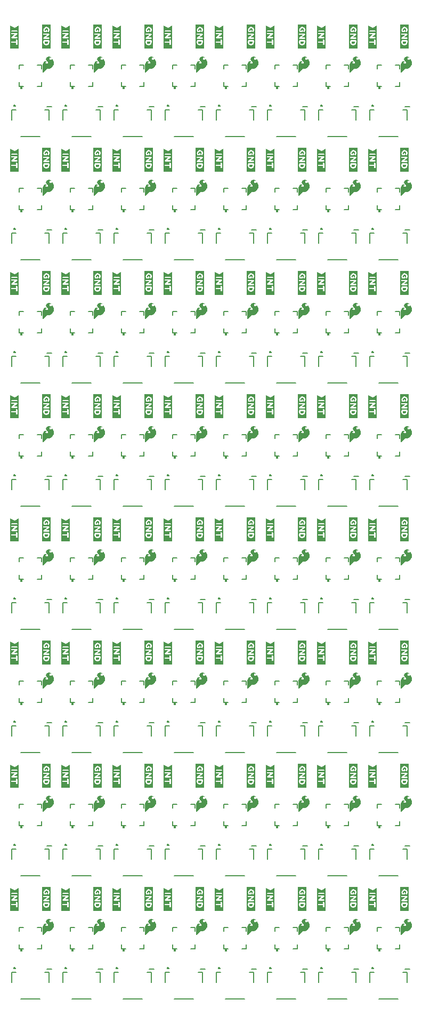
<source format=gto>
G04 EAGLE Gerber RS-274X export*
G75*
%MOMM*%
%FSLAX34Y34*%
%LPD*%
%INSilkscreen Top*%
%IPPOS*%
%AMOC8*
5,1,8,0,0,1.08239X$1,22.5*%
G01*
%ADD10C,0.203200*%
%ADD11C,0.152400*%
%ADD12C,0.381000*%
%ADD13C,0.127000*%

G36*
X639207Y1513977D02*
X639207Y1513977D01*
X639205Y1513980D01*
X639209Y1513982D01*
X639309Y1514582D01*
X639306Y1514587D01*
X639309Y1514590D01*
X639309Y1548390D01*
X639304Y1548397D01*
X639307Y1548406D01*
X639294Y1548410D01*
X639273Y1548437D01*
X639254Y1548423D01*
X639253Y1548424D01*
X639289Y1548450D01*
X639299Y1548482D01*
X639309Y1548490D01*
X639309Y1551790D01*
X639273Y1551837D01*
X639266Y1551832D01*
X639260Y1551839D01*
X625760Y1551839D01*
X625713Y1551803D01*
X625715Y1551800D01*
X625711Y1551798D01*
X625611Y1551198D01*
X625614Y1551193D01*
X625611Y1551190D01*
X625611Y1513990D01*
X625647Y1513943D01*
X625654Y1513948D01*
X625660Y1513941D01*
X639160Y1513941D01*
X639207Y1513977D01*
G37*
G36*
X314087Y1513977D02*
X314087Y1513977D01*
X314085Y1513980D01*
X314089Y1513982D01*
X314189Y1514582D01*
X314186Y1514587D01*
X314189Y1514590D01*
X314189Y1548390D01*
X314184Y1548397D01*
X314187Y1548406D01*
X314174Y1548410D01*
X314153Y1548437D01*
X314134Y1548423D01*
X314133Y1548424D01*
X314169Y1548450D01*
X314179Y1548482D01*
X314189Y1548490D01*
X314189Y1551790D01*
X314153Y1551837D01*
X314146Y1551832D01*
X314140Y1551839D01*
X300640Y1551839D01*
X300593Y1551803D01*
X300595Y1551800D01*
X300591Y1551798D01*
X300491Y1551198D01*
X300494Y1551193D01*
X300491Y1551190D01*
X300491Y1513990D01*
X300527Y1513943D01*
X300534Y1513948D01*
X300540Y1513941D01*
X314040Y1513941D01*
X314087Y1513977D01*
G37*
G36*
X557927Y1513977D02*
X557927Y1513977D01*
X557925Y1513980D01*
X557929Y1513982D01*
X558029Y1514582D01*
X558026Y1514587D01*
X558029Y1514590D01*
X558029Y1548390D01*
X558024Y1548397D01*
X558027Y1548406D01*
X558014Y1548410D01*
X557993Y1548437D01*
X557974Y1548423D01*
X557973Y1548424D01*
X558009Y1548450D01*
X558019Y1548482D01*
X558029Y1548490D01*
X558029Y1551790D01*
X557993Y1551837D01*
X557986Y1551832D01*
X557980Y1551839D01*
X544480Y1551839D01*
X544433Y1551803D01*
X544435Y1551800D01*
X544431Y1551798D01*
X544331Y1551198D01*
X544334Y1551193D01*
X544331Y1551190D01*
X544331Y1513990D01*
X544367Y1513943D01*
X544374Y1513948D01*
X544380Y1513941D01*
X557880Y1513941D01*
X557927Y1513977D01*
G37*
G36*
X476647Y1513977D02*
X476647Y1513977D01*
X476645Y1513980D01*
X476649Y1513982D01*
X476749Y1514582D01*
X476746Y1514587D01*
X476749Y1514590D01*
X476749Y1548390D01*
X476744Y1548397D01*
X476747Y1548406D01*
X476734Y1548410D01*
X476713Y1548437D01*
X476694Y1548423D01*
X476693Y1548424D01*
X476729Y1548450D01*
X476739Y1548482D01*
X476749Y1548490D01*
X476749Y1551790D01*
X476713Y1551837D01*
X476706Y1551832D01*
X476700Y1551839D01*
X463200Y1551839D01*
X463153Y1551803D01*
X463155Y1551800D01*
X463151Y1551798D01*
X463051Y1551198D01*
X463054Y1551193D01*
X463051Y1551190D01*
X463051Y1513990D01*
X463087Y1513943D01*
X463094Y1513948D01*
X463100Y1513941D01*
X476600Y1513941D01*
X476647Y1513977D01*
G37*
G36*
X70247Y1513977D02*
X70247Y1513977D01*
X70245Y1513980D01*
X70249Y1513982D01*
X70349Y1514582D01*
X70346Y1514587D01*
X70349Y1514590D01*
X70349Y1548390D01*
X70344Y1548397D01*
X70347Y1548406D01*
X70334Y1548410D01*
X70313Y1548437D01*
X70294Y1548423D01*
X70293Y1548424D01*
X70329Y1548450D01*
X70339Y1548482D01*
X70349Y1548490D01*
X70349Y1551790D01*
X70313Y1551837D01*
X70306Y1551832D01*
X70300Y1551839D01*
X56800Y1551839D01*
X56753Y1551803D01*
X56755Y1551800D01*
X56751Y1551798D01*
X56651Y1551198D01*
X56654Y1551193D01*
X56651Y1551190D01*
X56651Y1513990D01*
X56687Y1513943D01*
X56694Y1513948D01*
X56700Y1513941D01*
X70200Y1513941D01*
X70247Y1513977D01*
G37*
G36*
X151527Y1513977D02*
X151527Y1513977D01*
X151525Y1513980D01*
X151529Y1513982D01*
X151629Y1514582D01*
X151626Y1514587D01*
X151629Y1514590D01*
X151629Y1548390D01*
X151624Y1548397D01*
X151627Y1548406D01*
X151614Y1548410D01*
X151593Y1548437D01*
X151574Y1548423D01*
X151573Y1548424D01*
X151609Y1548450D01*
X151619Y1548482D01*
X151629Y1548490D01*
X151629Y1551790D01*
X151593Y1551837D01*
X151586Y1551832D01*
X151580Y1551839D01*
X138080Y1551839D01*
X138033Y1551803D01*
X138035Y1551800D01*
X138031Y1551798D01*
X137931Y1551198D01*
X137934Y1551193D01*
X137931Y1551190D01*
X137931Y1513990D01*
X137967Y1513943D01*
X137974Y1513948D01*
X137980Y1513941D01*
X151480Y1513941D01*
X151527Y1513977D01*
G37*
G36*
X232807Y1513977D02*
X232807Y1513977D01*
X232805Y1513980D01*
X232809Y1513982D01*
X232909Y1514582D01*
X232906Y1514587D01*
X232909Y1514590D01*
X232909Y1548390D01*
X232904Y1548397D01*
X232907Y1548406D01*
X232894Y1548410D01*
X232873Y1548437D01*
X232854Y1548423D01*
X232853Y1548424D01*
X232889Y1548450D01*
X232899Y1548482D01*
X232909Y1548490D01*
X232909Y1551790D01*
X232873Y1551837D01*
X232866Y1551832D01*
X232860Y1551839D01*
X219360Y1551839D01*
X219313Y1551803D01*
X219315Y1551800D01*
X219311Y1551798D01*
X219211Y1551198D01*
X219214Y1551193D01*
X219211Y1551190D01*
X219211Y1513990D01*
X219247Y1513943D01*
X219254Y1513948D01*
X219260Y1513941D01*
X232760Y1513941D01*
X232807Y1513977D01*
G37*
G36*
X395367Y1513977D02*
X395367Y1513977D01*
X395365Y1513980D01*
X395369Y1513982D01*
X395469Y1514582D01*
X395466Y1514587D01*
X395469Y1514590D01*
X395469Y1548390D01*
X395464Y1548397D01*
X395467Y1548406D01*
X395454Y1548410D01*
X395433Y1548437D01*
X395414Y1548423D01*
X395413Y1548424D01*
X395449Y1548450D01*
X395459Y1548482D01*
X395469Y1548490D01*
X395469Y1551790D01*
X395433Y1551837D01*
X395426Y1551832D01*
X395420Y1551839D01*
X381920Y1551839D01*
X381873Y1551803D01*
X381875Y1551800D01*
X381871Y1551798D01*
X381771Y1551198D01*
X381774Y1551193D01*
X381771Y1551190D01*
X381771Y1513990D01*
X381807Y1513943D01*
X381814Y1513948D01*
X381820Y1513941D01*
X395320Y1513941D01*
X395367Y1513977D01*
G37*
G36*
X70247Y144917D02*
X70247Y144917D01*
X70245Y144920D01*
X70249Y144922D01*
X70349Y145522D01*
X70346Y145527D01*
X70349Y145530D01*
X70349Y179330D01*
X70344Y179337D01*
X70347Y179346D01*
X70334Y179350D01*
X70313Y179377D01*
X70294Y179363D01*
X70293Y179364D01*
X70329Y179390D01*
X70339Y179422D01*
X70349Y179430D01*
X70349Y182730D01*
X70313Y182777D01*
X70306Y182772D01*
X70300Y182779D01*
X56800Y182779D01*
X56753Y182743D01*
X56755Y182740D01*
X56751Y182738D01*
X56651Y182138D01*
X56654Y182133D01*
X56651Y182130D01*
X56651Y144930D01*
X56687Y144883D01*
X56694Y144888D01*
X56700Y144881D01*
X70200Y144881D01*
X70247Y144917D01*
G37*
G36*
X476647Y144917D02*
X476647Y144917D01*
X476645Y144920D01*
X476649Y144922D01*
X476749Y145522D01*
X476746Y145527D01*
X476749Y145530D01*
X476749Y179330D01*
X476744Y179337D01*
X476747Y179346D01*
X476734Y179350D01*
X476713Y179377D01*
X476694Y179363D01*
X476693Y179364D01*
X476729Y179390D01*
X476739Y179422D01*
X476749Y179430D01*
X476749Y182730D01*
X476713Y182777D01*
X476706Y182772D01*
X476700Y182779D01*
X463200Y182779D01*
X463153Y182743D01*
X463155Y182740D01*
X463151Y182738D01*
X463051Y182138D01*
X463054Y182133D01*
X463051Y182130D01*
X463051Y144930D01*
X463087Y144883D01*
X463094Y144888D01*
X463100Y144881D01*
X476600Y144881D01*
X476647Y144917D01*
G37*
G36*
X639207Y144917D02*
X639207Y144917D01*
X639205Y144920D01*
X639209Y144922D01*
X639309Y145522D01*
X639306Y145527D01*
X639309Y145530D01*
X639309Y179330D01*
X639304Y179337D01*
X639307Y179346D01*
X639294Y179350D01*
X639273Y179377D01*
X639254Y179363D01*
X639253Y179364D01*
X639289Y179390D01*
X639299Y179422D01*
X639309Y179430D01*
X639309Y182730D01*
X639273Y182777D01*
X639266Y182772D01*
X639260Y182779D01*
X625760Y182779D01*
X625713Y182743D01*
X625715Y182740D01*
X625711Y182738D01*
X625611Y182138D01*
X625614Y182133D01*
X625611Y182130D01*
X625611Y144930D01*
X625647Y144883D01*
X625654Y144888D01*
X625660Y144881D01*
X639160Y144881D01*
X639207Y144917D01*
G37*
G36*
X557927Y144917D02*
X557927Y144917D01*
X557925Y144920D01*
X557929Y144922D01*
X558029Y145522D01*
X558026Y145527D01*
X558029Y145530D01*
X558029Y179330D01*
X558024Y179337D01*
X558027Y179346D01*
X558014Y179350D01*
X557993Y179377D01*
X557974Y179363D01*
X557973Y179364D01*
X558009Y179390D01*
X558019Y179422D01*
X558029Y179430D01*
X558029Y182730D01*
X557993Y182777D01*
X557986Y182772D01*
X557980Y182779D01*
X544480Y182779D01*
X544433Y182743D01*
X544435Y182740D01*
X544431Y182738D01*
X544331Y182138D01*
X544334Y182133D01*
X544331Y182130D01*
X544331Y144930D01*
X544367Y144883D01*
X544374Y144888D01*
X544380Y144881D01*
X557880Y144881D01*
X557927Y144917D01*
G37*
G36*
X395367Y144917D02*
X395367Y144917D01*
X395365Y144920D01*
X395369Y144922D01*
X395469Y145522D01*
X395466Y145527D01*
X395469Y145530D01*
X395469Y179330D01*
X395464Y179337D01*
X395467Y179346D01*
X395454Y179350D01*
X395433Y179377D01*
X395414Y179363D01*
X395413Y179364D01*
X395449Y179390D01*
X395459Y179422D01*
X395469Y179430D01*
X395469Y182730D01*
X395433Y182777D01*
X395426Y182772D01*
X395420Y182779D01*
X381920Y182779D01*
X381873Y182743D01*
X381875Y182740D01*
X381871Y182738D01*
X381771Y182138D01*
X381774Y182133D01*
X381771Y182130D01*
X381771Y144930D01*
X381807Y144883D01*
X381814Y144888D01*
X381820Y144881D01*
X395320Y144881D01*
X395367Y144917D01*
G37*
G36*
X151527Y144917D02*
X151527Y144917D01*
X151525Y144920D01*
X151529Y144922D01*
X151629Y145522D01*
X151626Y145527D01*
X151629Y145530D01*
X151629Y179330D01*
X151624Y179337D01*
X151627Y179346D01*
X151614Y179350D01*
X151593Y179377D01*
X151574Y179363D01*
X151573Y179364D01*
X151609Y179390D01*
X151619Y179422D01*
X151629Y179430D01*
X151629Y182730D01*
X151593Y182777D01*
X151586Y182772D01*
X151580Y182779D01*
X138080Y182779D01*
X138033Y182743D01*
X138035Y182740D01*
X138031Y182738D01*
X137931Y182138D01*
X137934Y182133D01*
X137931Y182130D01*
X137931Y144930D01*
X137967Y144883D01*
X137974Y144888D01*
X137980Y144881D01*
X151480Y144881D01*
X151527Y144917D01*
G37*
G36*
X232807Y144917D02*
X232807Y144917D01*
X232805Y144920D01*
X232809Y144922D01*
X232909Y145522D01*
X232906Y145527D01*
X232909Y145530D01*
X232909Y179330D01*
X232904Y179337D01*
X232907Y179346D01*
X232894Y179350D01*
X232873Y179377D01*
X232854Y179363D01*
X232853Y179364D01*
X232889Y179390D01*
X232899Y179422D01*
X232909Y179430D01*
X232909Y182730D01*
X232873Y182777D01*
X232866Y182772D01*
X232860Y182779D01*
X219360Y182779D01*
X219313Y182743D01*
X219315Y182740D01*
X219311Y182738D01*
X219211Y182138D01*
X219214Y182133D01*
X219211Y182130D01*
X219211Y144930D01*
X219247Y144883D01*
X219254Y144888D01*
X219260Y144881D01*
X232760Y144881D01*
X232807Y144917D01*
G37*
G36*
X314087Y144917D02*
X314087Y144917D01*
X314085Y144920D01*
X314089Y144922D01*
X314189Y145522D01*
X314186Y145527D01*
X314189Y145530D01*
X314189Y179330D01*
X314184Y179337D01*
X314187Y179346D01*
X314174Y179350D01*
X314153Y179377D01*
X314134Y179363D01*
X314133Y179364D01*
X314169Y179390D01*
X314179Y179422D01*
X314189Y179430D01*
X314189Y182730D01*
X314153Y182777D01*
X314146Y182772D01*
X314140Y182779D01*
X300640Y182779D01*
X300593Y182743D01*
X300595Y182740D01*
X300591Y182738D01*
X300491Y182138D01*
X300494Y182133D01*
X300491Y182130D01*
X300491Y144930D01*
X300527Y144883D01*
X300534Y144888D01*
X300540Y144881D01*
X314040Y144881D01*
X314087Y144917D01*
G37*
G36*
X557927Y1318397D02*
X557927Y1318397D01*
X557925Y1318400D01*
X557929Y1318402D01*
X558029Y1319002D01*
X558026Y1319007D01*
X558029Y1319010D01*
X558029Y1352810D01*
X558024Y1352817D01*
X558027Y1352826D01*
X558014Y1352830D01*
X557993Y1352857D01*
X557974Y1352843D01*
X557973Y1352844D01*
X558009Y1352870D01*
X558019Y1352902D01*
X558029Y1352910D01*
X558029Y1356210D01*
X557993Y1356257D01*
X557986Y1356252D01*
X557980Y1356259D01*
X544480Y1356259D01*
X544433Y1356223D01*
X544435Y1356220D01*
X544431Y1356218D01*
X544331Y1355618D01*
X544334Y1355613D01*
X544331Y1355610D01*
X544331Y1318410D01*
X544367Y1318363D01*
X544374Y1318368D01*
X544380Y1318361D01*
X557880Y1318361D01*
X557927Y1318397D01*
G37*
G36*
X639207Y1318397D02*
X639207Y1318397D01*
X639205Y1318400D01*
X639209Y1318402D01*
X639309Y1319002D01*
X639306Y1319007D01*
X639309Y1319010D01*
X639309Y1352810D01*
X639304Y1352817D01*
X639307Y1352826D01*
X639294Y1352830D01*
X639273Y1352857D01*
X639254Y1352843D01*
X639253Y1352844D01*
X639289Y1352870D01*
X639299Y1352902D01*
X639309Y1352910D01*
X639309Y1356210D01*
X639273Y1356257D01*
X639266Y1356252D01*
X639260Y1356259D01*
X625760Y1356259D01*
X625713Y1356223D01*
X625715Y1356220D01*
X625711Y1356218D01*
X625611Y1355618D01*
X625614Y1355613D01*
X625611Y1355610D01*
X625611Y1318410D01*
X625647Y1318363D01*
X625654Y1318368D01*
X625660Y1318361D01*
X639160Y1318361D01*
X639207Y1318397D01*
G37*
G36*
X70247Y1318397D02*
X70247Y1318397D01*
X70245Y1318400D01*
X70249Y1318402D01*
X70349Y1319002D01*
X70346Y1319007D01*
X70349Y1319010D01*
X70349Y1352810D01*
X70344Y1352817D01*
X70347Y1352826D01*
X70334Y1352830D01*
X70313Y1352857D01*
X70294Y1352843D01*
X70293Y1352844D01*
X70329Y1352870D01*
X70339Y1352902D01*
X70349Y1352910D01*
X70349Y1356210D01*
X70313Y1356257D01*
X70306Y1356252D01*
X70300Y1356259D01*
X56800Y1356259D01*
X56753Y1356223D01*
X56755Y1356220D01*
X56751Y1356218D01*
X56651Y1355618D01*
X56654Y1355613D01*
X56651Y1355610D01*
X56651Y1318410D01*
X56687Y1318363D01*
X56694Y1318368D01*
X56700Y1318361D01*
X70200Y1318361D01*
X70247Y1318397D01*
G37*
G36*
X476647Y1318397D02*
X476647Y1318397D01*
X476645Y1318400D01*
X476649Y1318402D01*
X476749Y1319002D01*
X476746Y1319007D01*
X476749Y1319010D01*
X476749Y1352810D01*
X476744Y1352817D01*
X476747Y1352826D01*
X476734Y1352830D01*
X476713Y1352857D01*
X476694Y1352843D01*
X476693Y1352844D01*
X476729Y1352870D01*
X476739Y1352902D01*
X476749Y1352910D01*
X476749Y1356210D01*
X476713Y1356257D01*
X476706Y1356252D01*
X476700Y1356259D01*
X463200Y1356259D01*
X463153Y1356223D01*
X463155Y1356220D01*
X463151Y1356218D01*
X463051Y1355618D01*
X463054Y1355613D01*
X463051Y1355610D01*
X463051Y1318410D01*
X463087Y1318363D01*
X463094Y1318368D01*
X463100Y1318361D01*
X476600Y1318361D01*
X476647Y1318397D01*
G37*
G36*
X232807Y1318397D02*
X232807Y1318397D01*
X232805Y1318400D01*
X232809Y1318402D01*
X232909Y1319002D01*
X232906Y1319007D01*
X232909Y1319010D01*
X232909Y1352810D01*
X232904Y1352817D01*
X232907Y1352826D01*
X232894Y1352830D01*
X232873Y1352857D01*
X232854Y1352843D01*
X232853Y1352844D01*
X232889Y1352870D01*
X232899Y1352902D01*
X232909Y1352910D01*
X232909Y1356210D01*
X232873Y1356257D01*
X232866Y1356252D01*
X232860Y1356259D01*
X219360Y1356259D01*
X219313Y1356223D01*
X219315Y1356220D01*
X219311Y1356218D01*
X219211Y1355618D01*
X219214Y1355613D01*
X219211Y1355610D01*
X219211Y1318410D01*
X219247Y1318363D01*
X219254Y1318368D01*
X219260Y1318361D01*
X232760Y1318361D01*
X232807Y1318397D01*
G37*
G36*
X151527Y1318397D02*
X151527Y1318397D01*
X151525Y1318400D01*
X151529Y1318402D01*
X151629Y1319002D01*
X151626Y1319007D01*
X151629Y1319010D01*
X151629Y1352810D01*
X151624Y1352817D01*
X151627Y1352826D01*
X151614Y1352830D01*
X151593Y1352857D01*
X151574Y1352843D01*
X151573Y1352844D01*
X151609Y1352870D01*
X151619Y1352902D01*
X151629Y1352910D01*
X151629Y1356210D01*
X151593Y1356257D01*
X151586Y1356252D01*
X151580Y1356259D01*
X138080Y1356259D01*
X138033Y1356223D01*
X138035Y1356220D01*
X138031Y1356218D01*
X137931Y1355618D01*
X137934Y1355613D01*
X137931Y1355610D01*
X137931Y1318410D01*
X137967Y1318363D01*
X137974Y1318368D01*
X137980Y1318361D01*
X151480Y1318361D01*
X151527Y1318397D01*
G37*
G36*
X395367Y1318397D02*
X395367Y1318397D01*
X395365Y1318400D01*
X395369Y1318402D01*
X395469Y1319002D01*
X395466Y1319007D01*
X395469Y1319010D01*
X395469Y1352810D01*
X395464Y1352817D01*
X395467Y1352826D01*
X395454Y1352830D01*
X395433Y1352857D01*
X395414Y1352843D01*
X395413Y1352844D01*
X395449Y1352870D01*
X395459Y1352902D01*
X395469Y1352910D01*
X395469Y1356210D01*
X395433Y1356257D01*
X395426Y1356252D01*
X395420Y1356259D01*
X381920Y1356259D01*
X381873Y1356223D01*
X381875Y1356220D01*
X381871Y1356218D01*
X381771Y1355618D01*
X381774Y1355613D01*
X381771Y1355610D01*
X381771Y1318410D01*
X381807Y1318363D01*
X381814Y1318368D01*
X381820Y1318361D01*
X395320Y1318361D01*
X395367Y1318397D01*
G37*
G36*
X314087Y1318397D02*
X314087Y1318397D01*
X314085Y1318400D01*
X314089Y1318402D01*
X314189Y1319002D01*
X314186Y1319007D01*
X314189Y1319010D01*
X314189Y1352810D01*
X314184Y1352817D01*
X314187Y1352826D01*
X314174Y1352830D01*
X314153Y1352857D01*
X314134Y1352843D01*
X314133Y1352844D01*
X314169Y1352870D01*
X314179Y1352902D01*
X314189Y1352910D01*
X314189Y1356210D01*
X314153Y1356257D01*
X314146Y1356252D01*
X314140Y1356259D01*
X300640Y1356259D01*
X300593Y1356223D01*
X300595Y1356220D01*
X300591Y1356218D01*
X300491Y1355618D01*
X300494Y1355613D01*
X300491Y1355610D01*
X300491Y1318410D01*
X300527Y1318363D01*
X300534Y1318368D01*
X300540Y1318361D01*
X314040Y1318361D01*
X314087Y1318397D01*
G37*
G36*
X314087Y927237D02*
X314087Y927237D01*
X314085Y927240D01*
X314089Y927242D01*
X314189Y927842D01*
X314186Y927847D01*
X314189Y927850D01*
X314189Y961650D01*
X314184Y961657D01*
X314187Y961666D01*
X314174Y961670D01*
X314153Y961697D01*
X314134Y961683D01*
X314133Y961684D01*
X314169Y961710D01*
X314179Y961742D01*
X314189Y961750D01*
X314189Y965050D01*
X314153Y965097D01*
X314146Y965092D01*
X314140Y965099D01*
X300640Y965099D01*
X300593Y965063D01*
X300595Y965060D01*
X300591Y965058D01*
X300491Y964458D01*
X300494Y964453D01*
X300491Y964450D01*
X300491Y927250D01*
X300527Y927203D01*
X300534Y927208D01*
X300540Y927201D01*
X314040Y927201D01*
X314087Y927237D01*
G37*
G36*
X476647Y927237D02*
X476647Y927237D01*
X476645Y927240D01*
X476649Y927242D01*
X476749Y927842D01*
X476746Y927847D01*
X476749Y927850D01*
X476749Y961650D01*
X476744Y961657D01*
X476747Y961666D01*
X476734Y961670D01*
X476713Y961697D01*
X476694Y961683D01*
X476693Y961684D01*
X476729Y961710D01*
X476739Y961742D01*
X476749Y961750D01*
X476749Y965050D01*
X476713Y965097D01*
X476706Y965092D01*
X476700Y965099D01*
X463200Y965099D01*
X463153Y965063D01*
X463155Y965060D01*
X463151Y965058D01*
X463051Y964458D01*
X463054Y964453D01*
X463051Y964450D01*
X463051Y927250D01*
X463087Y927203D01*
X463094Y927208D01*
X463100Y927201D01*
X476600Y927201D01*
X476647Y927237D01*
G37*
G36*
X395367Y927237D02*
X395367Y927237D01*
X395365Y927240D01*
X395369Y927242D01*
X395469Y927842D01*
X395466Y927847D01*
X395469Y927850D01*
X395469Y961650D01*
X395464Y961657D01*
X395467Y961666D01*
X395454Y961670D01*
X395433Y961697D01*
X395414Y961683D01*
X395413Y961684D01*
X395449Y961710D01*
X395459Y961742D01*
X395469Y961750D01*
X395469Y965050D01*
X395433Y965097D01*
X395426Y965092D01*
X395420Y965099D01*
X381920Y965099D01*
X381873Y965063D01*
X381875Y965060D01*
X381871Y965058D01*
X381771Y964458D01*
X381774Y964453D01*
X381771Y964450D01*
X381771Y927250D01*
X381807Y927203D01*
X381814Y927208D01*
X381820Y927201D01*
X395320Y927201D01*
X395367Y927237D01*
G37*
G36*
X232807Y927237D02*
X232807Y927237D01*
X232805Y927240D01*
X232809Y927242D01*
X232909Y927842D01*
X232906Y927847D01*
X232909Y927850D01*
X232909Y961650D01*
X232904Y961657D01*
X232907Y961666D01*
X232894Y961670D01*
X232873Y961697D01*
X232854Y961683D01*
X232853Y961684D01*
X232889Y961710D01*
X232899Y961742D01*
X232909Y961750D01*
X232909Y965050D01*
X232873Y965097D01*
X232866Y965092D01*
X232860Y965099D01*
X219360Y965099D01*
X219313Y965063D01*
X219315Y965060D01*
X219311Y965058D01*
X219211Y964458D01*
X219214Y964453D01*
X219211Y964450D01*
X219211Y927250D01*
X219247Y927203D01*
X219254Y927208D01*
X219260Y927201D01*
X232760Y927201D01*
X232807Y927237D01*
G37*
G36*
X70247Y927237D02*
X70247Y927237D01*
X70245Y927240D01*
X70249Y927242D01*
X70349Y927842D01*
X70346Y927847D01*
X70349Y927850D01*
X70349Y961650D01*
X70344Y961657D01*
X70347Y961666D01*
X70334Y961670D01*
X70313Y961697D01*
X70294Y961683D01*
X70293Y961684D01*
X70329Y961710D01*
X70339Y961742D01*
X70349Y961750D01*
X70349Y965050D01*
X70313Y965097D01*
X70306Y965092D01*
X70300Y965099D01*
X56800Y965099D01*
X56753Y965063D01*
X56755Y965060D01*
X56751Y965058D01*
X56651Y964458D01*
X56654Y964453D01*
X56651Y964450D01*
X56651Y927250D01*
X56687Y927203D01*
X56694Y927208D01*
X56700Y927201D01*
X70200Y927201D01*
X70247Y927237D01*
G37*
G36*
X639207Y927237D02*
X639207Y927237D01*
X639205Y927240D01*
X639209Y927242D01*
X639309Y927842D01*
X639306Y927847D01*
X639309Y927850D01*
X639309Y961650D01*
X639304Y961657D01*
X639307Y961666D01*
X639294Y961670D01*
X639273Y961697D01*
X639254Y961683D01*
X639253Y961684D01*
X639289Y961710D01*
X639299Y961742D01*
X639309Y961750D01*
X639309Y965050D01*
X639273Y965097D01*
X639266Y965092D01*
X639260Y965099D01*
X625760Y965099D01*
X625713Y965063D01*
X625715Y965060D01*
X625711Y965058D01*
X625611Y964458D01*
X625614Y964453D01*
X625611Y964450D01*
X625611Y927250D01*
X625647Y927203D01*
X625654Y927208D01*
X625660Y927201D01*
X639160Y927201D01*
X639207Y927237D01*
G37*
G36*
X557927Y927237D02*
X557927Y927237D01*
X557925Y927240D01*
X557929Y927242D01*
X558029Y927842D01*
X558026Y927847D01*
X558029Y927850D01*
X558029Y961650D01*
X558024Y961657D01*
X558027Y961666D01*
X558014Y961670D01*
X557993Y961697D01*
X557974Y961683D01*
X557973Y961684D01*
X558009Y961710D01*
X558019Y961742D01*
X558029Y961750D01*
X558029Y965050D01*
X557993Y965097D01*
X557986Y965092D01*
X557980Y965099D01*
X544480Y965099D01*
X544433Y965063D01*
X544435Y965060D01*
X544431Y965058D01*
X544331Y964458D01*
X544334Y964453D01*
X544331Y964450D01*
X544331Y927250D01*
X544367Y927203D01*
X544374Y927208D01*
X544380Y927201D01*
X557880Y927201D01*
X557927Y927237D01*
G37*
G36*
X151527Y927237D02*
X151527Y927237D01*
X151525Y927240D01*
X151529Y927242D01*
X151629Y927842D01*
X151626Y927847D01*
X151629Y927850D01*
X151629Y961650D01*
X151624Y961657D01*
X151627Y961666D01*
X151614Y961670D01*
X151593Y961697D01*
X151574Y961683D01*
X151573Y961684D01*
X151609Y961710D01*
X151619Y961742D01*
X151629Y961750D01*
X151629Y965050D01*
X151593Y965097D01*
X151586Y965092D01*
X151580Y965099D01*
X138080Y965099D01*
X138033Y965063D01*
X138035Y965060D01*
X138031Y965058D01*
X137931Y964458D01*
X137934Y964453D01*
X137931Y964450D01*
X137931Y927250D01*
X137967Y927203D01*
X137974Y927208D01*
X137980Y927201D01*
X151480Y927201D01*
X151527Y927237D01*
G37*
G36*
X70247Y731657D02*
X70247Y731657D01*
X70245Y731660D01*
X70249Y731662D01*
X70349Y732262D01*
X70346Y732267D01*
X70349Y732270D01*
X70349Y766070D01*
X70344Y766077D01*
X70347Y766086D01*
X70334Y766090D01*
X70313Y766117D01*
X70294Y766103D01*
X70293Y766104D01*
X70329Y766130D01*
X70339Y766162D01*
X70349Y766170D01*
X70349Y769470D01*
X70313Y769517D01*
X70306Y769512D01*
X70300Y769519D01*
X56800Y769519D01*
X56753Y769483D01*
X56755Y769480D01*
X56751Y769478D01*
X56651Y768878D01*
X56654Y768873D01*
X56651Y768870D01*
X56651Y731670D01*
X56687Y731623D01*
X56694Y731628D01*
X56700Y731621D01*
X70200Y731621D01*
X70247Y731657D01*
G37*
G36*
X232807Y731657D02*
X232807Y731657D01*
X232805Y731660D01*
X232809Y731662D01*
X232909Y732262D01*
X232906Y732267D01*
X232909Y732270D01*
X232909Y766070D01*
X232904Y766077D01*
X232907Y766086D01*
X232894Y766090D01*
X232873Y766117D01*
X232854Y766103D01*
X232853Y766104D01*
X232889Y766130D01*
X232899Y766162D01*
X232909Y766170D01*
X232909Y769470D01*
X232873Y769517D01*
X232866Y769512D01*
X232860Y769519D01*
X219360Y769519D01*
X219313Y769483D01*
X219315Y769480D01*
X219311Y769478D01*
X219211Y768878D01*
X219214Y768873D01*
X219211Y768870D01*
X219211Y731670D01*
X219247Y731623D01*
X219254Y731628D01*
X219260Y731621D01*
X232760Y731621D01*
X232807Y731657D01*
G37*
G36*
X151527Y731657D02*
X151527Y731657D01*
X151525Y731660D01*
X151529Y731662D01*
X151629Y732262D01*
X151626Y732267D01*
X151629Y732270D01*
X151629Y766070D01*
X151624Y766077D01*
X151627Y766086D01*
X151614Y766090D01*
X151593Y766117D01*
X151574Y766103D01*
X151573Y766104D01*
X151609Y766130D01*
X151619Y766162D01*
X151629Y766170D01*
X151629Y769470D01*
X151593Y769517D01*
X151586Y769512D01*
X151580Y769519D01*
X138080Y769519D01*
X138033Y769483D01*
X138035Y769480D01*
X138031Y769478D01*
X137931Y768878D01*
X137934Y768873D01*
X137931Y768870D01*
X137931Y731670D01*
X137967Y731623D01*
X137974Y731628D01*
X137980Y731621D01*
X151480Y731621D01*
X151527Y731657D01*
G37*
G36*
X476647Y731657D02*
X476647Y731657D01*
X476645Y731660D01*
X476649Y731662D01*
X476749Y732262D01*
X476746Y732267D01*
X476749Y732270D01*
X476749Y766070D01*
X476744Y766077D01*
X476747Y766086D01*
X476734Y766090D01*
X476713Y766117D01*
X476694Y766103D01*
X476693Y766104D01*
X476729Y766130D01*
X476739Y766162D01*
X476749Y766170D01*
X476749Y769470D01*
X476713Y769517D01*
X476706Y769512D01*
X476700Y769519D01*
X463200Y769519D01*
X463153Y769483D01*
X463155Y769480D01*
X463151Y769478D01*
X463051Y768878D01*
X463054Y768873D01*
X463051Y768870D01*
X463051Y731670D01*
X463087Y731623D01*
X463094Y731628D01*
X463100Y731621D01*
X476600Y731621D01*
X476647Y731657D01*
G37*
G36*
X557927Y731657D02*
X557927Y731657D01*
X557925Y731660D01*
X557929Y731662D01*
X558029Y732262D01*
X558026Y732267D01*
X558029Y732270D01*
X558029Y766070D01*
X558024Y766077D01*
X558027Y766086D01*
X558014Y766090D01*
X557993Y766117D01*
X557974Y766103D01*
X557973Y766104D01*
X558009Y766130D01*
X558019Y766162D01*
X558029Y766170D01*
X558029Y769470D01*
X557993Y769517D01*
X557986Y769512D01*
X557980Y769519D01*
X544480Y769519D01*
X544433Y769483D01*
X544435Y769480D01*
X544431Y769478D01*
X544331Y768878D01*
X544334Y768873D01*
X544331Y768870D01*
X544331Y731670D01*
X544367Y731623D01*
X544374Y731628D01*
X544380Y731621D01*
X557880Y731621D01*
X557927Y731657D01*
G37*
G36*
X639207Y731657D02*
X639207Y731657D01*
X639205Y731660D01*
X639209Y731662D01*
X639309Y732262D01*
X639306Y732267D01*
X639309Y732270D01*
X639309Y766070D01*
X639304Y766077D01*
X639307Y766086D01*
X639294Y766090D01*
X639273Y766117D01*
X639254Y766103D01*
X639253Y766104D01*
X639289Y766130D01*
X639299Y766162D01*
X639309Y766170D01*
X639309Y769470D01*
X639273Y769517D01*
X639266Y769512D01*
X639260Y769519D01*
X625760Y769519D01*
X625713Y769483D01*
X625715Y769480D01*
X625711Y769478D01*
X625611Y768878D01*
X625614Y768873D01*
X625611Y768870D01*
X625611Y731670D01*
X625647Y731623D01*
X625654Y731628D01*
X625660Y731621D01*
X639160Y731621D01*
X639207Y731657D01*
G37*
G36*
X314087Y731657D02*
X314087Y731657D01*
X314085Y731660D01*
X314089Y731662D01*
X314189Y732262D01*
X314186Y732267D01*
X314189Y732270D01*
X314189Y766070D01*
X314184Y766077D01*
X314187Y766086D01*
X314174Y766090D01*
X314153Y766117D01*
X314134Y766103D01*
X314133Y766104D01*
X314169Y766130D01*
X314179Y766162D01*
X314189Y766170D01*
X314189Y769470D01*
X314153Y769517D01*
X314146Y769512D01*
X314140Y769519D01*
X300640Y769519D01*
X300593Y769483D01*
X300595Y769480D01*
X300591Y769478D01*
X300491Y768878D01*
X300494Y768873D01*
X300491Y768870D01*
X300491Y731670D01*
X300527Y731623D01*
X300534Y731628D01*
X300540Y731621D01*
X314040Y731621D01*
X314087Y731657D01*
G37*
G36*
X395367Y731657D02*
X395367Y731657D01*
X395365Y731660D01*
X395369Y731662D01*
X395469Y732262D01*
X395466Y732267D01*
X395469Y732270D01*
X395469Y766070D01*
X395464Y766077D01*
X395467Y766086D01*
X395454Y766090D01*
X395433Y766117D01*
X395414Y766103D01*
X395413Y766104D01*
X395449Y766130D01*
X395459Y766162D01*
X395469Y766170D01*
X395469Y769470D01*
X395433Y769517D01*
X395426Y769512D01*
X395420Y769519D01*
X381920Y769519D01*
X381873Y769483D01*
X381875Y769480D01*
X381871Y769478D01*
X381771Y768878D01*
X381774Y768873D01*
X381771Y768870D01*
X381771Y731670D01*
X381807Y731623D01*
X381814Y731628D01*
X381820Y731621D01*
X395320Y731621D01*
X395367Y731657D01*
G37*
G36*
X70247Y1122817D02*
X70247Y1122817D01*
X70245Y1122820D01*
X70249Y1122822D01*
X70349Y1123422D01*
X70346Y1123427D01*
X70349Y1123430D01*
X70349Y1157230D01*
X70344Y1157237D01*
X70347Y1157246D01*
X70334Y1157250D01*
X70313Y1157277D01*
X70294Y1157263D01*
X70293Y1157264D01*
X70329Y1157290D01*
X70339Y1157322D01*
X70349Y1157330D01*
X70349Y1160630D01*
X70313Y1160677D01*
X70306Y1160672D01*
X70300Y1160679D01*
X56800Y1160679D01*
X56753Y1160643D01*
X56755Y1160640D01*
X56751Y1160638D01*
X56651Y1160038D01*
X56654Y1160033D01*
X56651Y1160030D01*
X56651Y1122830D01*
X56687Y1122783D01*
X56694Y1122788D01*
X56700Y1122781D01*
X70200Y1122781D01*
X70247Y1122817D01*
G37*
G36*
X639207Y1122817D02*
X639207Y1122817D01*
X639205Y1122820D01*
X639209Y1122822D01*
X639309Y1123422D01*
X639306Y1123427D01*
X639309Y1123430D01*
X639309Y1157230D01*
X639304Y1157237D01*
X639307Y1157246D01*
X639294Y1157250D01*
X639273Y1157277D01*
X639254Y1157263D01*
X639253Y1157264D01*
X639289Y1157290D01*
X639299Y1157322D01*
X639309Y1157330D01*
X639309Y1160630D01*
X639273Y1160677D01*
X639266Y1160672D01*
X639260Y1160679D01*
X625760Y1160679D01*
X625713Y1160643D01*
X625715Y1160640D01*
X625711Y1160638D01*
X625611Y1160038D01*
X625614Y1160033D01*
X625611Y1160030D01*
X625611Y1122830D01*
X625647Y1122783D01*
X625654Y1122788D01*
X625660Y1122781D01*
X639160Y1122781D01*
X639207Y1122817D01*
G37*
G36*
X232807Y1122817D02*
X232807Y1122817D01*
X232805Y1122820D01*
X232809Y1122822D01*
X232909Y1123422D01*
X232906Y1123427D01*
X232909Y1123430D01*
X232909Y1157230D01*
X232904Y1157237D01*
X232907Y1157246D01*
X232894Y1157250D01*
X232873Y1157277D01*
X232854Y1157263D01*
X232853Y1157264D01*
X232889Y1157290D01*
X232899Y1157322D01*
X232909Y1157330D01*
X232909Y1160630D01*
X232873Y1160677D01*
X232866Y1160672D01*
X232860Y1160679D01*
X219360Y1160679D01*
X219313Y1160643D01*
X219315Y1160640D01*
X219311Y1160638D01*
X219211Y1160038D01*
X219214Y1160033D01*
X219211Y1160030D01*
X219211Y1122830D01*
X219247Y1122783D01*
X219254Y1122788D01*
X219260Y1122781D01*
X232760Y1122781D01*
X232807Y1122817D01*
G37*
G36*
X395367Y1122817D02*
X395367Y1122817D01*
X395365Y1122820D01*
X395369Y1122822D01*
X395469Y1123422D01*
X395466Y1123427D01*
X395469Y1123430D01*
X395469Y1157230D01*
X395464Y1157237D01*
X395467Y1157246D01*
X395454Y1157250D01*
X395433Y1157277D01*
X395414Y1157263D01*
X395413Y1157264D01*
X395449Y1157290D01*
X395459Y1157322D01*
X395469Y1157330D01*
X395469Y1160630D01*
X395433Y1160677D01*
X395426Y1160672D01*
X395420Y1160679D01*
X381920Y1160679D01*
X381873Y1160643D01*
X381875Y1160640D01*
X381871Y1160638D01*
X381771Y1160038D01*
X381774Y1160033D01*
X381771Y1160030D01*
X381771Y1122830D01*
X381807Y1122783D01*
X381814Y1122788D01*
X381820Y1122781D01*
X395320Y1122781D01*
X395367Y1122817D01*
G37*
G36*
X314087Y1122817D02*
X314087Y1122817D01*
X314085Y1122820D01*
X314089Y1122822D01*
X314189Y1123422D01*
X314186Y1123427D01*
X314189Y1123430D01*
X314189Y1157230D01*
X314184Y1157237D01*
X314187Y1157246D01*
X314174Y1157250D01*
X314153Y1157277D01*
X314134Y1157263D01*
X314133Y1157264D01*
X314169Y1157290D01*
X314179Y1157322D01*
X314189Y1157330D01*
X314189Y1160630D01*
X314153Y1160677D01*
X314146Y1160672D01*
X314140Y1160679D01*
X300640Y1160679D01*
X300593Y1160643D01*
X300595Y1160640D01*
X300591Y1160638D01*
X300491Y1160038D01*
X300494Y1160033D01*
X300491Y1160030D01*
X300491Y1122830D01*
X300527Y1122783D01*
X300534Y1122788D01*
X300540Y1122781D01*
X314040Y1122781D01*
X314087Y1122817D01*
G37*
G36*
X557927Y1122817D02*
X557927Y1122817D01*
X557925Y1122820D01*
X557929Y1122822D01*
X558029Y1123422D01*
X558026Y1123427D01*
X558029Y1123430D01*
X558029Y1157230D01*
X558024Y1157237D01*
X558027Y1157246D01*
X558014Y1157250D01*
X557993Y1157277D01*
X557974Y1157263D01*
X557973Y1157264D01*
X558009Y1157290D01*
X558019Y1157322D01*
X558029Y1157330D01*
X558029Y1160630D01*
X557993Y1160677D01*
X557986Y1160672D01*
X557980Y1160679D01*
X544480Y1160679D01*
X544433Y1160643D01*
X544435Y1160640D01*
X544431Y1160638D01*
X544331Y1160038D01*
X544334Y1160033D01*
X544331Y1160030D01*
X544331Y1122830D01*
X544367Y1122783D01*
X544374Y1122788D01*
X544380Y1122781D01*
X557880Y1122781D01*
X557927Y1122817D01*
G37*
G36*
X151527Y1122817D02*
X151527Y1122817D01*
X151525Y1122820D01*
X151529Y1122822D01*
X151629Y1123422D01*
X151626Y1123427D01*
X151629Y1123430D01*
X151629Y1157230D01*
X151624Y1157237D01*
X151627Y1157246D01*
X151614Y1157250D01*
X151593Y1157277D01*
X151574Y1157263D01*
X151573Y1157264D01*
X151609Y1157290D01*
X151619Y1157322D01*
X151629Y1157330D01*
X151629Y1160630D01*
X151593Y1160677D01*
X151586Y1160672D01*
X151580Y1160679D01*
X138080Y1160679D01*
X138033Y1160643D01*
X138035Y1160640D01*
X138031Y1160638D01*
X137931Y1160038D01*
X137934Y1160033D01*
X137931Y1160030D01*
X137931Y1122830D01*
X137967Y1122783D01*
X137974Y1122788D01*
X137980Y1122781D01*
X151480Y1122781D01*
X151527Y1122817D01*
G37*
G36*
X476647Y1122817D02*
X476647Y1122817D01*
X476645Y1122820D01*
X476649Y1122822D01*
X476749Y1123422D01*
X476746Y1123427D01*
X476749Y1123430D01*
X476749Y1157230D01*
X476744Y1157237D01*
X476747Y1157246D01*
X476734Y1157250D01*
X476713Y1157277D01*
X476694Y1157263D01*
X476693Y1157264D01*
X476729Y1157290D01*
X476739Y1157322D01*
X476749Y1157330D01*
X476749Y1160630D01*
X476713Y1160677D01*
X476706Y1160672D01*
X476700Y1160679D01*
X463200Y1160679D01*
X463153Y1160643D01*
X463155Y1160640D01*
X463151Y1160638D01*
X463051Y1160038D01*
X463054Y1160033D01*
X463051Y1160030D01*
X463051Y1122830D01*
X463087Y1122783D01*
X463094Y1122788D01*
X463100Y1122781D01*
X476600Y1122781D01*
X476647Y1122817D01*
G37*
G36*
X70247Y536077D02*
X70247Y536077D01*
X70245Y536080D01*
X70249Y536082D01*
X70349Y536682D01*
X70346Y536687D01*
X70349Y536690D01*
X70349Y570490D01*
X70344Y570497D01*
X70347Y570506D01*
X70334Y570510D01*
X70313Y570537D01*
X70294Y570523D01*
X70293Y570524D01*
X70329Y570550D01*
X70339Y570582D01*
X70349Y570590D01*
X70349Y573890D01*
X70313Y573937D01*
X70306Y573932D01*
X70300Y573939D01*
X56800Y573939D01*
X56753Y573903D01*
X56755Y573900D01*
X56751Y573898D01*
X56651Y573298D01*
X56654Y573293D01*
X56651Y573290D01*
X56651Y536090D01*
X56687Y536043D01*
X56694Y536048D01*
X56700Y536041D01*
X70200Y536041D01*
X70247Y536077D01*
G37*
G36*
X639207Y536077D02*
X639207Y536077D01*
X639205Y536080D01*
X639209Y536082D01*
X639309Y536682D01*
X639306Y536687D01*
X639309Y536690D01*
X639309Y570490D01*
X639304Y570497D01*
X639307Y570506D01*
X639294Y570510D01*
X639273Y570537D01*
X639254Y570523D01*
X639253Y570524D01*
X639289Y570550D01*
X639299Y570582D01*
X639309Y570590D01*
X639309Y573890D01*
X639273Y573937D01*
X639266Y573932D01*
X639260Y573939D01*
X625760Y573939D01*
X625713Y573903D01*
X625715Y573900D01*
X625711Y573898D01*
X625611Y573298D01*
X625614Y573293D01*
X625611Y573290D01*
X625611Y536090D01*
X625647Y536043D01*
X625654Y536048D01*
X625660Y536041D01*
X639160Y536041D01*
X639207Y536077D01*
G37*
G36*
X476647Y536077D02*
X476647Y536077D01*
X476645Y536080D01*
X476649Y536082D01*
X476749Y536682D01*
X476746Y536687D01*
X476749Y536690D01*
X476749Y570490D01*
X476744Y570497D01*
X476747Y570506D01*
X476734Y570510D01*
X476713Y570537D01*
X476694Y570523D01*
X476693Y570524D01*
X476729Y570550D01*
X476739Y570582D01*
X476749Y570590D01*
X476749Y573890D01*
X476713Y573937D01*
X476706Y573932D01*
X476700Y573939D01*
X463200Y573939D01*
X463153Y573903D01*
X463155Y573900D01*
X463151Y573898D01*
X463051Y573298D01*
X463054Y573293D01*
X463051Y573290D01*
X463051Y536090D01*
X463087Y536043D01*
X463094Y536048D01*
X463100Y536041D01*
X476600Y536041D01*
X476647Y536077D01*
G37*
G36*
X557927Y536077D02*
X557927Y536077D01*
X557925Y536080D01*
X557929Y536082D01*
X558029Y536682D01*
X558026Y536687D01*
X558029Y536690D01*
X558029Y570490D01*
X558024Y570497D01*
X558027Y570506D01*
X558014Y570510D01*
X557993Y570537D01*
X557974Y570523D01*
X557973Y570524D01*
X558009Y570550D01*
X558019Y570582D01*
X558029Y570590D01*
X558029Y573890D01*
X557993Y573937D01*
X557986Y573932D01*
X557980Y573939D01*
X544480Y573939D01*
X544433Y573903D01*
X544435Y573900D01*
X544431Y573898D01*
X544331Y573298D01*
X544334Y573293D01*
X544331Y573290D01*
X544331Y536090D01*
X544367Y536043D01*
X544374Y536048D01*
X544380Y536041D01*
X557880Y536041D01*
X557927Y536077D01*
G37*
G36*
X314087Y536077D02*
X314087Y536077D01*
X314085Y536080D01*
X314089Y536082D01*
X314189Y536682D01*
X314186Y536687D01*
X314189Y536690D01*
X314189Y570490D01*
X314184Y570497D01*
X314187Y570506D01*
X314174Y570510D01*
X314153Y570537D01*
X314134Y570523D01*
X314133Y570524D01*
X314169Y570550D01*
X314179Y570582D01*
X314189Y570590D01*
X314189Y573890D01*
X314153Y573937D01*
X314146Y573932D01*
X314140Y573939D01*
X300640Y573939D01*
X300593Y573903D01*
X300595Y573900D01*
X300591Y573898D01*
X300491Y573298D01*
X300494Y573293D01*
X300491Y573290D01*
X300491Y536090D01*
X300527Y536043D01*
X300534Y536048D01*
X300540Y536041D01*
X314040Y536041D01*
X314087Y536077D01*
G37*
G36*
X395367Y536077D02*
X395367Y536077D01*
X395365Y536080D01*
X395369Y536082D01*
X395469Y536682D01*
X395466Y536687D01*
X395469Y536690D01*
X395469Y570490D01*
X395464Y570497D01*
X395467Y570506D01*
X395454Y570510D01*
X395433Y570537D01*
X395414Y570523D01*
X395413Y570524D01*
X395449Y570550D01*
X395459Y570582D01*
X395469Y570590D01*
X395469Y573890D01*
X395433Y573937D01*
X395426Y573932D01*
X395420Y573939D01*
X381920Y573939D01*
X381873Y573903D01*
X381875Y573900D01*
X381871Y573898D01*
X381771Y573298D01*
X381774Y573293D01*
X381771Y573290D01*
X381771Y536090D01*
X381807Y536043D01*
X381814Y536048D01*
X381820Y536041D01*
X395320Y536041D01*
X395367Y536077D01*
G37*
G36*
X232807Y536077D02*
X232807Y536077D01*
X232805Y536080D01*
X232809Y536082D01*
X232909Y536682D01*
X232906Y536687D01*
X232909Y536690D01*
X232909Y570490D01*
X232904Y570497D01*
X232907Y570506D01*
X232894Y570510D01*
X232873Y570537D01*
X232854Y570523D01*
X232853Y570524D01*
X232889Y570550D01*
X232899Y570582D01*
X232909Y570590D01*
X232909Y573890D01*
X232873Y573937D01*
X232866Y573932D01*
X232860Y573939D01*
X219360Y573939D01*
X219313Y573903D01*
X219315Y573900D01*
X219311Y573898D01*
X219211Y573298D01*
X219214Y573293D01*
X219211Y573290D01*
X219211Y536090D01*
X219247Y536043D01*
X219254Y536048D01*
X219260Y536041D01*
X232760Y536041D01*
X232807Y536077D01*
G37*
G36*
X151527Y536077D02*
X151527Y536077D01*
X151525Y536080D01*
X151529Y536082D01*
X151629Y536682D01*
X151626Y536687D01*
X151629Y536690D01*
X151629Y570490D01*
X151624Y570497D01*
X151627Y570506D01*
X151614Y570510D01*
X151593Y570537D01*
X151574Y570523D01*
X151573Y570524D01*
X151609Y570550D01*
X151619Y570582D01*
X151629Y570590D01*
X151629Y573890D01*
X151593Y573937D01*
X151586Y573932D01*
X151580Y573939D01*
X138080Y573939D01*
X138033Y573903D01*
X138035Y573900D01*
X138031Y573898D01*
X137931Y573298D01*
X137934Y573293D01*
X137931Y573290D01*
X137931Y536090D01*
X137967Y536043D01*
X137974Y536048D01*
X137980Y536041D01*
X151480Y536041D01*
X151527Y536077D01*
G37*
G36*
X232807Y340497D02*
X232807Y340497D01*
X232805Y340500D01*
X232809Y340502D01*
X232909Y341102D01*
X232906Y341107D01*
X232909Y341110D01*
X232909Y374910D01*
X232904Y374917D01*
X232907Y374926D01*
X232894Y374930D01*
X232873Y374957D01*
X232854Y374943D01*
X232853Y374944D01*
X232889Y374970D01*
X232899Y375002D01*
X232909Y375010D01*
X232909Y378310D01*
X232873Y378357D01*
X232866Y378352D01*
X232860Y378359D01*
X219360Y378359D01*
X219313Y378323D01*
X219315Y378320D01*
X219311Y378318D01*
X219211Y377718D01*
X219214Y377713D01*
X219211Y377710D01*
X219211Y340510D01*
X219247Y340463D01*
X219254Y340468D01*
X219260Y340461D01*
X232760Y340461D01*
X232807Y340497D01*
G37*
G36*
X151527Y340497D02*
X151527Y340497D01*
X151525Y340500D01*
X151529Y340502D01*
X151629Y341102D01*
X151626Y341107D01*
X151629Y341110D01*
X151629Y374910D01*
X151624Y374917D01*
X151627Y374926D01*
X151614Y374930D01*
X151593Y374957D01*
X151574Y374943D01*
X151573Y374944D01*
X151609Y374970D01*
X151619Y375002D01*
X151629Y375010D01*
X151629Y378310D01*
X151593Y378357D01*
X151586Y378352D01*
X151580Y378359D01*
X138080Y378359D01*
X138033Y378323D01*
X138035Y378320D01*
X138031Y378318D01*
X137931Y377718D01*
X137934Y377713D01*
X137931Y377710D01*
X137931Y340510D01*
X137967Y340463D01*
X137974Y340468D01*
X137980Y340461D01*
X151480Y340461D01*
X151527Y340497D01*
G37*
G36*
X476647Y340497D02*
X476647Y340497D01*
X476645Y340500D01*
X476649Y340502D01*
X476749Y341102D01*
X476746Y341107D01*
X476749Y341110D01*
X476749Y374910D01*
X476744Y374917D01*
X476747Y374926D01*
X476734Y374930D01*
X476713Y374957D01*
X476694Y374943D01*
X476693Y374944D01*
X476729Y374970D01*
X476739Y375002D01*
X476749Y375010D01*
X476749Y378310D01*
X476713Y378357D01*
X476706Y378352D01*
X476700Y378359D01*
X463200Y378359D01*
X463153Y378323D01*
X463155Y378320D01*
X463151Y378318D01*
X463051Y377718D01*
X463054Y377713D01*
X463051Y377710D01*
X463051Y340510D01*
X463087Y340463D01*
X463094Y340468D01*
X463100Y340461D01*
X476600Y340461D01*
X476647Y340497D01*
G37*
G36*
X314087Y340497D02*
X314087Y340497D01*
X314085Y340500D01*
X314089Y340502D01*
X314189Y341102D01*
X314186Y341107D01*
X314189Y341110D01*
X314189Y374910D01*
X314184Y374917D01*
X314187Y374926D01*
X314174Y374930D01*
X314153Y374957D01*
X314134Y374943D01*
X314133Y374944D01*
X314169Y374970D01*
X314179Y375002D01*
X314189Y375010D01*
X314189Y378310D01*
X314153Y378357D01*
X314146Y378352D01*
X314140Y378359D01*
X300640Y378359D01*
X300593Y378323D01*
X300595Y378320D01*
X300591Y378318D01*
X300491Y377718D01*
X300494Y377713D01*
X300491Y377710D01*
X300491Y340510D01*
X300527Y340463D01*
X300534Y340468D01*
X300540Y340461D01*
X314040Y340461D01*
X314087Y340497D01*
G37*
G36*
X395367Y340497D02*
X395367Y340497D01*
X395365Y340500D01*
X395369Y340502D01*
X395469Y341102D01*
X395466Y341107D01*
X395469Y341110D01*
X395469Y374910D01*
X395464Y374917D01*
X395467Y374926D01*
X395454Y374930D01*
X395433Y374957D01*
X395414Y374943D01*
X395413Y374944D01*
X395449Y374970D01*
X395459Y375002D01*
X395469Y375010D01*
X395469Y378310D01*
X395433Y378357D01*
X395426Y378352D01*
X395420Y378359D01*
X381920Y378359D01*
X381873Y378323D01*
X381875Y378320D01*
X381871Y378318D01*
X381771Y377718D01*
X381774Y377713D01*
X381771Y377710D01*
X381771Y340510D01*
X381807Y340463D01*
X381814Y340468D01*
X381820Y340461D01*
X395320Y340461D01*
X395367Y340497D01*
G37*
G36*
X70247Y340497D02*
X70247Y340497D01*
X70245Y340500D01*
X70249Y340502D01*
X70349Y341102D01*
X70346Y341107D01*
X70349Y341110D01*
X70349Y374910D01*
X70344Y374917D01*
X70347Y374926D01*
X70334Y374930D01*
X70313Y374957D01*
X70294Y374943D01*
X70293Y374944D01*
X70329Y374970D01*
X70339Y375002D01*
X70349Y375010D01*
X70349Y378310D01*
X70313Y378357D01*
X70306Y378352D01*
X70300Y378359D01*
X56800Y378359D01*
X56753Y378323D01*
X56755Y378320D01*
X56751Y378318D01*
X56651Y377718D01*
X56654Y377713D01*
X56651Y377710D01*
X56651Y340510D01*
X56687Y340463D01*
X56694Y340468D01*
X56700Y340461D01*
X70200Y340461D01*
X70247Y340497D01*
G37*
G36*
X557927Y340497D02*
X557927Y340497D01*
X557925Y340500D01*
X557929Y340502D01*
X558029Y341102D01*
X558026Y341107D01*
X558029Y341110D01*
X558029Y374910D01*
X558024Y374917D01*
X558027Y374926D01*
X558014Y374930D01*
X557993Y374957D01*
X557974Y374943D01*
X557973Y374944D01*
X558009Y374970D01*
X558019Y375002D01*
X558029Y375010D01*
X558029Y378310D01*
X557993Y378357D01*
X557986Y378352D01*
X557980Y378359D01*
X544480Y378359D01*
X544433Y378323D01*
X544435Y378320D01*
X544431Y378318D01*
X544331Y377718D01*
X544334Y377713D01*
X544331Y377710D01*
X544331Y340510D01*
X544367Y340463D01*
X544374Y340468D01*
X544380Y340461D01*
X557880Y340461D01*
X557927Y340497D01*
G37*
G36*
X639207Y340497D02*
X639207Y340497D01*
X639205Y340500D01*
X639209Y340502D01*
X639309Y341102D01*
X639306Y341107D01*
X639309Y341110D01*
X639309Y374910D01*
X639304Y374917D01*
X639307Y374926D01*
X639294Y374930D01*
X639273Y374957D01*
X639254Y374943D01*
X639253Y374944D01*
X639289Y374970D01*
X639299Y375002D01*
X639309Y375010D01*
X639309Y378310D01*
X639273Y378357D01*
X639266Y378352D01*
X639260Y378359D01*
X625760Y378359D01*
X625713Y378323D01*
X625715Y378320D01*
X625711Y378318D01*
X625611Y377718D01*
X625614Y377713D01*
X625611Y377710D01*
X625611Y340510D01*
X625647Y340463D01*
X625654Y340468D01*
X625660Y340461D01*
X639160Y340461D01*
X639207Y340497D01*
G37*
G36*
X263387Y1514037D02*
X263387Y1514037D01*
X263382Y1514044D01*
X263389Y1514050D01*
X263389Y1549550D01*
X263380Y1549563D01*
X263384Y1549572D01*
X263184Y1549972D01*
X263131Y1549998D01*
X263126Y1549990D01*
X263118Y1549994D01*
X257021Y1546896D01*
X256444Y1546703D01*
X249762Y1550094D01*
X249757Y1550093D01*
X249753Y1550097D01*
X249744Y1550091D01*
X249704Y1550083D01*
X249707Y1550063D01*
X249691Y1550050D01*
X249691Y1514050D01*
X249727Y1514003D01*
X249734Y1514008D01*
X249740Y1514001D01*
X263340Y1514001D01*
X263387Y1514037D01*
G37*
G36*
X100827Y1514037D02*
X100827Y1514037D01*
X100822Y1514044D01*
X100829Y1514050D01*
X100829Y1549550D01*
X100820Y1549563D01*
X100824Y1549572D01*
X100624Y1549972D01*
X100571Y1549998D01*
X100566Y1549990D01*
X100558Y1549994D01*
X94461Y1546896D01*
X93884Y1546703D01*
X87202Y1550094D01*
X87197Y1550093D01*
X87193Y1550097D01*
X87184Y1550091D01*
X87144Y1550083D01*
X87147Y1550063D01*
X87131Y1550050D01*
X87131Y1514050D01*
X87167Y1514003D01*
X87174Y1514008D01*
X87180Y1514001D01*
X100780Y1514001D01*
X100827Y1514037D01*
G37*
G36*
X19547Y1514037D02*
X19547Y1514037D01*
X19542Y1514044D01*
X19549Y1514050D01*
X19549Y1549550D01*
X19540Y1549563D01*
X19544Y1549572D01*
X19344Y1549972D01*
X19291Y1549998D01*
X19286Y1549990D01*
X19278Y1549994D01*
X13181Y1546896D01*
X12604Y1546703D01*
X5922Y1550094D01*
X5917Y1550093D01*
X5913Y1550097D01*
X5904Y1550091D01*
X5864Y1550083D01*
X5867Y1550063D01*
X5851Y1550050D01*
X5851Y1514050D01*
X5887Y1514003D01*
X5894Y1514008D01*
X5900Y1514001D01*
X19500Y1514001D01*
X19547Y1514037D01*
G37*
G36*
X588507Y1514037D02*
X588507Y1514037D01*
X588502Y1514044D01*
X588509Y1514050D01*
X588509Y1549550D01*
X588500Y1549563D01*
X588504Y1549572D01*
X588304Y1549972D01*
X588251Y1549998D01*
X588246Y1549990D01*
X588238Y1549994D01*
X582141Y1546896D01*
X581564Y1546703D01*
X574882Y1550094D01*
X574877Y1550093D01*
X574873Y1550097D01*
X574864Y1550091D01*
X574824Y1550083D01*
X574827Y1550063D01*
X574811Y1550050D01*
X574811Y1514050D01*
X574847Y1514003D01*
X574854Y1514008D01*
X574860Y1514001D01*
X588460Y1514001D01*
X588507Y1514037D01*
G37*
G36*
X182107Y1514037D02*
X182107Y1514037D01*
X182102Y1514044D01*
X182109Y1514050D01*
X182109Y1549550D01*
X182100Y1549563D01*
X182104Y1549572D01*
X181904Y1549972D01*
X181851Y1549998D01*
X181846Y1549990D01*
X181838Y1549994D01*
X175741Y1546896D01*
X175164Y1546703D01*
X168482Y1550094D01*
X168477Y1550093D01*
X168473Y1550097D01*
X168464Y1550091D01*
X168424Y1550083D01*
X168427Y1550063D01*
X168411Y1550050D01*
X168411Y1514050D01*
X168447Y1514003D01*
X168454Y1514008D01*
X168460Y1514001D01*
X182060Y1514001D01*
X182107Y1514037D01*
G37*
G36*
X425947Y1514037D02*
X425947Y1514037D01*
X425942Y1514044D01*
X425949Y1514050D01*
X425949Y1549550D01*
X425940Y1549563D01*
X425944Y1549572D01*
X425744Y1549972D01*
X425691Y1549998D01*
X425686Y1549990D01*
X425678Y1549994D01*
X419581Y1546896D01*
X419004Y1546703D01*
X412322Y1550094D01*
X412317Y1550093D01*
X412313Y1550097D01*
X412304Y1550091D01*
X412264Y1550083D01*
X412267Y1550063D01*
X412251Y1550050D01*
X412251Y1514050D01*
X412287Y1514003D01*
X412294Y1514008D01*
X412300Y1514001D01*
X425900Y1514001D01*
X425947Y1514037D01*
G37*
G36*
X507227Y1514037D02*
X507227Y1514037D01*
X507222Y1514044D01*
X507229Y1514050D01*
X507229Y1549550D01*
X507220Y1549563D01*
X507224Y1549572D01*
X507024Y1549972D01*
X506971Y1549998D01*
X506966Y1549990D01*
X506958Y1549994D01*
X500861Y1546896D01*
X500284Y1546703D01*
X493602Y1550094D01*
X493597Y1550093D01*
X493593Y1550097D01*
X493584Y1550091D01*
X493544Y1550083D01*
X493547Y1550063D01*
X493531Y1550050D01*
X493531Y1514050D01*
X493567Y1514003D01*
X493574Y1514008D01*
X493580Y1514001D01*
X507180Y1514001D01*
X507227Y1514037D01*
G37*
G36*
X344667Y1514037D02*
X344667Y1514037D01*
X344662Y1514044D01*
X344669Y1514050D01*
X344669Y1549550D01*
X344660Y1549563D01*
X344664Y1549572D01*
X344464Y1549972D01*
X344411Y1549998D01*
X344406Y1549990D01*
X344398Y1549994D01*
X338301Y1546896D01*
X337724Y1546703D01*
X331042Y1550094D01*
X331037Y1550093D01*
X331033Y1550097D01*
X331024Y1550091D01*
X330984Y1550083D01*
X330987Y1550063D01*
X330971Y1550050D01*
X330971Y1514050D01*
X331007Y1514003D01*
X331014Y1514008D01*
X331020Y1514001D01*
X344620Y1514001D01*
X344667Y1514037D01*
G37*
G36*
X507227Y1318457D02*
X507227Y1318457D01*
X507222Y1318464D01*
X507229Y1318470D01*
X507229Y1353970D01*
X507220Y1353983D01*
X507224Y1353992D01*
X507024Y1354392D01*
X506971Y1354418D01*
X506966Y1354410D01*
X506958Y1354414D01*
X500861Y1351316D01*
X500284Y1351123D01*
X493602Y1354514D01*
X493597Y1354513D01*
X493593Y1354517D01*
X493584Y1354511D01*
X493544Y1354503D01*
X493547Y1354483D01*
X493531Y1354470D01*
X493531Y1318470D01*
X493567Y1318423D01*
X493574Y1318428D01*
X493580Y1318421D01*
X507180Y1318421D01*
X507227Y1318457D01*
G37*
G36*
X344667Y1318457D02*
X344667Y1318457D01*
X344662Y1318464D01*
X344669Y1318470D01*
X344669Y1353970D01*
X344660Y1353983D01*
X344664Y1353992D01*
X344464Y1354392D01*
X344411Y1354418D01*
X344406Y1354410D01*
X344398Y1354414D01*
X338301Y1351316D01*
X337724Y1351123D01*
X331042Y1354514D01*
X331037Y1354513D01*
X331033Y1354517D01*
X331024Y1354511D01*
X330984Y1354503D01*
X330987Y1354483D01*
X330971Y1354470D01*
X330971Y1318470D01*
X331007Y1318423D01*
X331014Y1318428D01*
X331020Y1318421D01*
X344620Y1318421D01*
X344667Y1318457D01*
G37*
G36*
X588507Y1318457D02*
X588507Y1318457D01*
X588502Y1318464D01*
X588509Y1318470D01*
X588509Y1353970D01*
X588500Y1353983D01*
X588504Y1353992D01*
X588304Y1354392D01*
X588251Y1354418D01*
X588246Y1354410D01*
X588238Y1354414D01*
X582141Y1351316D01*
X581564Y1351123D01*
X574882Y1354514D01*
X574877Y1354513D01*
X574873Y1354517D01*
X574864Y1354511D01*
X574824Y1354503D01*
X574827Y1354483D01*
X574811Y1354470D01*
X574811Y1318470D01*
X574847Y1318423D01*
X574854Y1318428D01*
X574860Y1318421D01*
X588460Y1318421D01*
X588507Y1318457D01*
G37*
G36*
X425947Y1318457D02*
X425947Y1318457D01*
X425942Y1318464D01*
X425949Y1318470D01*
X425949Y1353970D01*
X425940Y1353983D01*
X425944Y1353992D01*
X425744Y1354392D01*
X425691Y1354418D01*
X425686Y1354410D01*
X425678Y1354414D01*
X419581Y1351316D01*
X419004Y1351123D01*
X412322Y1354514D01*
X412317Y1354513D01*
X412313Y1354517D01*
X412304Y1354511D01*
X412264Y1354503D01*
X412267Y1354483D01*
X412251Y1354470D01*
X412251Y1318470D01*
X412287Y1318423D01*
X412294Y1318428D01*
X412300Y1318421D01*
X425900Y1318421D01*
X425947Y1318457D01*
G37*
G36*
X182107Y1318457D02*
X182107Y1318457D01*
X182102Y1318464D01*
X182109Y1318470D01*
X182109Y1353970D01*
X182100Y1353983D01*
X182104Y1353992D01*
X181904Y1354392D01*
X181851Y1354418D01*
X181846Y1354410D01*
X181838Y1354414D01*
X175741Y1351316D01*
X175164Y1351123D01*
X168482Y1354514D01*
X168477Y1354513D01*
X168473Y1354517D01*
X168464Y1354511D01*
X168424Y1354503D01*
X168427Y1354483D01*
X168411Y1354470D01*
X168411Y1318470D01*
X168447Y1318423D01*
X168454Y1318428D01*
X168460Y1318421D01*
X182060Y1318421D01*
X182107Y1318457D01*
G37*
G36*
X19547Y144977D02*
X19547Y144977D01*
X19542Y144984D01*
X19549Y144990D01*
X19549Y180490D01*
X19540Y180503D01*
X19544Y180512D01*
X19344Y180912D01*
X19291Y180938D01*
X19286Y180930D01*
X19278Y180934D01*
X13181Y177836D01*
X12604Y177643D01*
X5922Y181034D01*
X5917Y181033D01*
X5913Y181037D01*
X5904Y181031D01*
X5864Y181023D01*
X5867Y181003D01*
X5851Y180990D01*
X5851Y144990D01*
X5887Y144943D01*
X5894Y144948D01*
X5900Y144941D01*
X19500Y144941D01*
X19547Y144977D01*
G37*
G36*
X182107Y144977D02*
X182107Y144977D01*
X182102Y144984D01*
X182109Y144990D01*
X182109Y180490D01*
X182100Y180503D01*
X182104Y180512D01*
X181904Y180912D01*
X181851Y180938D01*
X181846Y180930D01*
X181838Y180934D01*
X175741Y177836D01*
X175164Y177643D01*
X168482Y181034D01*
X168477Y181033D01*
X168473Y181037D01*
X168464Y181031D01*
X168424Y181023D01*
X168427Y181003D01*
X168411Y180990D01*
X168411Y144990D01*
X168447Y144943D01*
X168454Y144948D01*
X168460Y144941D01*
X182060Y144941D01*
X182107Y144977D01*
G37*
G36*
X588507Y340557D02*
X588507Y340557D01*
X588502Y340564D01*
X588509Y340570D01*
X588509Y376070D01*
X588500Y376083D01*
X588504Y376092D01*
X588304Y376492D01*
X588251Y376518D01*
X588246Y376510D01*
X588238Y376514D01*
X582141Y373416D01*
X581564Y373223D01*
X574882Y376614D01*
X574877Y376613D01*
X574873Y376617D01*
X574864Y376611D01*
X574824Y376603D01*
X574827Y376583D01*
X574811Y376570D01*
X574811Y340570D01*
X574847Y340523D01*
X574854Y340528D01*
X574860Y340521D01*
X588460Y340521D01*
X588507Y340557D01*
G37*
G36*
X100827Y1122877D02*
X100827Y1122877D01*
X100822Y1122884D01*
X100829Y1122890D01*
X100829Y1158390D01*
X100820Y1158403D01*
X100824Y1158412D01*
X100624Y1158812D01*
X100571Y1158838D01*
X100566Y1158830D01*
X100558Y1158834D01*
X94461Y1155736D01*
X93884Y1155543D01*
X87202Y1158934D01*
X87197Y1158933D01*
X87193Y1158937D01*
X87184Y1158931D01*
X87144Y1158923D01*
X87147Y1158903D01*
X87131Y1158890D01*
X87131Y1122890D01*
X87167Y1122843D01*
X87174Y1122848D01*
X87180Y1122841D01*
X100780Y1122841D01*
X100827Y1122877D01*
G37*
G36*
X19547Y1122877D02*
X19547Y1122877D01*
X19542Y1122884D01*
X19549Y1122890D01*
X19549Y1158390D01*
X19540Y1158403D01*
X19544Y1158412D01*
X19344Y1158812D01*
X19291Y1158838D01*
X19286Y1158830D01*
X19278Y1158834D01*
X13181Y1155736D01*
X12604Y1155543D01*
X5922Y1158934D01*
X5917Y1158933D01*
X5913Y1158937D01*
X5904Y1158931D01*
X5864Y1158923D01*
X5867Y1158903D01*
X5851Y1158890D01*
X5851Y1122890D01*
X5887Y1122843D01*
X5894Y1122848D01*
X5900Y1122841D01*
X19500Y1122841D01*
X19547Y1122877D01*
G37*
G36*
X507227Y1122877D02*
X507227Y1122877D01*
X507222Y1122884D01*
X507229Y1122890D01*
X507229Y1158390D01*
X507220Y1158403D01*
X507224Y1158412D01*
X507024Y1158812D01*
X506971Y1158838D01*
X506966Y1158830D01*
X506958Y1158834D01*
X500861Y1155736D01*
X500284Y1155543D01*
X493602Y1158934D01*
X493597Y1158933D01*
X493593Y1158937D01*
X493584Y1158931D01*
X493544Y1158923D01*
X493547Y1158903D01*
X493531Y1158890D01*
X493531Y1122890D01*
X493567Y1122843D01*
X493574Y1122848D01*
X493580Y1122841D01*
X507180Y1122841D01*
X507227Y1122877D01*
G37*
G36*
X263387Y1122877D02*
X263387Y1122877D01*
X263382Y1122884D01*
X263389Y1122890D01*
X263389Y1158390D01*
X263380Y1158403D01*
X263384Y1158412D01*
X263184Y1158812D01*
X263131Y1158838D01*
X263126Y1158830D01*
X263118Y1158834D01*
X257021Y1155736D01*
X256444Y1155543D01*
X249762Y1158934D01*
X249757Y1158933D01*
X249753Y1158937D01*
X249744Y1158931D01*
X249704Y1158923D01*
X249707Y1158903D01*
X249691Y1158890D01*
X249691Y1122890D01*
X249727Y1122843D01*
X249734Y1122848D01*
X249740Y1122841D01*
X263340Y1122841D01*
X263387Y1122877D01*
G37*
G36*
X182107Y1122877D02*
X182107Y1122877D01*
X182102Y1122884D01*
X182109Y1122890D01*
X182109Y1158390D01*
X182100Y1158403D01*
X182104Y1158412D01*
X181904Y1158812D01*
X181851Y1158838D01*
X181846Y1158830D01*
X181838Y1158834D01*
X175741Y1155736D01*
X175164Y1155543D01*
X168482Y1158934D01*
X168477Y1158933D01*
X168473Y1158937D01*
X168464Y1158931D01*
X168424Y1158923D01*
X168427Y1158903D01*
X168411Y1158890D01*
X168411Y1122890D01*
X168447Y1122843D01*
X168454Y1122848D01*
X168460Y1122841D01*
X182060Y1122841D01*
X182107Y1122877D01*
G37*
G36*
X344667Y1122877D02*
X344667Y1122877D01*
X344662Y1122884D01*
X344669Y1122890D01*
X344669Y1158390D01*
X344660Y1158403D01*
X344664Y1158412D01*
X344464Y1158812D01*
X344411Y1158838D01*
X344406Y1158830D01*
X344398Y1158834D01*
X338301Y1155736D01*
X337724Y1155543D01*
X331042Y1158934D01*
X331037Y1158933D01*
X331033Y1158937D01*
X331024Y1158931D01*
X330984Y1158923D01*
X330987Y1158903D01*
X330971Y1158890D01*
X330971Y1122890D01*
X331007Y1122843D01*
X331014Y1122848D01*
X331020Y1122841D01*
X344620Y1122841D01*
X344667Y1122877D01*
G37*
G36*
X425947Y1122877D02*
X425947Y1122877D01*
X425942Y1122884D01*
X425949Y1122890D01*
X425949Y1158390D01*
X425940Y1158403D01*
X425944Y1158412D01*
X425744Y1158812D01*
X425691Y1158838D01*
X425686Y1158830D01*
X425678Y1158834D01*
X419581Y1155736D01*
X419004Y1155543D01*
X412322Y1158934D01*
X412317Y1158933D01*
X412313Y1158937D01*
X412304Y1158931D01*
X412264Y1158923D01*
X412267Y1158903D01*
X412251Y1158890D01*
X412251Y1122890D01*
X412287Y1122843D01*
X412294Y1122848D01*
X412300Y1122841D01*
X425900Y1122841D01*
X425947Y1122877D01*
G37*
G36*
X588507Y1122877D02*
X588507Y1122877D01*
X588502Y1122884D01*
X588509Y1122890D01*
X588509Y1158390D01*
X588500Y1158403D01*
X588504Y1158412D01*
X588304Y1158812D01*
X588251Y1158838D01*
X588246Y1158830D01*
X588238Y1158834D01*
X582141Y1155736D01*
X581564Y1155543D01*
X574882Y1158934D01*
X574877Y1158933D01*
X574873Y1158937D01*
X574864Y1158931D01*
X574824Y1158923D01*
X574827Y1158903D01*
X574811Y1158890D01*
X574811Y1122890D01*
X574847Y1122843D01*
X574854Y1122848D01*
X574860Y1122841D01*
X588460Y1122841D01*
X588507Y1122877D01*
G37*
G36*
X263387Y340557D02*
X263387Y340557D01*
X263382Y340564D01*
X263389Y340570D01*
X263389Y376070D01*
X263380Y376083D01*
X263384Y376092D01*
X263184Y376492D01*
X263131Y376518D01*
X263126Y376510D01*
X263118Y376514D01*
X257021Y373416D01*
X256444Y373223D01*
X249762Y376614D01*
X249757Y376613D01*
X249753Y376617D01*
X249744Y376611D01*
X249704Y376603D01*
X249707Y376583D01*
X249691Y376570D01*
X249691Y340570D01*
X249727Y340523D01*
X249734Y340528D01*
X249740Y340521D01*
X263340Y340521D01*
X263387Y340557D01*
G37*
G36*
X19547Y340557D02*
X19547Y340557D01*
X19542Y340564D01*
X19549Y340570D01*
X19549Y376070D01*
X19540Y376083D01*
X19544Y376092D01*
X19344Y376492D01*
X19291Y376518D01*
X19286Y376510D01*
X19278Y376514D01*
X13181Y373416D01*
X12604Y373223D01*
X5922Y376614D01*
X5917Y376613D01*
X5913Y376617D01*
X5904Y376611D01*
X5864Y376603D01*
X5867Y376583D01*
X5851Y376570D01*
X5851Y340570D01*
X5887Y340523D01*
X5894Y340528D01*
X5900Y340521D01*
X19500Y340521D01*
X19547Y340557D01*
G37*
G36*
X344667Y340557D02*
X344667Y340557D01*
X344662Y340564D01*
X344669Y340570D01*
X344669Y376070D01*
X344660Y376083D01*
X344664Y376092D01*
X344464Y376492D01*
X344411Y376518D01*
X344406Y376510D01*
X344398Y376514D01*
X338301Y373416D01*
X337724Y373223D01*
X331042Y376614D01*
X331037Y376613D01*
X331033Y376617D01*
X331024Y376611D01*
X330984Y376603D01*
X330987Y376583D01*
X330971Y376570D01*
X330971Y340570D01*
X331007Y340523D01*
X331014Y340528D01*
X331020Y340521D01*
X344620Y340521D01*
X344667Y340557D01*
G37*
G36*
X100827Y340557D02*
X100827Y340557D01*
X100822Y340564D01*
X100829Y340570D01*
X100829Y376070D01*
X100820Y376083D01*
X100824Y376092D01*
X100624Y376492D01*
X100571Y376518D01*
X100566Y376510D01*
X100558Y376514D01*
X94461Y373416D01*
X93884Y373223D01*
X87202Y376614D01*
X87197Y376613D01*
X87193Y376617D01*
X87184Y376611D01*
X87144Y376603D01*
X87147Y376583D01*
X87131Y376570D01*
X87131Y340570D01*
X87167Y340523D01*
X87174Y340528D01*
X87180Y340521D01*
X100780Y340521D01*
X100827Y340557D01*
G37*
G36*
X507227Y340557D02*
X507227Y340557D01*
X507222Y340564D01*
X507229Y340570D01*
X507229Y376070D01*
X507220Y376083D01*
X507224Y376092D01*
X507024Y376492D01*
X506971Y376518D01*
X506966Y376510D01*
X506958Y376514D01*
X500861Y373416D01*
X500284Y373223D01*
X493602Y376614D01*
X493597Y376613D01*
X493593Y376617D01*
X493584Y376611D01*
X493544Y376603D01*
X493547Y376583D01*
X493531Y376570D01*
X493531Y340570D01*
X493567Y340523D01*
X493574Y340528D01*
X493580Y340521D01*
X507180Y340521D01*
X507227Y340557D01*
G37*
G36*
X425947Y340557D02*
X425947Y340557D01*
X425942Y340564D01*
X425949Y340570D01*
X425949Y376070D01*
X425940Y376083D01*
X425944Y376092D01*
X425744Y376492D01*
X425691Y376518D01*
X425686Y376510D01*
X425678Y376514D01*
X419581Y373416D01*
X419004Y373223D01*
X412322Y376614D01*
X412317Y376613D01*
X412313Y376617D01*
X412304Y376611D01*
X412264Y376603D01*
X412267Y376583D01*
X412251Y376570D01*
X412251Y340570D01*
X412287Y340523D01*
X412294Y340528D01*
X412300Y340521D01*
X425900Y340521D01*
X425947Y340557D01*
G37*
G36*
X182107Y927297D02*
X182107Y927297D01*
X182102Y927304D01*
X182109Y927310D01*
X182109Y962810D01*
X182100Y962823D01*
X182104Y962832D01*
X181904Y963232D01*
X181851Y963258D01*
X181846Y963250D01*
X181838Y963254D01*
X175741Y960156D01*
X175164Y959963D01*
X168482Y963354D01*
X168477Y963353D01*
X168473Y963357D01*
X168464Y963351D01*
X168424Y963343D01*
X168427Y963323D01*
X168411Y963310D01*
X168411Y927310D01*
X168447Y927263D01*
X168454Y927268D01*
X168460Y927261D01*
X182060Y927261D01*
X182107Y927297D01*
G37*
G36*
X425947Y927297D02*
X425947Y927297D01*
X425942Y927304D01*
X425949Y927310D01*
X425949Y962810D01*
X425940Y962823D01*
X425944Y962832D01*
X425744Y963232D01*
X425691Y963258D01*
X425686Y963250D01*
X425678Y963254D01*
X419581Y960156D01*
X419004Y959963D01*
X412322Y963354D01*
X412317Y963353D01*
X412313Y963357D01*
X412304Y963351D01*
X412264Y963343D01*
X412267Y963323D01*
X412251Y963310D01*
X412251Y927310D01*
X412287Y927263D01*
X412294Y927268D01*
X412300Y927261D01*
X425900Y927261D01*
X425947Y927297D01*
G37*
G36*
X344667Y536137D02*
X344667Y536137D01*
X344662Y536144D01*
X344669Y536150D01*
X344669Y571650D01*
X344660Y571663D01*
X344664Y571672D01*
X344464Y572072D01*
X344411Y572098D01*
X344406Y572090D01*
X344398Y572094D01*
X338301Y568996D01*
X337724Y568803D01*
X331042Y572194D01*
X331037Y572193D01*
X331033Y572197D01*
X331024Y572191D01*
X330984Y572183D01*
X330987Y572163D01*
X330971Y572150D01*
X330971Y536150D01*
X331007Y536103D01*
X331014Y536108D01*
X331020Y536101D01*
X344620Y536101D01*
X344667Y536137D01*
G37*
G36*
X425947Y536137D02*
X425947Y536137D01*
X425942Y536144D01*
X425949Y536150D01*
X425949Y571650D01*
X425940Y571663D01*
X425944Y571672D01*
X425744Y572072D01*
X425691Y572098D01*
X425686Y572090D01*
X425678Y572094D01*
X419581Y568996D01*
X419004Y568803D01*
X412322Y572194D01*
X412317Y572193D01*
X412313Y572197D01*
X412304Y572191D01*
X412264Y572183D01*
X412267Y572163D01*
X412251Y572150D01*
X412251Y536150D01*
X412287Y536103D01*
X412294Y536108D01*
X412300Y536101D01*
X425900Y536101D01*
X425947Y536137D01*
G37*
G36*
X19547Y536137D02*
X19547Y536137D01*
X19542Y536144D01*
X19549Y536150D01*
X19549Y571650D01*
X19540Y571663D01*
X19544Y571672D01*
X19344Y572072D01*
X19291Y572098D01*
X19286Y572090D01*
X19278Y572094D01*
X13181Y568996D01*
X12604Y568803D01*
X5922Y572194D01*
X5917Y572193D01*
X5913Y572197D01*
X5904Y572191D01*
X5864Y572183D01*
X5867Y572163D01*
X5851Y572150D01*
X5851Y536150D01*
X5887Y536103D01*
X5894Y536108D01*
X5900Y536101D01*
X19500Y536101D01*
X19547Y536137D01*
G37*
G36*
X263387Y536137D02*
X263387Y536137D01*
X263382Y536144D01*
X263389Y536150D01*
X263389Y571650D01*
X263380Y571663D01*
X263384Y571672D01*
X263184Y572072D01*
X263131Y572098D01*
X263126Y572090D01*
X263118Y572094D01*
X257021Y568996D01*
X256444Y568803D01*
X249762Y572194D01*
X249757Y572193D01*
X249753Y572197D01*
X249744Y572191D01*
X249704Y572183D01*
X249707Y572163D01*
X249691Y572150D01*
X249691Y536150D01*
X249727Y536103D01*
X249734Y536108D01*
X249740Y536101D01*
X263340Y536101D01*
X263387Y536137D01*
G37*
G36*
X588507Y536137D02*
X588507Y536137D01*
X588502Y536144D01*
X588509Y536150D01*
X588509Y571650D01*
X588500Y571663D01*
X588504Y571672D01*
X588304Y572072D01*
X588251Y572098D01*
X588246Y572090D01*
X588238Y572094D01*
X582141Y568996D01*
X581564Y568803D01*
X574882Y572194D01*
X574877Y572193D01*
X574873Y572197D01*
X574864Y572191D01*
X574824Y572183D01*
X574827Y572163D01*
X574811Y572150D01*
X574811Y536150D01*
X574847Y536103D01*
X574854Y536108D01*
X574860Y536101D01*
X588460Y536101D01*
X588507Y536137D01*
G37*
G36*
X100827Y536137D02*
X100827Y536137D01*
X100822Y536144D01*
X100829Y536150D01*
X100829Y571650D01*
X100820Y571663D01*
X100824Y571672D01*
X100624Y572072D01*
X100571Y572098D01*
X100566Y572090D01*
X100558Y572094D01*
X94461Y568996D01*
X93884Y568803D01*
X87202Y572194D01*
X87197Y572193D01*
X87193Y572197D01*
X87184Y572191D01*
X87144Y572183D01*
X87147Y572163D01*
X87131Y572150D01*
X87131Y536150D01*
X87167Y536103D01*
X87174Y536108D01*
X87180Y536101D01*
X100780Y536101D01*
X100827Y536137D01*
G37*
G36*
X182107Y536137D02*
X182107Y536137D01*
X182102Y536144D01*
X182109Y536150D01*
X182109Y571650D01*
X182100Y571663D01*
X182104Y571672D01*
X181904Y572072D01*
X181851Y572098D01*
X181846Y572090D01*
X181838Y572094D01*
X175741Y568996D01*
X175164Y568803D01*
X168482Y572194D01*
X168477Y572193D01*
X168473Y572197D01*
X168464Y572191D01*
X168424Y572183D01*
X168427Y572163D01*
X168411Y572150D01*
X168411Y536150D01*
X168447Y536103D01*
X168454Y536108D01*
X168460Y536101D01*
X182060Y536101D01*
X182107Y536137D01*
G37*
G36*
X507227Y536137D02*
X507227Y536137D01*
X507222Y536144D01*
X507229Y536150D01*
X507229Y571650D01*
X507220Y571663D01*
X507224Y571672D01*
X507024Y572072D01*
X506971Y572098D01*
X506966Y572090D01*
X506958Y572094D01*
X500861Y568996D01*
X500284Y568803D01*
X493602Y572194D01*
X493597Y572193D01*
X493593Y572197D01*
X493584Y572191D01*
X493544Y572183D01*
X493547Y572163D01*
X493531Y572150D01*
X493531Y536150D01*
X493567Y536103D01*
X493574Y536108D01*
X493580Y536101D01*
X507180Y536101D01*
X507227Y536137D01*
G37*
G36*
X425947Y731717D02*
X425947Y731717D01*
X425942Y731724D01*
X425949Y731730D01*
X425949Y767230D01*
X425940Y767243D01*
X425944Y767252D01*
X425744Y767652D01*
X425691Y767678D01*
X425686Y767670D01*
X425678Y767674D01*
X419581Y764576D01*
X419004Y764383D01*
X412322Y767774D01*
X412317Y767773D01*
X412313Y767777D01*
X412304Y767771D01*
X412264Y767763D01*
X412267Y767743D01*
X412251Y767730D01*
X412251Y731730D01*
X412287Y731683D01*
X412294Y731688D01*
X412300Y731681D01*
X425900Y731681D01*
X425947Y731717D01*
G37*
G36*
X100827Y731717D02*
X100827Y731717D01*
X100822Y731724D01*
X100829Y731730D01*
X100829Y767230D01*
X100820Y767243D01*
X100824Y767252D01*
X100624Y767652D01*
X100571Y767678D01*
X100566Y767670D01*
X100558Y767674D01*
X94461Y764576D01*
X93884Y764383D01*
X87202Y767774D01*
X87197Y767773D01*
X87193Y767777D01*
X87184Y767771D01*
X87144Y767763D01*
X87147Y767743D01*
X87131Y767730D01*
X87131Y731730D01*
X87167Y731683D01*
X87174Y731688D01*
X87180Y731681D01*
X100780Y731681D01*
X100827Y731717D01*
G37*
G36*
X507227Y731717D02*
X507227Y731717D01*
X507222Y731724D01*
X507229Y731730D01*
X507229Y767230D01*
X507220Y767243D01*
X507224Y767252D01*
X507024Y767652D01*
X506971Y767678D01*
X506966Y767670D01*
X506958Y767674D01*
X500861Y764576D01*
X500284Y764383D01*
X493602Y767774D01*
X493597Y767773D01*
X493593Y767777D01*
X493584Y767771D01*
X493544Y767763D01*
X493547Y767743D01*
X493531Y767730D01*
X493531Y731730D01*
X493567Y731683D01*
X493574Y731688D01*
X493580Y731681D01*
X507180Y731681D01*
X507227Y731717D01*
G37*
G36*
X344667Y731717D02*
X344667Y731717D01*
X344662Y731724D01*
X344669Y731730D01*
X344669Y767230D01*
X344660Y767243D01*
X344664Y767252D01*
X344464Y767652D01*
X344411Y767678D01*
X344406Y767670D01*
X344398Y767674D01*
X338301Y764576D01*
X337724Y764383D01*
X331042Y767774D01*
X331037Y767773D01*
X331033Y767777D01*
X331024Y767771D01*
X330984Y767763D01*
X330987Y767743D01*
X330971Y767730D01*
X330971Y731730D01*
X331007Y731683D01*
X331014Y731688D01*
X331020Y731681D01*
X344620Y731681D01*
X344667Y731717D01*
G37*
G36*
X182107Y731717D02*
X182107Y731717D01*
X182102Y731724D01*
X182109Y731730D01*
X182109Y767230D01*
X182100Y767243D01*
X182104Y767252D01*
X181904Y767652D01*
X181851Y767678D01*
X181846Y767670D01*
X181838Y767674D01*
X175741Y764576D01*
X175164Y764383D01*
X168482Y767774D01*
X168477Y767773D01*
X168473Y767777D01*
X168464Y767771D01*
X168424Y767763D01*
X168427Y767743D01*
X168411Y767730D01*
X168411Y731730D01*
X168447Y731683D01*
X168454Y731688D01*
X168460Y731681D01*
X182060Y731681D01*
X182107Y731717D01*
G37*
G36*
X588507Y731717D02*
X588507Y731717D01*
X588502Y731724D01*
X588509Y731730D01*
X588509Y767230D01*
X588500Y767243D01*
X588504Y767252D01*
X588304Y767652D01*
X588251Y767678D01*
X588246Y767670D01*
X588238Y767674D01*
X582141Y764576D01*
X581564Y764383D01*
X574882Y767774D01*
X574877Y767773D01*
X574873Y767777D01*
X574864Y767771D01*
X574824Y767763D01*
X574827Y767743D01*
X574811Y767730D01*
X574811Y731730D01*
X574847Y731683D01*
X574854Y731688D01*
X574860Y731681D01*
X588460Y731681D01*
X588507Y731717D01*
G37*
G36*
X263387Y731717D02*
X263387Y731717D01*
X263382Y731724D01*
X263389Y731730D01*
X263389Y767230D01*
X263380Y767243D01*
X263384Y767252D01*
X263184Y767652D01*
X263131Y767678D01*
X263126Y767670D01*
X263118Y767674D01*
X257021Y764576D01*
X256444Y764383D01*
X249762Y767774D01*
X249757Y767773D01*
X249753Y767777D01*
X249744Y767771D01*
X249704Y767763D01*
X249707Y767743D01*
X249691Y767730D01*
X249691Y731730D01*
X249727Y731683D01*
X249734Y731688D01*
X249740Y731681D01*
X263340Y731681D01*
X263387Y731717D01*
G37*
G36*
X19547Y731717D02*
X19547Y731717D01*
X19542Y731724D01*
X19549Y731730D01*
X19549Y767230D01*
X19540Y767243D01*
X19544Y767252D01*
X19344Y767652D01*
X19291Y767678D01*
X19286Y767670D01*
X19278Y767674D01*
X13181Y764576D01*
X12604Y764383D01*
X5922Y767774D01*
X5917Y767773D01*
X5913Y767777D01*
X5904Y767771D01*
X5864Y767763D01*
X5867Y767743D01*
X5851Y767730D01*
X5851Y731730D01*
X5887Y731683D01*
X5894Y731688D01*
X5900Y731681D01*
X19500Y731681D01*
X19547Y731717D01*
G37*
G36*
X263387Y927297D02*
X263387Y927297D01*
X263382Y927304D01*
X263389Y927310D01*
X263389Y962810D01*
X263380Y962823D01*
X263384Y962832D01*
X263184Y963232D01*
X263131Y963258D01*
X263126Y963250D01*
X263118Y963254D01*
X257021Y960156D01*
X256444Y959963D01*
X249762Y963354D01*
X249757Y963353D01*
X249753Y963357D01*
X249744Y963351D01*
X249704Y963343D01*
X249707Y963323D01*
X249691Y963310D01*
X249691Y927310D01*
X249727Y927263D01*
X249734Y927268D01*
X249740Y927261D01*
X263340Y927261D01*
X263387Y927297D01*
G37*
G36*
X507227Y927297D02*
X507227Y927297D01*
X507222Y927304D01*
X507229Y927310D01*
X507229Y962810D01*
X507220Y962823D01*
X507224Y962832D01*
X507024Y963232D01*
X506971Y963258D01*
X506966Y963250D01*
X506958Y963254D01*
X500861Y960156D01*
X500284Y959963D01*
X493602Y963354D01*
X493597Y963353D01*
X493593Y963357D01*
X493584Y963351D01*
X493544Y963343D01*
X493547Y963323D01*
X493531Y963310D01*
X493531Y927310D01*
X493567Y927263D01*
X493574Y927268D01*
X493580Y927261D01*
X507180Y927261D01*
X507227Y927297D01*
G37*
G36*
X19547Y927297D02*
X19547Y927297D01*
X19542Y927304D01*
X19549Y927310D01*
X19549Y962810D01*
X19540Y962823D01*
X19544Y962832D01*
X19344Y963232D01*
X19291Y963258D01*
X19286Y963250D01*
X19278Y963254D01*
X13181Y960156D01*
X12604Y959963D01*
X5922Y963354D01*
X5917Y963353D01*
X5913Y963357D01*
X5904Y963351D01*
X5864Y963343D01*
X5867Y963323D01*
X5851Y963310D01*
X5851Y927310D01*
X5887Y927263D01*
X5894Y927268D01*
X5900Y927261D01*
X19500Y927261D01*
X19547Y927297D01*
G37*
G36*
X344667Y927297D02*
X344667Y927297D01*
X344662Y927304D01*
X344669Y927310D01*
X344669Y962810D01*
X344660Y962823D01*
X344664Y962832D01*
X344464Y963232D01*
X344411Y963258D01*
X344406Y963250D01*
X344398Y963254D01*
X338301Y960156D01*
X337724Y959963D01*
X331042Y963354D01*
X331037Y963353D01*
X331033Y963357D01*
X331024Y963351D01*
X330984Y963343D01*
X330987Y963323D01*
X330971Y963310D01*
X330971Y927310D01*
X331007Y927263D01*
X331014Y927268D01*
X331020Y927261D01*
X344620Y927261D01*
X344667Y927297D01*
G37*
G36*
X100827Y927297D02*
X100827Y927297D01*
X100822Y927304D01*
X100829Y927310D01*
X100829Y962810D01*
X100820Y962823D01*
X100824Y962832D01*
X100624Y963232D01*
X100571Y963258D01*
X100566Y963250D01*
X100558Y963254D01*
X94461Y960156D01*
X93884Y959963D01*
X87202Y963354D01*
X87197Y963353D01*
X87193Y963357D01*
X87184Y963351D01*
X87144Y963343D01*
X87147Y963323D01*
X87131Y963310D01*
X87131Y927310D01*
X87167Y927263D01*
X87174Y927268D01*
X87180Y927261D01*
X100780Y927261D01*
X100827Y927297D01*
G37*
G36*
X588507Y927297D02*
X588507Y927297D01*
X588502Y927304D01*
X588509Y927310D01*
X588509Y962810D01*
X588500Y962823D01*
X588504Y962832D01*
X588304Y963232D01*
X588251Y963258D01*
X588246Y963250D01*
X588238Y963254D01*
X582141Y960156D01*
X581564Y959963D01*
X574882Y963354D01*
X574877Y963353D01*
X574873Y963357D01*
X574864Y963351D01*
X574824Y963343D01*
X574827Y963323D01*
X574811Y963310D01*
X574811Y927310D01*
X574847Y927263D01*
X574854Y927268D01*
X574860Y927261D01*
X588460Y927261D01*
X588507Y927297D01*
G37*
G36*
X507227Y144977D02*
X507227Y144977D01*
X507222Y144984D01*
X507229Y144990D01*
X507229Y180490D01*
X507220Y180503D01*
X507224Y180512D01*
X507024Y180912D01*
X506971Y180938D01*
X506966Y180930D01*
X506958Y180934D01*
X500861Y177836D01*
X500284Y177643D01*
X493602Y181034D01*
X493597Y181033D01*
X493593Y181037D01*
X493584Y181031D01*
X493544Y181023D01*
X493547Y181003D01*
X493531Y180990D01*
X493531Y144990D01*
X493567Y144943D01*
X493574Y144948D01*
X493580Y144941D01*
X507180Y144941D01*
X507227Y144977D01*
G37*
G36*
X263387Y144977D02*
X263387Y144977D01*
X263382Y144984D01*
X263389Y144990D01*
X263389Y180490D01*
X263380Y180503D01*
X263384Y180512D01*
X263184Y180912D01*
X263131Y180938D01*
X263126Y180930D01*
X263118Y180934D01*
X257021Y177836D01*
X256444Y177643D01*
X249762Y181034D01*
X249757Y181033D01*
X249753Y181037D01*
X249744Y181031D01*
X249704Y181023D01*
X249707Y181003D01*
X249691Y180990D01*
X249691Y144990D01*
X249727Y144943D01*
X249734Y144948D01*
X249740Y144941D01*
X263340Y144941D01*
X263387Y144977D01*
G37*
G36*
X425947Y144977D02*
X425947Y144977D01*
X425942Y144984D01*
X425949Y144990D01*
X425949Y180490D01*
X425940Y180503D01*
X425944Y180512D01*
X425744Y180912D01*
X425691Y180938D01*
X425686Y180930D01*
X425678Y180934D01*
X419581Y177836D01*
X419004Y177643D01*
X412322Y181034D01*
X412317Y181033D01*
X412313Y181037D01*
X412304Y181031D01*
X412264Y181023D01*
X412267Y181003D01*
X412251Y180990D01*
X412251Y144990D01*
X412287Y144943D01*
X412294Y144948D01*
X412300Y144941D01*
X425900Y144941D01*
X425947Y144977D01*
G37*
G36*
X100827Y144977D02*
X100827Y144977D01*
X100822Y144984D01*
X100829Y144990D01*
X100829Y180490D01*
X100820Y180503D01*
X100824Y180512D01*
X100624Y180912D01*
X100571Y180938D01*
X100566Y180930D01*
X100558Y180934D01*
X94461Y177836D01*
X93884Y177643D01*
X87202Y181034D01*
X87197Y181033D01*
X87193Y181037D01*
X87184Y181031D01*
X87144Y181023D01*
X87147Y181003D01*
X87131Y180990D01*
X87131Y144990D01*
X87167Y144943D01*
X87174Y144948D01*
X87180Y144941D01*
X100780Y144941D01*
X100827Y144977D01*
G37*
G36*
X588507Y144977D02*
X588507Y144977D01*
X588502Y144984D01*
X588509Y144990D01*
X588509Y180490D01*
X588500Y180503D01*
X588504Y180512D01*
X588304Y180912D01*
X588251Y180938D01*
X588246Y180930D01*
X588238Y180934D01*
X582141Y177836D01*
X581564Y177643D01*
X574882Y181034D01*
X574877Y181033D01*
X574873Y181037D01*
X574864Y181031D01*
X574824Y181023D01*
X574827Y181003D01*
X574811Y180990D01*
X574811Y144990D01*
X574847Y144943D01*
X574854Y144948D01*
X574860Y144941D01*
X588460Y144941D01*
X588507Y144977D01*
G37*
G36*
X344667Y144977D02*
X344667Y144977D01*
X344662Y144984D01*
X344669Y144990D01*
X344669Y180490D01*
X344660Y180503D01*
X344664Y180512D01*
X344464Y180912D01*
X344411Y180938D01*
X344406Y180930D01*
X344398Y180934D01*
X338301Y177836D01*
X337724Y177643D01*
X331042Y181034D01*
X331037Y181033D01*
X331033Y181037D01*
X331024Y181031D01*
X330984Y181023D01*
X330987Y181003D01*
X330971Y180990D01*
X330971Y144990D01*
X331007Y144943D01*
X331014Y144948D01*
X331020Y144941D01*
X344620Y144941D01*
X344667Y144977D01*
G37*
G36*
X182107Y340557D02*
X182107Y340557D01*
X182102Y340564D01*
X182109Y340570D01*
X182109Y376070D01*
X182100Y376083D01*
X182104Y376092D01*
X181904Y376492D01*
X181851Y376518D01*
X181846Y376510D01*
X181838Y376514D01*
X175741Y373416D01*
X175164Y373223D01*
X168482Y376614D01*
X168477Y376613D01*
X168473Y376617D01*
X168464Y376611D01*
X168424Y376603D01*
X168427Y376583D01*
X168411Y376570D01*
X168411Y340570D01*
X168447Y340523D01*
X168454Y340528D01*
X168460Y340521D01*
X182060Y340521D01*
X182107Y340557D01*
G37*
G36*
X263387Y1318457D02*
X263387Y1318457D01*
X263382Y1318464D01*
X263389Y1318470D01*
X263389Y1353970D01*
X263380Y1353983D01*
X263384Y1353992D01*
X263184Y1354392D01*
X263131Y1354418D01*
X263126Y1354410D01*
X263118Y1354414D01*
X257021Y1351316D01*
X256444Y1351123D01*
X249762Y1354514D01*
X249757Y1354513D01*
X249753Y1354517D01*
X249744Y1354511D01*
X249704Y1354503D01*
X249707Y1354483D01*
X249691Y1354470D01*
X249691Y1318470D01*
X249727Y1318423D01*
X249734Y1318428D01*
X249740Y1318421D01*
X263340Y1318421D01*
X263387Y1318457D01*
G37*
G36*
X100827Y1318457D02*
X100827Y1318457D01*
X100822Y1318464D01*
X100829Y1318470D01*
X100829Y1353970D01*
X100820Y1353983D01*
X100824Y1353992D01*
X100624Y1354392D01*
X100571Y1354418D01*
X100566Y1354410D01*
X100558Y1354414D01*
X94461Y1351316D01*
X93884Y1351123D01*
X87202Y1354514D01*
X87197Y1354513D01*
X87193Y1354517D01*
X87184Y1354511D01*
X87144Y1354503D01*
X87147Y1354483D01*
X87131Y1354470D01*
X87131Y1318470D01*
X87167Y1318423D01*
X87174Y1318428D01*
X87180Y1318421D01*
X100780Y1318421D01*
X100827Y1318457D01*
G37*
G36*
X19547Y1318457D02*
X19547Y1318457D01*
X19542Y1318464D01*
X19549Y1318470D01*
X19549Y1353970D01*
X19540Y1353983D01*
X19544Y1353992D01*
X19344Y1354392D01*
X19291Y1354418D01*
X19286Y1354410D01*
X19278Y1354414D01*
X13181Y1351316D01*
X12604Y1351123D01*
X5922Y1354514D01*
X5917Y1354513D01*
X5913Y1354517D01*
X5904Y1354511D01*
X5864Y1354503D01*
X5867Y1354483D01*
X5851Y1354470D01*
X5851Y1318470D01*
X5887Y1318423D01*
X5894Y1318428D01*
X5900Y1318421D01*
X19500Y1318421D01*
X19547Y1318457D01*
G37*
G36*
X139637Y301681D02*
X139637Y301681D01*
X139699Y301683D01*
X139721Y301696D01*
X139747Y301700D01*
X139818Y301748D01*
X139851Y301766D01*
X139857Y301774D01*
X139867Y301781D01*
X140367Y302281D01*
X140386Y302312D01*
X140424Y302354D01*
X140700Y302814D01*
X141167Y303281D01*
X141175Y303294D01*
X141190Y303307D01*
X141679Y303893D01*
X142867Y305081D01*
X142874Y305092D01*
X142887Y305103D01*
X144077Y306492D01*
X145034Y307448D01*
X145932Y307987D01*
X146429Y308070D01*
X148298Y308070D01*
X148324Y308076D01*
X148361Y308075D01*
X149561Y308275D01*
X149576Y308282D01*
X149598Y308283D01*
X150698Y308583D01*
X150715Y308592D01*
X150739Y308597D01*
X151739Y308997D01*
X151761Y309012D01*
X151794Y309024D01*
X152794Y309624D01*
X152814Y309644D01*
X152848Y309664D01*
X153648Y310364D01*
X153655Y310373D01*
X153667Y310381D01*
X154467Y311181D01*
X154478Y311199D01*
X154498Y311217D01*
X155198Y312117D01*
X155209Y312140D01*
X155230Y312165D01*
X156230Y313965D01*
X156241Y314001D01*
X156266Y314053D01*
X156766Y315953D01*
X156767Y315985D01*
X156778Y316028D01*
X156878Y317728D01*
X156871Y317764D01*
X156872Y317820D01*
X156572Y319420D01*
X156563Y319441D01*
X156559Y319470D01*
X156059Y320970D01*
X156040Y321001D01*
X156019Y321054D01*
X155319Y322154D01*
X155300Y322173D01*
X155282Y322203D01*
X155057Y322456D01*
X154719Y322836D01*
X154482Y323103D01*
X154450Y323125D01*
X154400Y323172D01*
X153600Y323672D01*
X153570Y323683D01*
X153550Y323697D01*
X153515Y323703D01*
X153470Y323723D01*
X153453Y323723D01*
X153436Y323728D01*
X153404Y323724D01*
X153398Y323724D01*
X153390Y323722D01*
X153367Y323719D01*
X153297Y323717D01*
X153282Y323708D01*
X153264Y323706D01*
X153234Y323686D01*
X153229Y323685D01*
X153215Y323673D01*
X153206Y323667D01*
X153145Y323634D01*
X153135Y323619D01*
X153120Y323609D01*
X153104Y323581D01*
X153096Y323575D01*
X153082Y323544D01*
X153045Y323492D01*
X153042Y323473D01*
X153034Y323459D01*
X153032Y323433D01*
X153025Y323416D01*
X153026Y323391D01*
X153018Y323350D01*
X153018Y322512D01*
X152946Y322296D01*
X152886Y322175D01*
X152693Y321982D01*
X152536Y321930D01*
X152345Y321930D01*
X151631Y322109D01*
X151289Y322280D01*
X151018Y322461D01*
X150648Y322738D01*
X150094Y323292D01*
X149751Y323806D01*
X149678Y324097D01*
X149678Y324588D01*
X149750Y324804D01*
X149828Y324959D01*
X149978Y325185D01*
X150299Y325425D01*
X150622Y325587D01*
X151073Y325677D01*
X151080Y325681D01*
X151090Y325681D01*
X151445Y325770D01*
X151908Y325770D01*
X152028Y325710D01*
X152043Y325706D01*
X152056Y325697D01*
X152190Y325671D01*
X152197Y325670D01*
X152198Y325670D01*
X152298Y325670D01*
X152323Y325676D01*
X152349Y325673D01*
X152407Y325695D01*
X152467Y325709D01*
X152487Y325726D01*
X152511Y325735D01*
X152553Y325780D01*
X152600Y325819D01*
X152611Y325843D01*
X152628Y325862D01*
X152646Y325921D01*
X152671Y325978D01*
X152670Y326003D01*
X152678Y326028D01*
X152667Y326089D01*
X152665Y326151D01*
X152652Y326173D01*
X152648Y326199D01*
X152600Y326270D01*
X152582Y326303D01*
X152574Y326309D01*
X152567Y326319D01*
X152467Y326419D01*
X152447Y326431D01*
X152426Y326454D01*
X152026Y326754D01*
X152000Y326766D01*
X151968Y326790D01*
X150568Y327490D01*
X150556Y327493D01*
X150547Y327499D01*
X150518Y327505D01*
X150481Y327521D01*
X149581Y327721D01*
X149547Y327721D01*
X149498Y327730D01*
X148498Y327730D01*
X148470Y327724D01*
X148430Y327724D01*
X147330Y327524D01*
X147295Y327509D01*
X147238Y327491D01*
X147223Y327487D01*
X147220Y327485D01*
X147216Y327484D01*
X146116Y326884D01*
X146096Y326866D01*
X146065Y326850D01*
X145165Y326150D01*
X145145Y326126D01*
X145076Y326052D01*
X144576Y325252D01*
X144564Y325218D01*
X144537Y325170D01*
X144237Y324270D01*
X144234Y324233D01*
X144218Y324150D01*
X144218Y323350D01*
X144225Y323317D01*
X144227Y323268D01*
X144427Y322368D01*
X144444Y322332D01*
X144466Y322265D01*
X144966Y321365D01*
X144988Y321341D01*
X145012Y321300D01*
X145712Y320500D01*
X145713Y320499D01*
X145714Y320497D01*
X146514Y319597D01*
X146522Y319592D01*
X146529Y319581D01*
X147171Y318939D01*
X147418Y318281D01*
X147418Y317712D01*
X147259Y317235D01*
X146938Y316834D01*
X146442Y316503D01*
X145751Y316330D01*
X145036Y316330D01*
X144607Y316416D01*
X144212Y316574D01*
X143694Y317092D01*
X143543Y317319D01*
X143478Y317512D01*
X143478Y317788D01*
X143530Y317945D01*
X144003Y318418D01*
X144218Y318489D01*
X144238Y318502D01*
X144268Y318510D01*
X144668Y318710D01*
X144697Y318734D01*
X144767Y318781D01*
X144867Y318881D01*
X144880Y318902D01*
X144899Y318918D01*
X144925Y318975D01*
X144958Y319028D01*
X144961Y319053D01*
X144971Y319076D01*
X144969Y319139D01*
X144975Y319201D01*
X144966Y319224D01*
X144965Y319249D01*
X144935Y319304D01*
X144913Y319363D01*
X144895Y319380D01*
X144883Y319402D01*
X144813Y319456D01*
X144786Y319480D01*
X144777Y319483D01*
X144768Y319490D01*
X144368Y319690D01*
X144353Y319694D01*
X144340Y319703D01*
X144206Y319729D01*
X144200Y319730D01*
X144199Y319730D01*
X144198Y319730D01*
X142998Y319730D01*
X142972Y319724D01*
X142936Y319725D01*
X142336Y319625D01*
X142330Y319623D01*
X142323Y319623D01*
X141823Y319523D01*
X141797Y319511D01*
X141757Y319503D01*
X141257Y319303D01*
X141226Y319281D01*
X141170Y319254D01*
X140770Y318954D01*
X140766Y318950D01*
X140760Y318947D01*
X140260Y318547D01*
X140243Y318524D01*
X140172Y318446D01*
X139572Y317446D01*
X139560Y317410D01*
X139532Y317354D01*
X139332Y316654D01*
X139331Y316629D01*
X139321Y316597D01*
X139221Y315797D01*
X139223Y315776D01*
X139218Y315750D01*
X139218Y302050D01*
X139224Y302025D01*
X139221Y301999D01*
X139243Y301942D01*
X139257Y301881D01*
X139274Y301861D01*
X139283Y301837D01*
X139328Y301795D01*
X139367Y301748D01*
X139391Y301737D01*
X139410Y301720D01*
X139469Y301702D01*
X139526Y301677D01*
X139551Y301678D01*
X139576Y301670D01*
X139637Y301681D01*
G37*
G36*
X58357Y1475161D02*
X58357Y1475161D01*
X58419Y1475163D01*
X58441Y1475176D01*
X58467Y1475180D01*
X58538Y1475228D01*
X58571Y1475246D01*
X58577Y1475254D01*
X58587Y1475261D01*
X59087Y1475761D01*
X59106Y1475792D01*
X59144Y1475834D01*
X59420Y1476294D01*
X59887Y1476761D01*
X59895Y1476774D01*
X59910Y1476787D01*
X60399Y1477373D01*
X61587Y1478561D01*
X61594Y1478572D01*
X61607Y1478583D01*
X62797Y1479972D01*
X63754Y1480928D01*
X64652Y1481467D01*
X65149Y1481550D01*
X67018Y1481550D01*
X67044Y1481556D01*
X67081Y1481555D01*
X68281Y1481755D01*
X68296Y1481762D01*
X68318Y1481763D01*
X69418Y1482063D01*
X69435Y1482072D01*
X69459Y1482077D01*
X70459Y1482477D01*
X70481Y1482492D01*
X70514Y1482504D01*
X71514Y1483104D01*
X71534Y1483124D01*
X71568Y1483144D01*
X72368Y1483844D01*
X72375Y1483853D01*
X72387Y1483861D01*
X73187Y1484661D01*
X73198Y1484679D01*
X73218Y1484697D01*
X73918Y1485597D01*
X73929Y1485620D01*
X73950Y1485645D01*
X74950Y1487445D01*
X74961Y1487481D01*
X74986Y1487533D01*
X75486Y1489433D01*
X75487Y1489465D01*
X75498Y1489508D01*
X75598Y1491208D01*
X75591Y1491244D01*
X75592Y1491300D01*
X75292Y1492900D01*
X75283Y1492921D01*
X75279Y1492950D01*
X74779Y1494450D01*
X74760Y1494481D01*
X74739Y1494534D01*
X74039Y1495634D01*
X74020Y1495653D01*
X74002Y1495683D01*
X73777Y1495936D01*
X73439Y1496316D01*
X73202Y1496583D01*
X73170Y1496605D01*
X73120Y1496652D01*
X72320Y1497152D01*
X72290Y1497163D01*
X72270Y1497177D01*
X72235Y1497183D01*
X72190Y1497203D01*
X72173Y1497203D01*
X72156Y1497208D01*
X72124Y1497204D01*
X72118Y1497204D01*
X72110Y1497202D01*
X72087Y1497199D01*
X72017Y1497197D01*
X72002Y1497188D01*
X71984Y1497186D01*
X71954Y1497166D01*
X71949Y1497165D01*
X71935Y1497153D01*
X71926Y1497147D01*
X71865Y1497114D01*
X71855Y1497099D01*
X71840Y1497089D01*
X71824Y1497061D01*
X71816Y1497055D01*
X71802Y1497024D01*
X71765Y1496972D01*
X71762Y1496953D01*
X71754Y1496939D01*
X71752Y1496913D01*
X71745Y1496896D01*
X71746Y1496871D01*
X71738Y1496830D01*
X71738Y1495992D01*
X71666Y1495776D01*
X71606Y1495655D01*
X71413Y1495462D01*
X71256Y1495410D01*
X71065Y1495410D01*
X70351Y1495589D01*
X70009Y1495760D01*
X69738Y1495941D01*
X69368Y1496218D01*
X68814Y1496772D01*
X68471Y1497286D01*
X68398Y1497577D01*
X68398Y1498068D01*
X68470Y1498284D01*
X68548Y1498439D01*
X68698Y1498665D01*
X69019Y1498905D01*
X69342Y1499067D01*
X69793Y1499157D01*
X69800Y1499161D01*
X69810Y1499161D01*
X70165Y1499250D01*
X70628Y1499250D01*
X70748Y1499190D01*
X70763Y1499186D01*
X70776Y1499177D01*
X70910Y1499151D01*
X70917Y1499150D01*
X70918Y1499150D01*
X71018Y1499150D01*
X71043Y1499156D01*
X71069Y1499153D01*
X71127Y1499175D01*
X71187Y1499189D01*
X71207Y1499206D01*
X71231Y1499215D01*
X71273Y1499260D01*
X71320Y1499299D01*
X71331Y1499323D01*
X71348Y1499342D01*
X71366Y1499401D01*
X71391Y1499458D01*
X71390Y1499483D01*
X71398Y1499508D01*
X71387Y1499569D01*
X71385Y1499631D01*
X71372Y1499653D01*
X71368Y1499679D01*
X71320Y1499750D01*
X71302Y1499783D01*
X71294Y1499789D01*
X71287Y1499799D01*
X71187Y1499899D01*
X71167Y1499911D01*
X71146Y1499934D01*
X70746Y1500234D01*
X70720Y1500246D01*
X70688Y1500270D01*
X69288Y1500970D01*
X69276Y1500973D01*
X69267Y1500979D01*
X69238Y1500985D01*
X69201Y1501001D01*
X68301Y1501201D01*
X68267Y1501201D01*
X68218Y1501210D01*
X67218Y1501210D01*
X67190Y1501204D01*
X67150Y1501204D01*
X66050Y1501004D01*
X66015Y1500989D01*
X65958Y1500971D01*
X65943Y1500967D01*
X65940Y1500965D01*
X65936Y1500964D01*
X64836Y1500364D01*
X64816Y1500346D01*
X64785Y1500330D01*
X63885Y1499630D01*
X63865Y1499606D01*
X63796Y1499532D01*
X63296Y1498732D01*
X63284Y1498698D01*
X63257Y1498650D01*
X62957Y1497750D01*
X62954Y1497713D01*
X62938Y1497630D01*
X62938Y1496830D01*
X62945Y1496797D01*
X62947Y1496748D01*
X63147Y1495848D01*
X63164Y1495812D01*
X63186Y1495745D01*
X63686Y1494845D01*
X63708Y1494821D01*
X63732Y1494780D01*
X64432Y1493980D01*
X64433Y1493979D01*
X64434Y1493977D01*
X65234Y1493077D01*
X65242Y1493072D01*
X65249Y1493061D01*
X65891Y1492419D01*
X66138Y1491761D01*
X66138Y1491192D01*
X65979Y1490715D01*
X65658Y1490314D01*
X65162Y1489983D01*
X64471Y1489810D01*
X63756Y1489810D01*
X63327Y1489896D01*
X62932Y1490054D01*
X62414Y1490572D01*
X62263Y1490799D01*
X62198Y1490992D01*
X62198Y1491268D01*
X62250Y1491425D01*
X62723Y1491898D01*
X62938Y1491969D01*
X62958Y1491982D01*
X62988Y1491990D01*
X63388Y1492190D01*
X63417Y1492214D01*
X63487Y1492261D01*
X63587Y1492361D01*
X63600Y1492382D01*
X63619Y1492398D01*
X63645Y1492455D01*
X63678Y1492508D01*
X63681Y1492533D01*
X63691Y1492556D01*
X63689Y1492619D01*
X63695Y1492681D01*
X63686Y1492704D01*
X63685Y1492729D01*
X63655Y1492784D01*
X63633Y1492843D01*
X63615Y1492860D01*
X63603Y1492882D01*
X63533Y1492936D01*
X63506Y1492960D01*
X63497Y1492963D01*
X63488Y1492970D01*
X63088Y1493170D01*
X63073Y1493174D01*
X63060Y1493183D01*
X62926Y1493209D01*
X62920Y1493210D01*
X62919Y1493210D01*
X62918Y1493210D01*
X61718Y1493210D01*
X61692Y1493204D01*
X61656Y1493205D01*
X61056Y1493105D01*
X61050Y1493103D01*
X61043Y1493103D01*
X60543Y1493003D01*
X60517Y1492991D01*
X60477Y1492983D01*
X59977Y1492783D01*
X59946Y1492761D01*
X59890Y1492734D01*
X59490Y1492434D01*
X59486Y1492430D01*
X59480Y1492427D01*
X58980Y1492027D01*
X58963Y1492004D01*
X58892Y1491926D01*
X58292Y1490926D01*
X58280Y1490890D01*
X58252Y1490834D01*
X58052Y1490134D01*
X58051Y1490109D01*
X58041Y1490077D01*
X57941Y1489277D01*
X57943Y1489256D01*
X57938Y1489230D01*
X57938Y1475530D01*
X57944Y1475505D01*
X57941Y1475479D01*
X57963Y1475422D01*
X57977Y1475361D01*
X57994Y1475341D01*
X58003Y1475317D01*
X58048Y1475275D01*
X58087Y1475228D01*
X58111Y1475217D01*
X58130Y1475200D01*
X58189Y1475182D01*
X58246Y1475157D01*
X58271Y1475158D01*
X58296Y1475150D01*
X58357Y1475161D01*
G37*
G36*
X464757Y1475161D02*
X464757Y1475161D01*
X464819Y1475163D01*
X464841Y1475176D01*
X464867Y1475180D01*
X464938Y1475228D01*
X464971Y1475246D01*
X464977Y1475254D01*
X464987Y1475261D01*
X465487Y1475761D01*
X465506Y1475792D01*
X465544Y1475834D01*
X465820Y1476294D01*
X466287Y1476761D01*
X466295Y1476774D01*
X466310Y1476787D01*
X466799Y1477373D01*
X467987Y1478561D01*
X467994Y1478572D01*
X468007Y1478583D01*
X469197Y1479972D01*
X470154Y1480928D01*
X471052Y1481467D01*
X471549Y1481550D01*
X473418Y1481550D01*
X473444Y1481556D01*
X473481Y1481555D01*
X474681Y1481755D01*
X474696Y1481762D01*
X474718Y1481763D01*
X475818Y1482063D01*
X475835Y1482072D01*
X475859Y1482077D01*
X476859Y1482477D01*
X476881Y1482492D01*
X476914Y1482504D01*
X477914Y1483104D01*
X477934Y1483124D01*
X477968Y1483144D01*
X478768Y1483844D01*
X478775Y1483853D01*
X478787Y1483861D01*
X479587Y1484661D01*
X479598Y1484679D01*
X479618Y1484697D01*
X480318Y1485597D01*
X480329Y1485620D01*
X480350Y1485645D01*
X481350Y1487445D01*
X481361Y1487481D01*
X481386Y1487533D01*
X481886Y1489433D01*
X481887Y1489465D01*
X481898Y1489508D01*
X481998Y1491208D01*
X481991Y1491244D01*
X481992Y1491300D01*
X481692Y1492900D01*
X481683Y1492921D01*
X481679Y1492950D01*
X481179Y1494450D01*
X481160Y1494481D01*
X481139Y1494534D01*
X480439Y1495634D01*
X480420Y1495653D01*
X480402Y1495683D01*
X480177Y1495936D01*
X479839Y1496316D01*
X479602Y1496583D01*
X479570Y1496605D01*
X479520Y1496652D01*
X478720Y1497152D01*
X478690Y1497163D01*
X478670Y1497177D01*
X478635Y1497183D01*
X478590Y1497203D01*
X478573Y1497203D01*
X478556Y1497208D01*
X478524Y1497204D01*
X478518Y1497204D01*
X478510Y1497202D01*
X478487Y1497199D01*
X478417Y1497197D01*
X478402Y1497188D01*
X478384Y1497186D01*
X478354Y1497166D01*
X478349Y1497165D01*
X478335Y1497153D01*
X478326Y1497147D01*
X478265Y1497114D01*
X478255Y1497099D01*
X478240Y1497089D01*
X478224Y1497061D01*
X478216Y1497055D01*
X478202Y1497024D01*
X478165Y1496972D01*
X478162Y1496953D01*
X478154Y1496939D01*
X478152Y1496913D01*
X478145Y1496896D01*
X478146Y1496871D01*
X478138Y1496830D01*
X478138Y1495992D01*
X478066Y1495776D01*
X478006Y1495655D01*
X477813Y1495462D01*
X477656Y1495410D01*
X477465Y1495410D01*
X476751Y1495589D01*
X476409Y1495760D01*
X476138Y1495941D01*
X475768Y1496218D01*
X475214Y1496772D01*
X474871Y1497286D01*
X474798Y1497577D01*
X474798Y1498068D01*
X474870Y1498284D01*
X474948Y1498439D01*
X475098Y1498665D01*
X475419Y1498905D01*
X475742Y1499067D01*
X476193Y1499157D01*
X476200Y1499161D01*
X476210Y1499161D01*
X476565Y1499250D01*
X477028Y1499250D01*
X477148Y1499190D01*
X477163Y1499186D01*
X477176Y1499177D01*
X477310Y1499151D01*
X477317Y1499150D01*
X477318Y1499150D01*
X477418Y1499150D01*
X477443Y1499156D01*
X477469Y1499153D01*
X477527Y1499175D01*
X477587Y1499189D01*
X477607Y1499206D01*
X477631Y1499215D01*
X477673Y1499260D01*
X477720Y1499299D01*
X477731Y1499323D01*
X477748Y1499342D01*
X477766Y1499401D01*
X477791Y1499458D01*
X477790Y1499483D01*
X477798Y1499508D01*
X477787Y1499569D01*
X477785Y1499631D01*
X477772Y1499653D01*
X477768Y1499679D01*
X477720Y1499750D01*
X477702Y1499783D01*
X477694Y1499789D01*
X477687Y1499799D01*
X477587Y1499899D01*
X477567Y1499911D01*
X477546Y1499934D01*
X477146Y1500234D01*
X477120Y1500246D01*
X477088Y1500270D01*
X475688Y1500970D01*
X475676Y1500973D01*
X475667Y1500979D01*
X475638Y1500985D01*
X475601Y1501001D01*
X474701Y1501201D01*
X474667Y1501201D01*
X474618Y1501210D01*
X473618Y1501210D01*
X473590Y1501204D01*
X473550Y1501204D01*
X472450Y1501004D01*
X472415Y1500989D01*
X472358Y1500971D01*
X472343Y1500967D01*
X472340Y1500965D01*
X472336Y1500964D01*
X471236Y1500364D01*
X471216Y1500346D01*
X471185Y1500330D01*
X470285Y1499630D01*
X470265Y1499606D01*
X470196Y1499532D01*
X469696Y1498732D01*
X469684Y1498698D01*
X469657Y1498650D01*
X469357Y1497750D01*
X469354Y1497713D01*
X469338Y1497630D01*
X469338Y1496830D01*
X469345Y1496797D01*
X469347Y1496748D01*
X469547Y1495848D01*
X469564Y1495812D01*
X469586Y1495745D01*
X470086Y1494845D01*
X470108Y1494821D01*
X470132Y1494780D01*
X470832Y1493980D01*
X470833Y1493979D01*
X470834Y1493977D01*
X471634Y1493077D01*
X471642Y1493072D01*
X471649Y1493061D01*
X472291Y1492419D01*
X472538Y1491761D01*
X472538Y1491192D01*
X472379Y1490715D01*
X472058Y1490314D01*
X471562Y1489983D01*
X470871Y1489810D01*
X470156Y1489810D01*
X469727Y1489896D01*
X469332Y1490054D01*
X468814Y1490572D01*
X468663Y1490799D01*
X468598Y1490992D01*
X468598Y1491268D01*
X468650Y1491425D01*
X469123Y1491898D01*
X469338Y1491969D01*
X469358Y1491982D01*
X469388Y1491990D01*
X469788Y1492190D01*
X469817Y1492214D01*
X469887Y1492261D01*
X469987Y1492361D01*
X470000Y1492382D01*
X470019Y1492398D01*
X470045Y1492455D01*
X470078Y1492508D01*
X470081Y1492533D01*
X470091Y1492556D01*
X470089Y1492619D01*
X470095Y1492681D01*
X470086Y1492704D01*
X470085Y1492729D01*
X470055Y1492784D01*
X470033Y1492843D01*
X470015Y1492860D01*
X470003Y1492882D01*
X469933Y1492936D01*
X469906Y1492960D01*
X469897Y1492963D01*
X469888Y1492970D01*
X469488Y1493170D01*
X469473Y1493174D01*
X469460Y1493183D01*
X469326Y1493209D01*
X469320Y1493210D01*
X469319Y1493210D01*
X469318Y1493210D01*
X468118Y1493210D01*
X468092Y1493204D01*
X468056Y1493205D01*
X467456Y1493105D01*
X467450Y1493103D01*
X467443Y1493103D01*
X466943Y1493003D01*
X466917Y1492991D01*
X466877Y1492983D01*
X466377Y1492783D01*
X466346Y1492761D01*
X466290Y1492734D01*
X465890Y1492434D01*
X465886Y1492430D01*
X465880Y1492427D01*
X465380Y1492027D01*
X465363Y1492004D01*
X465292Y1491926D01*
X464692Y1490926D01*
X464680Y1490890D01*
X464652Y1490834D01*
X464452Y1490134D01*
X464451Y1490109D01*
X464441Y1490077D01*
X464341Y1489277D01*
X464343Y1489256D01*
X464338Y1489230D01*
X464338Y1475530D01*
X464344Y1475505D01*
X464341Y1475479D01*
X464363Y1475422D01*
X464377Y1475361D01*
X464394Y1475341D01*
X464403Y1475317D01*
X464448Y1475275D01*
X464487Y1475228D01*
X464511Y1475217D01*
X464530Y1475200D01*
X464589Y1475182D01*
X464646Y1475157D01*
X464671Y1475158D01*
X464696Y1475150D01*
X464757Y1475161D01*
G37*
G36*
X302197Y1475161D02*
X302197Y1475161D01*
X302259Y1475163D01*
X302281Y1475176D01*
X302307Y1475180D01*
X302378Y1475228D01*
X302411Y1475246D01*
X302417Y1475254D01*
X302427Y1475261D01*
X302927Y1475761D01*
X302946Y1475792D01*
X302984Y1475834D01*
X303260Y1476294D01*
X303727Y1476761D01*
X303735Y1476774D01*
X303750Y1476787D01*
X304239Y1477373D01*
X305427Y1478561D01*
X305434Y1478572D01*
X305447Y1478583D01*
X306637Y1479972D01*
X307594Y1480928D01*
X308492Y1481467D01*
X308989Y1481550D01*
X310858Y1481550D01*
X310884Y1481556D01*
X310921Y1481555D01*
X312121Y1481755D01*
X312136Y1481762D01*
X312158Y1481763D01*
X313258Y1482063D01*
X313275Y1482072D01*
X313299Y1482077D01*
X314299Y1482477D01*
X314321Y1482492D01*
X314354Y1482504D01*
X315354Y1483104D01*
X315374Y1483124D01*
X315408Y1483144D01*
X316208Y1483844D01*
X316215Y1483853D01*
X316227Y1483861D01*
X317027Y1484661D01*
X317038Y1484679D01*
X317058Y1484697D01*
X317758Y1485597D01*
X317769Y1485620D01*
X317790Y1485645D01*
X318790Y1487445D01*
X318801Y1487481D01*
X318826Y1487533D01*
X319326Y1489433D01*
X319327Y1489465D01*
X319338Y1489508D01*
X319438Y1491208D01*
X319431Y1491244D01*
X319432Y1491300D01*
X319132Y1492900D01*
X319123Y1492921D01*
X319119Y1492950D01*
X318619Y1494450D01*
X318600Y1494481D01*
X318579Y1494534D01*
X317879Y1495634D01*
X317860Y1495653D01*
X317842Y1495683D01*
X317617Y1495936D01*
X317279Y1496316D01*
X317042Y1496583D01*
X317010Y1496605D01*
X316960Y1496652D01*
X316160Y1497152D01*
X316130Y1497163D01*
X316110Y1497177D01*
X316075Y1497183D01*
X316030Y1497203D01*
X316013Y1497203D01*
X315996Y1497208D01*
X315964Y1497204D01*
X315958Y1497204D01*
X315950Y1497202D01*
X315927Y1497199D01*
X315857Y1497197D01*
X315842Y1497188D01*
X315824Y1497186D01*
X315794Y1497166D01*
X315789Y1497165D01*
X315775Y1497153D01*
X315766Y1497147D01*
X315705Y1497114D01*
X315695Y1497099D01*
X315680Y1497089D01*
X315664Y1497061D01*
X315656Y1497055D01*
X315642Y1497024D01*
X315605Y1496972D01*
X315602Y1496953D01*
X315594Y1496939D01*
X315592Y1496913D01*
X315585Y1496896D01*
X315586Y1496871D01*
X315578Y1496830D01*
X315578Y1495992D01*
X315506Y1495776D01*
X315446Y1495655D01*
X315253Y1495462D01*
X315096Y1495410D01*
X314905Y1495410D01*
X314191Y1495589D01*
X313849Y1495760D01*
X313578Y1495941D01*
X313208Y1496218D01*
X312654Y1496772D01*
X312311Y1497286D01*
X312238Y1497577D01*
X312238Y1498068D01*
X312310Y1498284D01*
X312388Y1498439D01*
X312538Y1498665D01*
X312859Y1498905D01*
X313182Y1499067D01*
X313633Y1499157D01*
X313640Y1499161D01*
X313650Y1499161D01*
X314005Y1499250D01*
X314468Y1499250D01*
X314588Y1499190D01*
X314603Y1499186D01*
X314616Y1499177D01*
X314750Y1499151D01*
X314757Y1499150D01*
X314758Y1499150D01*
X314858Y1499150D01*
X314883Y1499156D01*
X314909Y1499153D01*
X314967Y1499175D01*
X315027Y1499189D01*
X315047Y1499206D01*
X315071Y1499215D01*
X315113Y1499260D01*
X315160Y1499299D01*
X315171Y1499323D01*
X315188Y1499342D01*
X315206Y1499401D01*
X315231Y1499458D01*
X315230Y1499483D01*
X315238Y1499508D01*
X315227Y1499569D01*
X315225Y1499631D01*
X315212Y1499653D01*
X315208Y1499679D01*
X315160Y1499750D01*
X315142Y1499783D01*
X315134Y1499789D01*
X315127Y1499799D01*
X315027Y1499899D01*
X315007Y1499911D01*
X314986Y1499934D01*
X314586Y1500234D01*
X314560Y1500246D01*
X314528Y1500270D01*
X313128Y1500970D01*
X313116Y1500973D01*
X313107Y1500979D01*
X313078Y1500985D01*
X313041Y1501001D01*
X312141Y1501201D01*
X312107Y1501201D01*
X312058Y1501210D01*
X311058Y1501210D01*
X311030Y1501204D01*
X310990Y1501204D01*
X309890Y1501004D01*
X309855Y1500989D01*
X309798Y1500971D01*
X309783Y1500967D01*
X309780Y1500965D01*
X309776Y1500964D01*
X308676Y1500364D01*
X308656Y1500346D01*
X308625Y1500330D01*
X307725Y1499630D01*
X307705Y1499606D01*
X307636Y1499532D01*
X307136Y1498732D01*
X307124Y1498698D01*
X307097Y1498650D01*
X306797Y1497750D01*
X306794Y1497713D01*
X306778Y1497630D01*
X306778Y1496830D01*
X306785Y1496797D01*
X306787Y1496748D01*
X306987Y1495848D01*
X307004Y1495812D01*
X307026Y1495745D01*
X307526Y1494845D01*
X307548Y1494821D01*
X307572Y1494780D01*
X308272Y1493980D01*
X308273Y1493979D01*
X308274Y1493977D01*
X309074Y1493077D01*
X309082Y1493072D01*
X309089Y1493061D01*
X309731Y1492419D01*
X309978Y1491761D01*
X309978Y1491192D01*
X309819Y1490715D01*
X309498Y1490314D01*
X309002Y1489983D01*
X308311Y1489810D01*
X307596Y1489810D01*
X307167Y1489896D01*
X306772Y1490054D01*
X306254Y1490572D01*
X306103Y1490799D01*
X306038Y1490992D01*
X306038Y1491268D01*
X306090Y1491425D01*
X306563Y1491898D01*
X306778Y1491969D01*
X306798Y1491982D01*
X306828Y1491990D01*
X307228Y1492190D01*
X307257Y1492214D01*
X307327Y1492261D01*
X307427Y1492361D01*
X307440Y1492382D01*
X307459Y1492398D01*
X307485Y1492455D01*
X307518Y1492508D01*
X307521Y1492533D01*
X307531Y1492556D01*
X307529Y1492619D01*
X307535Y1492681D01*
X307526Y1492704D01*
X307525Y1492729D01*
X307495Y1492784D01*
X307473Y1492843D01*
X307455Y1492860D01*
X307443Y1492882D01*
X307373Y1492936D01*
X307346Y1492960D01*
X307337Y1492963D01*
X307328Y1492970D01*
X306928Y1493170D01*
X306913Y1493174D01*
X306900Y1493183D01*
X306766Y1493209D01*
X306760Y1493210D01*
X306759Y1493210D01*
X306758Y1493210D01*
X305558Y1493210D01*
X305532Y1493204D01*
X305496Y1493205D01*
X304896Y1493105D01*
X304890Y1493103D01*
X304883Y1493103D01*
X304383Y1493003D01*
X304357Y1492991D01*
X304317Y1492983D01*
X303817Y1492783D01*
X303786Y1492761D01*
X303730Y1492734D01*
X303330Y1492434D01*
X303326Y1492430D01*
X303320Y1492427D01*
X302820Y1492027D01*
X302803Y1492004D01*
X302732Y1491926D01*
X302132Y1490926D01*
X302120Y1490890D01*
X302092Y1490834D01*
X301892Y1490134D01*
X301891Y1490109D01*
X301881Y1490077D01*
X301781Y1489277D01*
X301783Y1489256D01*
X301778Y1489230D01*
X301778Y1475530D01*
X301784Y1475505D01*
X301781Y1475479D01*
X301803Y1475422D01*
X301817Y1475361D01*
X301834Y1475341D01*
X301843Y1475317D01*
X301888Y1475275D01*
X301927Y1475228D01*
X301951Y1475217D01*
X301970Y1475200D01*
X302029Y1475182D01*
X302086Y1475157D01*
X302111Y1475158D01*
X302136Y1475150D01*
X302197Y1475161D01*
G37*
G36*
X627317Y1475161D02*
X627317Y1475161D01*
X627379Y1475163D01*
X627401Y1475176D01*
X627427Y1475180D01*
X627498Y1475228D01*
X627531Y1475246D01*
X627537Y1475254D01*
X627547Y1475261D01*
X628047Y1475761D01*
X628066Y1475792D01*
X628104Y1475834D01*
X628380Y1476294D01*
X628847Y1476761D01*
X628855Y1476774D01*
X628870Y1476787D01*
X629359Y1477373D01*
X630547Y1478561D01*
X630554Y1478572D01*
X630567Y1478583D01*
X631757Y1479972D01*
X632714Y1480928D01*
X633612Y1481467D01*
X634109Y1481550D01*
X635978Y1481550D01*
X636004Y1481556D01*
X636041Y1481555D01*
X637241Y1481755D01*
X637256Y1481762D01*
X637278Y1481763D01*
X638378Y1482063D01*
X638395Y1482072D01*
X638419Y1482077D01*
X639419Y1482477D01*
X639441Y1482492D01*
X639474Y1482504D01*
X640474Y1483104D01*
X640494Y1483124D01*
X640528Y1483144D01*
X641328Y1483844D01*
X641335Y1483853D01*
X641347Y1483861D01*
X642147Y1484661D01*
X642158Y1484679D01*
X642178Y1484697D01*
X642878Y1485597D01*
X642889Y1485620D01*
X642910Y1485645D01*
X643910Y1487445D01*
X643921Y1487481D01*
X643946Y1487533D01*
X644446Y1489433D01*
X644447Y1489465D01*
X644458Y1489508D01*
X644558Y1491208D01*
X644551Y1491244D01*
X644552Y1491300D01*
X644252Y1492900D01*
X644243Y1492921D01*
X644239Y1492950D01*
X643739Y1494450D01*
X643720Y1494481D01*
X643699Y1494534D01*
X642999Y1495634D01*
X642980Y1495653D01*
X642962Y1495683D01*
X642737Y1495936D01*
X642399Y1496316D01*
X642162Y1496583D01*
X642130Y1496605D01*
X642080Y1496652D01*
X641280Y1497152D01*
X641250Y1497163D01*
X641230Y1497177D01*
X641195Y1497183D01*
X641150Y1497203D01*
X641133Y1497203D01*
X641116Y1497208D01*
X641084Y1497204D01*
X641078Y1497204D01*
X641070Y1497202D01*
X641047Y1497199D01*
X640977Y1497197D01*
X640962Y1497188D01*
X640944Y1497186D01*
X640914Y1497166D01*
X640909Y1497165D01*
X640895Y1497153D01*
X640886Y1497147D01*
X640825Y1497114D01*
X640815Y1497099D01*
X640800Y1497089D01*
X640784Y1497061D01*
X640776Y1497055D01*
X640762Y1497024D01*
X640725Y1496972D01*
X640722Y1496953D01*
X640714Y1496939D01*
X640712Y1496913D01*
X640705Y1496896D01*
X640706Y1496871D01*
X640698Y1496830D01*
X640698Y1495992D01*
X640626Y1495776D01*
X640566Y1495655D01*
X640373Y1495462D01*
X640216Y1495410D01*
X640025Y1495410D01*
X639311Y1495589D01*
X638969Y1495760D01*
X638698Y1495941D01*
X638328Y1496218D01*
X637774Y1496772D01*
X637431Y1497286D01*
X637358Y1497577D01*
X637358Y1498068D01*
X637430Y1498284D01*
X637508Y1498439D01*
X637658Y1498665D01*
X637979Y1498905D01*
X638302Y1499067D01*
X638753Y1499157D01*
X638760Y1499161D01*
X638770Y1499161D01*
X639125Y1499250D01*
X639588Y1499250D01*
X639708Y1499190D01*
X639723Y1499186D01*
X639736Y1499177D01*
X639870Y1499151D01*
X639877Y1499150D01*
X639878Y1499150D01*
X639978Y1499150D01*
X640003Y1499156D01*
X640029Y1499153D01*
X640087Y1499175D01*
X640147Y1499189D01*
X640167Y1499206D01*
X640191Y1499215D01*
X640233Y1499260D01*
X640280Y1499299D01*
X640291Y1499323D01*
X640308Y1499342D01*
X640326Y1499401D01*
X640351Y1499458D01*
X640350Y1499483D01*
X640358Y1499508D01*
X640347Y1499569D01*
X640345Y1499631D01*
X640332Y1499653D01*
X640328Y1499679D01*
X640280Y1499750D01*
X640262Y1499783D01*
X640254Y1499789D01*
X640247Y1499799D01*
X640147Y1499899D01*
X640127Y1499911D01*
X640106Y1499934D01*
X639706Y1500234D01*
X639680Y1500246D01*
X639648Y1500270D01*
X638248Y1500970D01*
X638236Y1500973D01*
X638227Y1500979D01*
X638198Y1500985D01*
X638161Y1501001D01*
X637261Y1501201D01*
X637227Y1501201D01*
X637178Y1501210D01*
X636178Y1501210D01*
X636150Y1501204D01*
X636110Y1501204D01*
X635010Y1501004D01*
X634975Y1500989D01*
X634918Y1500971D01*
X634903Y1500967D01*
X634900Y1500965D01*
X634896Y1500964D01*
X633796Y1500364D01*
X633776Y1500346D01*
X633745Y1500330D01*
X632845Y1499630D01*
X632825Y1499606D01*
X632756Y1499532D01*
X632256Y1498732D01*
X632244Y1498698D01*
X632217Y1498650D01*
X631917Y1497750D01*
X631914Y1497713D01*
X631898Y1497630D01*
X631898Y1496830D01*
X631905Y1496797D01*
X631907Y1496748D01*
X632107Y1495848D01*
X632124Y1495812D01*
X632146Y1495745D01*
X632646Y1494845D01*
X632668Y1494821D01*
X632692Y1494780D01*
X633392Y1493980D01*
X633393Y1493979D01*
X633394Y1493977D01*
X634194Y1493077D01*
X634202Y1493072D01*
X634209Y1493061D01*
X634851Y1492419D01*
X635098Y1491761D01*
X635098Y1491192D01*
X634939Y1490715D01*
X634618Y1490314D01*
X634122Y1489983D01*
X633431Y1489810D01*
X632716Y1489810D01*
X632287Y1489896D01*
X631892Y1490054D01*
X631374Y1490572D01*
X631223Y1490799D01*
X631158Y1490992D01*
X631158Y1491268D01*
X631210Y1491425D01*
X631683Y1491898D01*
X631898Y1491969D01*
X631918Y1491982D01*
X631948Y1491990D01*
X632348Y1492190D01*
X632377Y1492214D01*
X632447Y1492261D01*
X632547Y1492361D01*
X632560Y1492382D01*
X632579Y1492398D01*
X632605Y1492455D01*
X632638Y1492508D01*
X632641Y1492533D01*
X632651Y1492556D01*
X632649Y1492619D01*
X632655Y1492681D01*
X632646Y1492704D01*
X632645Y1492729D01*
X632615Y1492784D01*
X632593Y1492843D01*
X632575Y1492860D01*
X632563Y1492882D01*
X632493Y1492936D01*
X632466Y1492960D01*
X632457Y1492963D01*
X632448Y1492970D01*
X632048Y1493170D01*
X632033Y1493174D01*
X632020Y1493183D01*
X631886Y1493209D01*
X631880Y1493210D01*
X631879Y1493210D01*
X631878Y1493210D01*
X630678Y1493210D01*
X630652Y1493204D01*
X630616Y1493205D01*
X630016Y1493105D01*
X630010Y1493103D01*
X630003Y1493103D01*
X629503Y1493003D01*
X629477Y1492991D01*
X629437Y1492983D01*
X628937Y1492783D01*
X628906Y1492761D01*
X628850Y1492734D01*
X628450Y1492434D01*
X628446Y1492430D01*
X628440Y1492427D01*
X627940Y1492027D01*
X627923Y1492004D01*
X627852Y1491926D01*
X627252Y1490926D01*
X627240Y1490890D01*
X627212Y1490834D01*
X627012Y1490134D01*
X627011Y1490109D01*
X627001Y1490077D01*
X626901Y1489277D01*
X626903Y1489256D01*
X626898Y1489230D01*
X626898Y1475530D01*
X626904Y1475505D01*
X626901Y1475479D01*
X626923Y1475422D01*
X626937Y1475361D01*
X626954Y1475341D01*
X626963Y1475317D01*
X627008Y1475275D01*
X627047Y1475228D01*
X627071Y1475217D01*
X627090Y1475200D01*
X627149Y1475182D01*
X627206Y1475157D01*
X627231Y1475158D01*
X627256Y1475150D01*
X627317Y1475161D01*
G37*
G36*
X383477Y1475161D02*
X383477Y1475161D01*
X383539Y1475163D01*
X383561Y1475176D01*
X383587Y1475180D01*
X383658Y1475228D01*
X383691Y1475246D01*
X383697Y1475254D01*
X383707Y1475261D01*
X384207Y1475761D01*
X384226Y1475792D01*
X384264Y1475834D01*
X384540Y1476294D01*
X385007Y1476761D01*
X385015Y1476774D01*
X385030Y1476787D01*
X385519Y1477373D01*
X386707Y1478561D01*
X386714Y1478572D01*
X386727Y1478583D01*
X387917Y1479972D01*
X388874Y1480928D01*
X389772Y1481467D01*
X390269Y1481550D01*
X392138Y1481550D01*
X392164Y1481556D01*
X392201Y1481555D01*
X393401Y1481755D01*
X393416Y1481762D01*
X393438Y1481763D01*
X394538Y1482063D01*
X394555Y1482072D01*
X394579Y1482077D01*
X395579Y1482477D01*
X395601Y1482492D01*
X395634Y1482504D01*
X396634Y1483104D01*
X396654Y1483124D01*
X396688Y1483144D01*
X397488Y1483844D01*
X397495Y1483853D01*
X397507Y1483861D01*
X398307Y1484661D01*
X398318Y1484679D01*
X398338Y1484697D01*
X399038Y1485597D01*
X399049Y1485620D01*
X399070Y1485645D01*
X400070Y1487445D01*
X400081Y1487481D01*
X400106Y1487533D01*
X400606Y1489433D01*
X400607Y1489465D01*
X400618Y1489508D01*
X400718Y1491208D01*
X400711Y1491244D01*
X400712Y1491300D01*
X400412Y1492900D01*
X400403Y1492921D01*
X400399Y1492950D01*
X399899Y1494450D01*
X399880Y1494481D01*
X399859Y1494534D01*
X399159Y1495634D01*
X399140Y1495653D01*
X399122Y1495683D01*
X398897Y1495936D01*
X398559Y1496316D01*
X398322Y1496583D01*
X398290Y1496605D01*
X398240Y1496652D01*
X397440Y1497152D01*
X397410Y1497163D01*
X397390Y1497177D01*
X397355Y1497183D01*
X397310Y1497203D01*
X397293Y1497203D01*
X397276Y1497208D01*
X397244Y1497204D01*
X397238Y1497204D01*
X397230Y1497202D01*
X397207Y1497199D01*
X397137Y1497197D01*
X397122Y1497188D01*
X397104Y1497186D01*
X397074Y1497166D01*
X397069Y1497165D01*
X397055Y1497153D01*
X397046Y1497147D01*
X396985Y1497114D01*
X396975Y1497099D01*
X396960Y1497089D01*
X396944Y1497061D01*
X396936Y1497055D01*
X396922Y1497024D01*
X396885Y1496972D01*
X396882Y1496953D01*
X396874Y1496939D01*
X396872Y1496913D01*
X396865Y1496896D01*
X396866Y1496871D01*
X396858Y1496830D01*
X396858Y1495992D01*
X396786Y1495776D01*
X396726Y1495655D01*
X396533Y1495462D01*
X396376Y1495410D01*
X396185Y1495410D01*
X395471Y1495589D01*
X395129Y1495760D01*
X394858Y1495941D01*
X394488Y1496218D01*
X393934Y1496772D01*
X393591Y1497286D01*
X393518Y1497577D01*
X393518Y1498068D01*
X393590Y1498284D01*
X393668Y1498439D01*
X393818Y1498665D01*
X394139Y1498905D01*
X394462Y1499067D01*
X394913Y1499157D01*
X394920Y1499161D01*
X394930Y1499161D01*
X395285Y1499250D01*
X395748Y1499250D01*
X395868Y1499190D01*
X395883Y1499186D01*
X395896Y1499177D01*
X396030Y1499151D01*
X396037Y1499150D01*
X396038Y1499150D01*
X396138Y1499150D01*
X396163Y1499156D01*
X396189Y1499153D01*
X396247Y1499175D01*
X396307Y1499189D01*
X396327Y1499206D01*
X396351Y1499215D01*
X396393Y1499260D01*
X396440Y1499299D01*
X396451Y1499323D01*
X396468Y1499342D01*
X396486Y1499401D01*
X396511Y1499458D01*
X396510Y1499483D01*
X396518Y1499508D01*
X396507Y1499569D01*
X396505Y1499631D01*
X396492Y1499653D01*
X396488Y1499679D01*
X396440Y1499750D01*
X396422Y1499783D01*
X396414Y1499789D01*
X396407Y1499799D01*
X396307Y1499899D01*
X396287Y1499911D01*
X396266Y1499934D01*
X395866Y1500234D01*
X395840Y1500246D01*
X395808Y1500270D01*
X394408Y1500970D01*
X394396Y1500973D01*
X394387Y1500979D01*
X394358Y1500985D01*
X394321Y1501001D01*
X393421Y1501201D01*
X393387Y1501201D01*
X393338Y1501210D01*
X392338Y1501210D01*
X392310Y1501204D01*
X392270Y1501204D01*
X391170Y1501004D01*
X391135Y1500989D01*
X391078Y1500971D01*
X391063Y1500967D01*
X391060Y1500965D01*
X391056Y1500964D01*
X389956Y1500364D01*
X389936Y1500346D01*
X389905Y1500330D01*
X389005Y1499630D01*
X388985Y1499606D01*
X388916Y1499532D01*
X388416Y1498732D01*
X388404Y1498698D01*
X388377Y1498650D01*
X388077Y1497750D01*
X388074Y1497713D01*
X388058Y1497630D01*
X388058Y1496830D01*
X388065Y1496797D01*
X388067Y1496748D01*
X388267Y1495848D01*
X388284Y1495812D01*
X388306Y1495745D01*
X388806Y1494845D01*
X388828Y1494821D01*
X388852Y1494780D01*
X389552Y1493980D01*
X389553Y1493979D01*
X389554Y1493977D01*
X390354Y1493077D01*
X390362Y1493072D01*
X390369Y1493061D01*
X391011Y1492419D01*
X391258Y1491761D01*
X391258Y1491192D01*
X391099Y1490715D01*
X390778Y1490314D01*
X390282Y1489983D01*
X389591Y1489810D01*
X388876Y1489810D01*
X388447Y1489896D01*
X388052Y1490054D01*
X387534Y1490572D01*
X387383Y1490799D01*
X387318Y1490992D01*
X387318Y1491268D01*
X387370Y1491425D01*
X387843Y1491898D01*
X388058Y1491969D01*
X388078Y1491982D01*
X388108Y1491990D01*
X388508Y1492190D01*
X388537Y1492214D01*
X388607Y1492261D01*
X388707Y1492361D01*
X388720Y1492382D01*
X388739Y1492398D01*
X388765Y1492455D01*
X388798Y1492508D01*
X388801Y1492533D01*
X388811Y1492556D01*
X388809Y1492619D01*
X388815Y1492681D01*
X388806Y1492704D01*
X388805Y1492729D01*
X388775Y1492784D01*
X388753Y1492843D01*
X388735Y1492860D01*
X388723Y1492882D01*
X388653Y1492936D01*
X388626Y1492960D01*
X388617Y1492963D01*
X388608Y1492970D01*
X388208Y1493170D01*
X388193Y1493174D01*
X388180Y1493183D01*
X388046Y1493209D01*
X388040Y1493210D01*
X388039Y1493210D01*
X388038Y1493210D01*
X386838Y1493210D01*
X386812Y1493204D01*
X386776Y1493205D01*
X386176Y1493105D01*
X386170Y1493103D01*
X386163Y1493103D01*
X385663Y1493003D01*
X385637Y1492991D01*
X385597Y1492983D01*
X385097Y1492783D01*
X385066Y1492761D01*
X385010Y1492734D01*
X384610Y1492434D01*
X384606Y1492430D01*
X384600Y1492427D01*
X384100Y1492027D01*
X384083Y1492004D01*
X384012Y1491926D01*
X383412Y1490926D01*
X383400Y1490890D01*
X383372Y1490834D01*
X383172Y1490134D01*
X383171Y1490109D01*
X383161Y1490077D01*
X383061Y1489277D01*
X383063Y1489256D01*
X383058Y1489230D01*
X383058Y1475530D01*
X383064Y1475505D01*
X383061Y1475479D01*
X383083Y1475422D01*
X383097Y1475361D01*
X383114Y1475341D01*
X383123Y1475317D01*
X383168Y1475275D01*
X383207Y1475228D01*
X383231Y1475217D01*
X383250Y1475200D01*
X383309Y1475182D01*
X383366Y1475157D01*
X383391Y1475158D01*
X383416Y1475150D01*
X383477Y1475161D01*
G37*
G36*
X139637Y1475161D02*
X139637Y1475161D01*
X139699Y1475163D01*
X139721Y1475176D01*
X139747Y1475180D01*
X139818Y1475228D01*
X139851Y1475246D01*
X139857Y1475254D01*
X139867Y1475261D01*
X140367Y1475761D01*
X140386Y1475792D01*
X140424Y1475834D01*
X140700Y1476294D01*
X141167Y1476761D01*
X141175Y1476774D01*
X141190Y1476787D01*
X141679Y1477373D01*
X142867Y1478561D01*
X142874Y1478572D01*
X142887Y1478583D01*
X144077Y1479972D01*
X145034Y1480928D01*
X145932Y1481467D01*
X146429Y1481550D01*
X148298Y1481550D01*
X148324Y1481556D01*
X148361Y1481555D01*
X149561Y1481755D01*
X149576Y1481762D01*
X149598Y1481763D01*
X150698Y1482063D01*
X150715Y1482072D01*
X150739Y1482077D01*
X151739Y1482477D01*
X151761Y1482492D01*
X151794Y1482504D01*
X152794Y1483104D01*
X152814Y1483124D01*
X152848Y1483144D01*
X153648Y1483844D01*
X153655Y1483853D01*
X153667Y1483861D01*
X154467Y1484661D01*
X154478Y1484679D01*
X154498Y1484697D01*
X155198Y1485597D01*
X155209Y1485620D01*
X155230Y1485645D01*
X156230Y1487445D01*
X156241Y1487481D01*
X156266Y1487533D01*
X156766Y1489433D01*
X156767Y1489465D01*
X156778Y1489508D01*
X156878Y1491208D01*
X156871Y1491244D01*
X156872Y1491300D01*
X156572Y1492900D01*
X156563Y1492921D01*
X156559Y1492950D01*
X156059Y1494450D01*
X156040Y1494481D01*
X156019Y1494534D01*
X155319Y1495634D01*
X155300Y1495653D01*
X155282Y1495683D01*
X155057Y1495936D01*
X154719Y1496316D01*
X154482Y1496583D01*
X154450Y1496605D01*
X154400Y1496652D01*
X153600Y1497152D01*
X153570Y1497163D01*
X153550Y1497177D01*
X153515Y1497183D01*
X153470Y1497203D01*
X153453Y1497203D01*
X153436Y1497208D01*
X153404Y1497204D01*
X153398Y1497204D01*
X153390Y1497202D01*
X153367Y1497199D01*
X153297Y1497197D01*
X153282Y1497188D01*
X153264Y1497186D01*
X153234Y1497166D01*
X153229Y1497165D01*
X153215Y1497153D01*
X153206Y1497147D01*
X153145Y1497114D01*
X153135Y1497099D01*
X153120Y1497089D01*
X153104Y1497061D01*
X153096Y1497055D01*
X153082Y1497024D01*
X153045Y1496972D01*
X153042Y1496953D01*
X153034Y1496939D01*
X153032Y1496913D01*
X153025Y1496896D01*
X153026Y1496871D01*
X153018Y1496830D01*
X153018Y1495992D01*
X152946Y1495776D01*
X152886Y1495655D01*
X152693Y1495462D01*
X152536Y1495410D01*
X152345Y1495410D01*
X151631Y1495589D01*
X151289Y1495760D01*
X151018Y1495941D01*
X150648Y1496218D01*
X150094Y1496772D01*
X149751Y1497286D01*
X149678Y1497577D01*
X149678Y1498068D01*
X149750Y1498284D01*
X149828Y1498439D01*
X149978Y1498665D01*
X150299Y1498905D01*
X150622Y1499067D01*
X151073Y1499157D01*
X151080Y1499161D01*
X151090Y1499161D01*
X151445Y1499250D01*
X151908Y1499250D01*
X152028Y1499190D01*
X152043Y1499186D01*
X152056Y1499177D01*
X152190Y1499151D01*
X152197Y1499150D01*
X152198Y1499150D01*
X152298Y1499150D01*
X152323Y1499156D01*
X152349Y1499153D01*
X152407Y1499175D01*
X152467Y1499189D01*
X152487Y1499206D01*
X152511Y1499215D01*
X152553Y1499260D01*
X152600Y1499299D01*
X152611Y1499323D01*
X152628Y1499342D01*
X152646Y1499401D01*
X152671Y1499458D01*
X152670Y1499483D01*
X152678Y1499508D01*
X152667Y1499569D01*
X152665Y1499631D01*
X152652Y1499653D01*
X152648Y1499679D01*
X152600Y1499750D01*
X152582Y1499783D01*
X152574Y1499789D01*
X152567Y1499799D01*
X152467Y1499899D01*
X152447Y1499911D01*
X152426Y1499934D01*
X152026Y1500234D01*
X152000Y1500246D01*
X151968Y1500270D01*
X150568Y1500970D01*
X150556Y1500973D01*
X150547Y1500979D01*
X150518Y1500985D01*
X150481Y1501001D01*
X149581Y1501201D01*
X149547Y1501201D01*
X149498Y1501210D01*
X148498Y1501210D01*
X148470Y1501204D01*
X148430Y1501204D01*
X147330Y1501004D01*
X147295Y1500989D01*
X147238Y1500971D01*
X147223Y1500967D01*
X147220Y1500965D01*
X147216Y1500964D01*
X146116Y1500364D01*
X146096Y1500346D01*
X146065Y1500330D01*
X145165Y1499630D01*
X145145Y1499606D01*
X145076Y1499532D01*
X144576Y1498732D01*
X144564Y1498698D01*
X144537Y1498650D01*
X144237Y1497750D01*
X144234Y1497713D01*
X144218Y1497630D01*
X144218Y1496830D01*
X144225Y1496797D01*
X144227Y1496748D01*
X144427Y1495848D01*
X144444Y1495812D01*
X144466Y1495745D01*
X144966Y1494845D01*
X144988Y1494821D01*
X145012Y1494780D01*
X145712Y1493980D01*
X145713Y1493979D01*
X145714Y1493977D01*
X146514Y1493077D01*
X146522Y1493072D01*
X146529Y1493061D01*
X147171Y1492419D01*
X147418Y1491761D01*
X147418Y1491192D01*
X147259Y1490715D01*
X146938Y1490314D01*
X146442Y1489983D01*
X145751Y1489810D01*
X145036Y1489810D01*
X144607Y1489896D01*
X144212Y1490054D01*
X143694Y1490572D01*
X143543Y1490799D01*
X143478Y1490992D01*
X143478Y1491268D01*
X143530Y1491425D01*
X144003Y1491898D01*
X144218Y1491969D01*
X144238Y1491982D01*
X144268Y1491990D01*
X144668Y1492190D01*
X144697Y1492214D01*
X144767Y1492261D01*
X144867Y1492361D01*
X144880Y1492382D01*
X144899Y1492398D01*
X144925Y1492455D01*
X144958Y1492508D01*
X144961Y1492533D01*
X144971Y1492556D01*
X144969Y1492619D01*
X144975Y1492681D01*
X144966Y1492704D01*
X144965Y1492729D01*
X144935Y1492784D01*
X144913Y1492843D01*
X144895Y1492860D01*
X144883Y1492882D01*
X144813Y1492936D01*
X144786Y1492960D01*
X144777Y1492963D01*
X144768Y1492970D01*
X144368Y1493170D01*
X144353Y1493174D01*
X144340Y1493183D01*
X144206Y1493209D01*
X144200Y1493210D01*
X144199Y1493210D01*
X144198Y1493210D01*
X142998Y1493210D01*
X142972Y1493204D01*
X142936Y1493205D01*
X142336Y1493105D01*
X142330Y1493103D01*
X142323Y1493103D01*
X141823Y1493003D01*
X141797Y1492991D01*
X141757Y1492983D01*
X141257Y1492783D01*
X141226Y1492761D01*
X141170Y1492734D01*
X140770Y1492434D01*
X140766Y1492430D01*
X140760Y1492427D01*
X140260Y1492027D01*
X140243Y1492004D01*
X140172Y1491926D01*
X139572Y1490926D01*
X139560Y1490890D01*
X139532Y1490834D01*
X139332Y1490134D01*
X139331Y1490109D01*
X139321Y1490077D01*
X139221Y1489277D01*
X139223Y1489256D01*
X139218Y1489230D01*
X139218Y1475530D01*
X139224Y1475505D01*
X139221Y1475479D01*
X139243Y1475422D01*
X139257Y1475361D01*
X139274Y1475341D01*
X139283Y1475317D01*
X139328Y1475275D01*
X139367Y1475228D01*
X139391Y1475217D01*
X139410Y1475200D01*
X139469Y1475182D01*
X139526Y1475157D01*
X139551Y1475158D01*
X139576Y1475150D01*
X139637Y1475161D01*
G37*
G36*
X220917Y1475161D02*
X220917Y1475161D01*
X220979Y1475163D01*
X221001Y1475176D01*
X221027Y1475180D01*
X221098Y1475228D01*
X221131Y1475246D01*
X221137Y1475254D01*
X221147Y1475261D01*
X221647Y1475761D01*
X221666Y1475792D01*
X221704Y1475834D01*
X221980Y1476294D01*
X222447Y1476761D01*
X222455Y1476774D01*
X222470Y1476787D01*
X222959Y1477373D01*
X224147Y1478561D01*
X224154Y1478572D01*
X224167Y1478583D01*
X225357Y1479972D01*
X226314Y1480928D01*
X227212Y1481467D01*
X227709Y1481550D01*
X229578Y1481550D01*
X229604Y1481556D01*
X229641Y1481555D01*
X230841Y1481755D01*
X230856Y1481762D01*
X230878Y1481763D01*
X231978Y1482063D01*
X231995Y1482072D01*
X232019Y1482077D01*
X233019Y1482477D01*
X233041Y1482492D01*
X233074Y1482504D01*
X234074Y1483104D01*
X234094Y1483124D01*
X234128Y1483144D01*
X234928Y1483844D01*
X234935Y1483853D01*
X234947Y1483861D01*
X235747Y1484661D01*
X235758Y1484679D01*
X235778Y1484697D01*
X236478Y1485597D01*
X236489Y1485620D01*
X236510Y1485645D01*
X237510Y1487445D01*
X237521Y1487481D01*
X237546Y1487533D01*
X238046Y1489433D01*
X238047Y1489465D01*
X238058Y1489508D01*
X238158Y1491208D01*
X238151Y1491244D01*
X238152Y1491300D01*
X237852Y1492900D01*
X237843Y1492921D01*
X237839Y1492950D01*
X237339Y1494450D01*
X237320Y1494481D01*
X237299Y1494534D01*
X236599Y1495634D01*
X236580Y1495653D01*
X236562Y1495683D01*
X236337Y1495936D01*
X235999Y1496316D01*
X235762Y1496583D01*
X235730Y1496605D01*
X235680Y1496652D01*
X234880Y1497152D01*
X234850Y1497163D01*
X234830Y1497177D01*
X234795Y1497183D01*
X234750Y1497203D01*
X234733Y1497203D01*
X234716Y1497208D01*
X234684Y1497204D01*
X234678Y1497204D01*
X234670Y1497202D01*
X234647Y1497199D01*
X234577Y1497197D01*
X234562Y1497188D01*
X234544Y1497186D01*
X234514Y1497166D01*
X234509Y1497165D01*
X234495Y1497153D01*
X234486Y1497147D01*
X234425Y1497114D01*
X234415Y1497099D01*
X234400Y1497089D01*
X234384Y1497061D01*
X234376Y1497055D01*
X234362Y1497024D01*
X234325Y1496972D01*
X234322Y1496953D01*
X234314Y1496939D01*
X234312Y1496913D01*
X234305Y1496896D01*
X234306Y1496871D01*
X234298Y1496830D01*
X234298Y1495992D01*
X234226Y1495776D01*
X234166Y1495655D01*
X233973Y1495462D01*
X233816Y1495410D01*
X233625Y1495410D01*
X232911Y1495589D01*
X232569Y1495760D01*
X232298Y1495941D01*
X231928Y1496218D01*
X231374Y1496772D01*
X231031Y1497286D01*
X230958Y1497577D01*
X230958Y1498068D01*
X231030Y1498284D01*
X231108Y1498439D01*
X231258Y1498665D01*
X231579Y1498905D01*
X231902Y1499067D01*
X232353Y1499157D01*
X232360Y1499161D01*
X232370Y1499161D01*
X232725Y1499250D01*
X233188Y1499250D01*
X233308Y1499190D01*
X233323Y1499186D01*
X233336Y1499177D01*
X233470Y1499151D01*
X233477Y1499150D01*
X233478Y1499150D01*
X233578Y1499150D01*
X233603Y1499156D01*
X233629Y1499153D01*
X233687Y1499175D01*
X233747Y1499189D01*
X233767Y1499206D01*
X233791Y1499215D01*
X233833Y1499260D01*
X233880Y1499299D01*
X233891Y1499323D01*
X233908Y1499342D01*
X233926Y1499401D01*
X233951Y1499458D01*
X233950Y1499483D01*
X233958Y1499508D01*
X233947Y1499569D01*
X233945Y1499631D01*
X233932Y1499653D01*
X233928Y1499679D01*
X233880Y1499750D01*
X233862Y1499783D01*
X233854Y1499789D01*
X233847Y1499799D01*
X233747Y1499899D01*
X233727Y1499911D01*
X233706Y1499934D01*
X233306Y1500234D01*
X233280Y1500246D01*
X233248Y1500270D01*
X231848Y1500970D01*
X231836Y1500973D01*
X231827Y1500979D01*
X231798Y1500985D01*
X231761Y1501001D01*
X230861Y1501201D01*
X230827Y1501201D01*
X230778Y1501210D01*
X229778Y1501210D01*
X229750Y1501204D01*
X229710Y1501204D01*
X228610Y1501004D01*
X228575Y1500989D01*
X228518Y1500971D01*
X228503Y1500967D01*
X228500Y1500965D01*
X228496Y1500964D01*
X227396Y1500364D01*
X227376Y1500346D01*
X227345Y1500330D01*
X226445Y1499630D01*
X226425Y1499606D01*
X226356Y1499532D01*
X225856Y1498732D01*
X225844Y1498698D01*
X225817Y1498650D01*
X225517Y1497750D01*
X225514Y1497713D01*
X225498Y1497630D01*
X225498Y1496830D01*
X225505Y1496797D01*
X225507Y1496748D01*
X225707Y1495848D01*
X225724Y1495812D01*
X225746Y1495745D01*
X226246Y1494845D01*
X226268Y1494821D01*
X226292Y1494780D01*
X226992Y1493980D01*
X226993Y1493979D01*
X226994Y1493977D01*
X227794Y1493077D01*
X227802Y1493072D01*
X227809Y1493061D01*
X228451Y1492419D01*
X228698Y1491761D01*
X228698Y1491192D01*
X228539Y1490715D01*
X228218Y1490314D01*
X227722Y1489983D01*
X227031Y1489810D01*
X226316Y1489810D01*
X225887Y1489896D01*
X225492Y1490054D01*
X224974Y1490572D01*
X224823Y1490799D01*
X224758Y1490992D01*
X224758Y1491268D01*
X224810Y1491425D01*
X225283Y1491898D01*
X225498Y1491969D01*
X225518Y1491982D01*
X225548Y1491990D01*
X225948Y1492190D01*
X225977Y1492214D01*
X226047Y1492261D01*
X226147Y1492361D01*
X226160Y1492382D01*
X226179Y1492398D01*
X226205Y1492455D01*
X226238Y1492508D01*
X226241Y1492533D01*
X226251Y1492556D01*
X226249Y1492619D01*
X226255Y1492681D01*
X226246Y1492704D01*
X226245Y1492729D01*
X226215Y1492784D01*
X226193Y1492843D01*
X226175Y1492860D01*
X226163Y1492882D01*
X226093Y1492936D01*
X226066Y1492960D01*
X226057Y1492963D01*
X226048Y1492970D01*
X225648Y1493170D01*
X225633Y1493174D01*
X225620Y1493183D01*
X225486Y1493209D01*
X225480Y1493210D01*
X225479Y1493210D01*
X225478Y1493210D01*
X224278Y1493210D01*
X224252Y1493204D01*
X224216Y1493205D01*
X223616Y1493105D01*
X223610Y1493103D01*
X223603Y1493103D01*
X223103Y1493003D01*
X223077Y1492991D01*
X223037Y1492983D01*
X222537Y1492783D01*
X222506Y1492761D01*
X222450Y1492734D01*
X222050Y1492434D01*
X222046Y1492430D01*
X222040Y1492427D01*
X221540Y1492027D01*
X221523Y1492004D01*
X221452Y1491926D01*
X220852Y1490926D01*
X220840Y1490890D01*
X220812Y1490834D01*
X220612Y1490134D01*
X220611Y1490109D01*
X220601Y1490077D01*
X220501Y1489277D01*
X220503Y1489256D01*
X220498Y1489230D01*
X220498Y1475530D01*
X220504Y1475505D01*
X220501Y1475479D01*
X220523Y1475422D01*
X220537Y1475361D01*
X220554Y1475341D01*
X220563Y1475317D01*
X220608Y1475275D01*
X220647Y1475228D01*
X220671Y1475217D01*
X220690Y1475200D01*
X220749Y1475182D01*
X220806Y1475157D01*
X220831Y1475158D01*
X220856Y1475150D01*
X220917Y1475161D01*
G37*
G36*
X546037Y1475161D02*
X546037Y1475161D01*
X546099Y1475163D01*
X546121Y1475176D01*
X546147Y1475180D01*
X546218Y1475228D01*
X546251Y1475246D01*
X546257Y1475254D01*
X546267Y1475261D01*
X546767Y1475761D01*
X546786Y1475792D01*
X546824Y1475834D01*
X547100Y1476294D01*
X547567Y1476761D01*
X547575Y1476774D01*
X547590Y1476787D01*
X548079Y1477373D01*
X549267Y1478561D01*
X549274Y1478572D01*
X549287Y1478583D01*
X550477Y1479972D01*
X551434Y1480928D01*
X552332Y1481467D01*
X552829Y1481550D01*
X554698Y1481550D01*
X554724Y1481556D01*
X554761Y1481555D01*
X555961Y1481755D01*
X555976Y1481762D01*
X555998Y1481763D01*
X557098Y1482063D01*
X557115Y1482072D01*
X557139Y1482077D01*
X558139Y1482477D01*
X558161Y1482492D01*
X558194Y1482504D01*
X559194Y1483104D01*
X559214Y1483124D01*
X559248Y1483144D01*
X560048Y1483844D01*
X560055Y1483853D01*
X560067Y1483861D01*
X560867Y1484661D01*
X560878Y1484679D01*
X560898Y1484697D01*
X561598Y1485597D01*
X561609Y1485620D01*
X561630Y1485645D01*
X562630Y1487445D01*
X562641Y1487481D01*
X562666Y1487533D01*
X563166Y1489433D01*
X563167Y1489465D01*
X563178Y1489508D01*
X563278Y1491208D01*
X563271Y1491244D01*
X563272Y1491300D01*
X562972Y1492900D01*
X562963Y1492921D01*
X562959Y1492950D01*
X562459Y1494450D01*
X562440Y1494481D01*
X562419Y1494534D01*
X561719Y1495634D01*
X561700Y1495653D01*
X561682Y1495683D01*
X561457Y1495936D01*
X561119Y1496316D01*
X560882Y1496583D01*
X560850Y1496605D01*
X560800Y1496652D01*
X560000Y1497152D01*
X559970Y1497163D01*
X559950Y1497177D01*
X559915Y1497183D01*
X559870Y1497203D01*
X559853Y1497203D01*
X559836Y1497208D01*
X559804Y1497204D01*
X559798Y1497204D01*
X559790Y1497202D01*
X559767Y1497199D01*
X559697Y1497197D01*
X559682Y1497188D01*
X559664Y1497186D01*
X559634Y1497166D01*
X559629Y1497165D01*
X559615Y1497153D01*
X559606Y1497147D01*
X559545Y1497114D01*
X559535Y1497099D01*
X559520Y1497089D01*
X559504Y1497061D01*
X559496Y1497055D01*
X559482Y1497024D01*
X559445Y1496972D01*
X559442Y1496953D01*
X559434Y1496939D01*
X559432Y1496913D01*
X559425Y1496896D01*
X559426Y1496871D01*
X559418Y1496830D01*
X559418Y1495992D01*
X559346Y1495776D01*
X559286Y1495655D01*
X559093Y1495462D01*
X558936Y1495410D01*
X558745Y1495410D01*
X558031Y1495589D01*
X557689Y1495760D01*
X557418Y1495941D01*
X557048Y1496218D01*
X556494Y1496772D01*
X556151Y1497286D01*
X556078Y1497577D01*
X556078Y1498068D01*
X556150Y1498284D01*
X556228Y1498439D01*
X556378Y1498665D01*
X556699Y1498905D01*
X557022Y1499067D01*
X557473Y1499157D01*
X557480Y1499161D01*
X557490Y1499161D01*
X557845Y1499250D01*
X558308Y1499250D01*
X558428Y1499190D01*
X558443Y1499186D01*
X558456Y1499177D01*
X558590Y1499151D01*
X558597Y1499150D01*
X558598Y1499150D01*
X558698Y1499150D01*
X558723Y1499156D01*
X558749Y1499153D01*
X558807Y1499175D01*
X558867Y1499189D01*
X558887Y1499206D01*
X558911Y1499215D01*
X558953Y1499260D01*
X559000Y1499299D01*
X559011Y1499323D01*
X559028Y1499342D01*
X559046Y1499401D01*
X559071Y1499458D01*
X559070Y1499483D01*
X559078Y1499508D01*
X559067Y1499569D01*
X559065Y1499631D01*
X559052Y1499653D01*
X559048Y1499679D01*
X559000Y1499750D01*
X558982Y1499783D01*
X558974Y1499789D01*
X558967Y1499799D01*
X558867Y1499899D01*
X558847Y1499911D01*
X558826Y1499934D01*
X558426Y1500234D01*
X558400Y1500246D01*
X558368Y1500270D01*
X556968Y1500970D01*
X556956Y1500973D01*
X556947Y1500979D01*
X556918Y1500985D01*
X556881Y1501001D01*
X555981Y1501201D01*
X555947Y1501201D01*
X555898Y1501210D01*
X554898Y1501210D01*
X554870Y1501204D01*
X554830Y1501204D01*
X553730Y1501004D01*
X553695Y1500989D01*
X553638Y1500971D01*
X553623Y1500967D01*
X553620Y1500965D01*
X553616Y1500964D01*
X552516Y1500364D01*
X552496Y1500346D01*
X552465Y1500330D01*
X551565Y1499630D01*
X551545Y1499606D01*
X551476Y1499532D01*
X550976Y1498732D01*
X550964Y1498698D01*
X550937Y1498650D01*
X550637Y1497750D01*
X550634Y1497713D01*
X550618Y1497630D01*
X550618Y1496830D01*
X550625Y1496797D01*
X550627Y1496748D01*
X550827Y1495848D01*
X550844Y1495812D01*
X550866Y1495745D01*
X551366Y1494845D01*
X551388Y1494821D01*
X551412Y1494780D01*
X552112Y1493980D01*
X552113Y1493979D01*
X552114Y1493977D01*
X552914Y1493077D01*
X552922Y1493072D01*
X552929Y1493061D01*
X553571Y1492419D01*
X553818Y1491761D01*
X553818Y1491192D01*
X553659Y1490715D01*
X553338Y1490314D01*
X552842Y1489983D01*
X552151Y1489810D01*
X551436Y1489810D01*
X551007Y1489896D01*
X550612Y1490054D01*
X550094Y1490572D01*
X549943Y1490799D01*
X549878Y1490992D01*
X549878Y1491268D01*
X549930Y1491425D01*
X550403Y1491898D01*
X550618Y1491969D01*
X550638Y1491982D01*
X550668Y1491990D01*
X551068Y1492190D01*
X551097Y1492214D01*
X551167Y1492261D01*
X551267Y1492361D01*
X551280Y1492382D01*
X551299Y1492398D01*
X551325Y1492455D01*
X551358Y1492508D01*
X551361Y1492533D01*
X551371Y1492556D01*
X551369Y1492619D01*
X551375Y1492681D01*
X551366Y1492704D01*
X551365Y1492729D01*
X551335Y1492784D01*
X551313Y1492843D01*
X551295Y1492860D01*
X551283Y1492882D01*
X551213Y1492936D01*
X551186Y1492960D01*
X551177Y1492963D01*
X551168Y1492970D01*
X550768Y1493170D01*
X550753Y1493174D01*
X550740Y1493183D01*
X550606Y1493209D01*
X550600Y1493210D01*
X550599Y1493210D01*
X550598Y1493210D01*
X549398Y1493210D01*
X549372Y1493204D01*
X549336Y1493205D01*
X548736Y1493105D01*
X548730Y1493103D01*
X548723Y1493103D01*
X548223Y1493003D01*
X548197Y1492991D01*
X548157Y1492983D01*
X547657Y1492783D01*
X547626Y1492761D01*
X547570Y1492734D01*
X547170Y1492434D01*
X547166Y1492430D01*
X547160Y1492427D01*
X546660Y1492027D01*
X546643Y1492004D01*
X546572Y1491926D01*
X545972Y1490926D01*
X545960Y1490890D01*
X545932Y1490834D01*
X545732Y1490134D01*
X545731Y1490109D01*
X545721Y1490077D01*
X545621Y1489277D01*
X545623Y1489256D01*
X545618Y1489230D01*
X545618Y1475530D01*
X545624Y1475505D01*
X545621Y1475479D01*
X545643Y1475422D01*
X545657Y1475361D01*
X545674Y1475341D01*
X545683Y1475317D01*
X545728Y1475275D01*
X545767Y1475228D01*
X545791Y1475217D01*
X545810Y1475200D01*
X545869Y1475182D01*
X545926Y1475157D01*
X545951Y1475158D01*
X545976Y1475150D01*
X546037Y1475161D01*
G37*
G36*
X546037Y301681D02*
X546037Y301681D01*
X546099Y301683D01*
X546121Y301696D01*
X546147Y301700D01*
X546218Y301748D01*
X546251Y301766D01*
X546257Y301774D01*
X546267Y301781D01*
X546767Y302281D01*
X546786Y302312D01*
X546824Y302354D01*
X547100Y302814D01*
X547567Y303281D01*
X547575Y303294D01*
X547590Y303307D01*
X548079Y303893D01*
X549267Y305081D01*
X549274Y305092D01*
X549287Y305103D01*
X550477Y306492D01*
X551434Y307448D01*
X552332Y307987D01*
X552829Y308070D01*
X554698Y308070D01*
X554724Y308076D01*
X554761Y308075D01*
X555961Y308275D01*
X555976Y308282D01*
X555998Y308283D01*
X557098Y308583D01*
X557115Y308592D01*
X557139Y308597D01*
X558139Y308997D01*
X558161Y309012D01*
X558194Y309024D01*
X559194Y309624D01*
X559214Y309644D01*
X559248Y309664D01*
X560048Y310364D01*
X560055Y310373D01*
X560067Y310381D01*
X560867Y311181D01*
X560878Y311199D01*
X560898Y311217D01*
X561598Y312117D01*
X561609Y312140D01*
X561630Y312165D01*
X562630Y313965D01*
X562641Y314001D01*
X562666Y314053D01*
X563166Y315953D01*
X563167Y315985D01*
X563178Y316028D01*
X563278Y317728D01*
X563271Y317764D01*
X563272Y317820D01*
X562972Y319420D01*
X562963Y319441D01*
X562959Y319470D01*
X562459Y320970D01*
X562440Y321001D01*
X562419Y321054D01*
X561719Y322154D01*
X561700Y322173D01*
X561682Y322203D01*
X561457Y322456D01*
X561119Y322836D01*
X560882Y323103D01*
X560850Y323125D01*
X560800Y323172D01*
X560000Y323672D01*
X559970Y323683D01*
X559950Y323697D01*
X559915Y323703D01*
X559870Y323723D01*
X559853Y323723D01*
X559836Y323728D01*
X559804Y323724D01*
X559798Y323724D01*
X559790Y323722D01*
X559767Y323719D01*
X559697Y323717D01*
X559682Y323708D01*
X559664Y323706D01*
X559634Y323686D01*
X559629Y323685D01*
X559615Y323673D01*
X559606Y323667D01*
X559545Y323634D01*
X559535Y323619D01*
X559520Y323609D01*
X559504Y323581D01*
X559496Y323575D01*
X559482Y323544D01*
X559445Y323492D01*
X559442Y323473D01*
X559434Y323459D01*
X559432Y323433D01*
X559425Y323416D01*
X559426Y323391D01*
X559418Y323350D01*
X559418Y322512D01*
X559346Y322296D01*
X559286Y322175D01*
X559093Y321982D01*
X558936Y321930D01*
X558745Y321930D01*
X558031Y322109D01*
X557689Y322280D01*
X557418Y322461D01*
X557048Y322738D01*
X556494Y323292D01*
X556151Y323806D01*
X556078Y324097D01*
X556078Y324588D01*
X556150Y324804D01*
X556228Y324959D01*
X556378Y325185D01*
X556699Y325425D01*
X557022Y325587D01*
X557473Y325677D01*
X557480Y325681D01*
X557490Y325681D01*
X557845Y325770D01*
X558308Y325770D01*
X558428Y325710D01*
X558443Y325706D01*
X558456Y325697D01*
X558590Y325671D01*
X558597Y325670D01*
X558598Y325670D01*
X558698Y325670D01*
X558723Y325676D01*
X558749Y325673D01*
X558807Y325695D01*
X558867Y325709D01*
X558887Y325726D01*
X558911Y325735D01*
X558953Y325780D01*
X559000Y325819D01*
X559011Y325843D01*
X559028Y325862D01*
X559046Y325921D01*
X559071Y325978D01*
X559070Y326003D01*
X559078Y326028D01*
X559067Y326089D01*
X559065Y326151D01*
X559052Y326173D01*
X559048Y326199D01*
X559000Y326270D01*
X558982Y326303D01*
X558974Y326309D01*
X558967Y326319D01*
X558867Y326419D01*
X558847Y326431D01*
X558826Y326454D01*
X558426Y326754D01*
X558400Y326766D01*
X558368Y326790D01*
X556968Y327490D01*
X556956Y327493D01*
X556947Y327499D01*
X556918Y327505D01*
X556881Y327521D01*
X555981Y327721D01*
X555947Y327721D01*
X555898Y327730D01*
X554898Y327730D01*
X554870Y327724D01*
X554830Y327724D01*
X553730Y327524D01*
X553695Y327509D01*
X553638Y327491D01*
X553623Y327487D01*
X553620Y327485D01*
X553616Y327484D01*
X552516Y326884D01*
X552496Y326866D01*
X552465Y326850D01*
X551565Y326150D01*
X551545Y326126D01*
X551476Y326052D01*
X550976Y325252D01*
X550964Y325218D01*
X550937Y325170D01*
X550637Y324270D01*
X550634Y324233D01*
X550618Y324150D01*
X550618Y323350D01*
X550625Y323317D01*
X550627Y323268D01*
X550827Y322368D01*
X550844Y322332D01*
X550866Y322265D01*
X551366Y321365D01*
X551388Y321341D01*
X551412Y321300D01*
X552112Y320500D01*
X552113Y320499D01*
X552114Y320497D01*
X552914Y319597D01*
X552922Y319592D01*
X552929Y319581D01*
X553571Y318939D01*
X553818Y318281D01*
X553818Y317712D01*
X553659Y317235D01*
X553338Y316834D01*
X552842Y316503D01*
X552151Y316330D01*
X551436Y316330D01*
X551007Y316416D01*
X550612Y316574D01*
X550094Y317092D01*
X549943Y317319D01*
X549878Y317512D01*
X549878Y317788D01*
X549930Y317945D01*
X550403Y318418D01*
X550618Y318489D01*
X550638Y318502D01*
X550668Y318510D01*
X551068Y318710D01*
X551097Y318734D01*
X551167Y318781D01*
X551267Y318881D01*
X551280Y318902D01*
X551299Y318918D01*
X551325Y318975D01*
X551358Y319028D01*
X551361Y319053D01*
X551371Y319076D01*
X551369Y319139D01*
X551375Y319201D01*
X551366Y319224D01*
X551365Y319249D01*
X551335Y319304D01*
X551313Y319363D01*
X551295Y319380D01*
X551283Y319402D01*
X551213Y319456D01*
X551186Y319480D01*
X551177Y319483D01*
X551168Y319490D01*
X550768Y319690D01*
X550753Y319694D01*
X550740Y319703D01*
X550606Y319729D01*
X550600Y319730D01*
X550599Y319730D01*
X550598Y319730D01*
X549398Y319730D01*
X549372Y319724D01*
X549336Y319725D01*
X548736Y319625D01*
X548730Y319623D01*
X548723Y319623D01*
X548223Y319523D01*
X548197Y319511D01*
X548157Y319503D01*
X547657Y319303D01*
X547626Y319281D01*
X547570Y319254D01*
X547170Y318954D01*
X547166Y318950D01*
X547160Y318947D01*
X546660Y318547D01*
X546643Y318524D01*
X546572Y318446D01*
X545972Y317446D01*
X545960Y317410D01*
X545932Y317354D01*
X545732Y316654D01*
X545731Y316629D01*
X545721Y316597D01*
X545621Y315797D01*
X545623Y315776D01*
X545618Y315750D01*
X545618Y302050D01*
X545624Y302025D01*
X545621Y301999D01*
X545643Y301942D01*
X545657Y301881D01*
X545674Y301861D01*
X545683Y301837D01*
X545728Y301795D01*
X545767Y301748D01*
X545791Y301737D01*
X545810Y301720D01*
X545869Y301702D01*
X545926Y301677D01*
X545951Y301678D01*
X545976Y301670D01*
X546037Y301681D01*
G37*
G36*
X220917Y301681D02*
X220917Y301681D01*
X220979Y301683D01*
X221001Y301696D01*
X221027Y301700D01*
X221098Y301748D01*
X221131Y301766D01*
X221137Y301774D01*
X221147Y301781D01*
X221647Y302281D01*
X221666Y302312D01*
X221704Y302354D01*
X221980Y302814D01*
X222447Y303281D01*
X222455Y303294D01*
X222470Y303307D01*
X222959Y303893D01*
X224147Y305081D01*
X224154Y305092D01*
X224167Y305103D01*
X225357Y306492D01*
X226314Y307448D01*
X227212Y307987D01*
X227709Y308070D01*
X229578Y308070D01*
X229604Y308076D01*
X229641Y308075D01*
X230841Y308275D01*
X230856Y308282D01*
X230878Y308283D01*
X231978Y308583D01*
X231995Y308592D01*
X232019Y308597D01*
X233019Y308997D01*
X233041Y309012D01*
X233074Y309024D01*
X234074Y309624D01*
X234094Y309644D01*
X234128Y309664D01*
X234928Y310364D01*
X234935Y310373D01*
X234947Y310381D01*
X235747Y311181D01*
X235758Y311199D01*
X235778Y311217D01*
X236478Y312117D01*
X236489Y312140D01*
X236510Y312165D01*
X237510Y313965D01*
X237521Y314001D01*
X237546Y314053D01*
X238046Y315953D01*
X238047Y315985D01*
X238058Y316028D01*
X238158Y317728D01*
X238151Y317764D01*
X238152Y317820D01*
X237852Y319420D01*
X237843Y319441D01*
X237839Y319470D01*
X237339Y320970D01*
X237320Y321001D01*
X237299Y321054D01*
X236599Y322154D01*
X236580Y322173D01*
X236562Y322203D01*
X236337Y322456D01*
X235999Y322836D01*
X235762Y323103D01*
X235730Y323125D01*
X235680Y323172D01*
X234880Y323672D01*
X234850Y323683D01*
X234830Y323697D01*
X234795Y323703D01*
X234750Y323723D01*
X234733Y323723D01*
X234716Y323728D01*
X234684Y323724D01*
X234678Y323724D01*
X234670Y323722D01*
X234647Y323719D01*
X234577Y323717D01*
X234562Y323708D01*
X234544Y323706D01*
X234514Y323686D01*
X234509Y323685D01*
X234495Y323673D01*
X234486Y323667D01*
X234425Y323634D01*
X234415Y323619D01*
X234400Y323609D01*
X234384Y323581D01*
X234376Y323575D01*
X234362Y323544D01*
X234325Y323492D01*
X234322Y323473D01*
X234314Y323459D01*
X234312Y323433D01*
X234305Y323416D01*
X234306Y323391D01*
X234298Y323350D01*
X234298Y322512D01*
X234226Y322296D01*
X234166Y322175D01*
X233973Y321982D01*
X233816Y321930D01*
X233625Y321930D01*
X232911Y322109D01*
X232569Y322280D01*
X232298Y322461D01*
X231928Y322738D01*
X231374Y323292D01*
X231031Y323806D01*
X230958Y324097D01*
X230958Y324588D01*
X231030Y324804D01*
X231108Y324959D01*
X231258Y325185D01*
X231579Y325425D01*
X231902Y325587D01*
X232353Y325677D01*
X232360Y325681D01*
X232370Y325681D01*
X232725Y325770D01*
X233188Y325770D01*
X233308Y325710D01*
X233323Y325706D01*
X233336Y325697D01*
X233470Y325671D01*
X233477Y325670D01*
X233478Y325670D01*
X233578Y325670D01*
X233603Y325676D01*
X233629Y325673D01*
X233687Y325695D01*
X233747Y325709D01*
X233767Y325726D01*
X233791Y325735D01*
X233833Y325780D01*
X233880Y325819D01*
X233891Y325843D01*
X233908Y325862D01*
X233926Y325921D01*
X233951Y325978D01*
X233950Y326003D01*
X233958Y326028D01*
X233947Y326089D01*
X233945Y326151D01*
X233932Y326173D01*
X233928Y326199D01*
X233880Y326270D01*
X233862Y326303D01*
X233854Y326309D01*
X233847Y326319D01*
X233747Y326419D01*
X233727Y326431D01*
X233706Y326454D01*
X233306Y326754D01*
X233280Y326766D01*
X233248Y326790D01*
X231848Y327490D01*
X231836Y327493D01*
X231827Y327499D01*
X231798Y327505D01*
X231761Y327521D01*
X230861Y327721D01*
X230827Y327721D01*
X230778Y327730D01*
X229778Y327730D01*
X229750Y327724D01*
X229710Y327724D01*
X228610Y327524D01*
X228575Y327509D01*
X228518Y327491D01*
X228503Y327487D01*
X228500Y327485D01*
X228496Y327484D01*
X227396Y326884D01*
X227376Y326866D01*
X227345Y326850D01*
X226445Y326150D01*
X226425Y326126D01*
X226356Y326052D01*
X225856Y325252D01*
X225844Y325218D01*
X225817Y325170D01*
X225517Y324270D01*
X225514Y324233D01*
X225498Y324150D01*
X225498Y323350D01*
X225505Y323317D01*
X225507Y323268D01*
X225707Y322368D01*
X225724Y322332D01*
X225746Y322265D01*
X226246Y321365D01*
X226268Y321341D01*
X226292Y321300D01*
X226992Y320500D01*
X226993Y320499D01*
X226994Y320497D01*
X227794Y319597D01*
X227802Y319592D01*
X227809Y319581D01*
X228451Y318939D01*
X228698Y318281D01*
X228698Y317712D01*
X228539Y317235D01*
X228218Y316834D01*
X227722Y316503D01*
X227031Y316330D01*
X226316Y316330D01*
X225887Y316416D01*
X225492Y316574D01*
X224974Y317092D01*
X224823Y317319D01*
X224758Y317512D01*
X224758Y317788D01*
X224810Y317945D01*
X225283Y318418D01*
X225498Y318489D01*
X225518Y318502D01*
X225548Y318510D01*
X225948Y318710D01*
X225977Y318734D01*
X226047Y318781D01*
X226147Y318881D01*
X226160Y318902D01*
X226179Y318918D01*
X226205Y318975D01*
X226238Y319028D01*
X226241Y319053D01*
X226251Y319076D01*
X226249Y319139D01*
X226255Y319201D01*
X226246Y319224D01*
X226245Y319249D01*
X226215Y319304D01*
X226193Y319363D01*
X226175Y319380D01*
X226163Y319402D01*
X226093Y319456D01*
X226066Y319480D01*
X226057Y319483D01*
X226048Y319490D01*
X225648Y319690D01*
X225633Y319694D01*
X225620Y319703D01*
X225486Y319729D01*
X225480Y319730D01*
X225479Y319730D01*
X225478Y319730D01*
X224278Y319730D01*
X224252Y319724D01*
X224216Y319725D01*
X223616Y319625D01*
X223610Y319623D01*
X223603Y319623D01*
X223103Y319523D01*
X223077Y319511D01*
X223037Y319503D01*
X222537Y319303D01*
X222506Y319281D01*
X222450Y319254D01*
X222050Y318954D01*
X222046Y318950D01*
X222040Y318947D01*
X221540Y318547D01*
X221523Y318524D01*
X221452Y318446D01*
X220852Y317446D01*
X220840Y317410D01*
X220812Y317354D01*
X220612Y316654D01*
X220611Y316629D01*
X220601Y316597D01*
X220501Y315797D01*
X220503Y315776D01*
X220498Y315750D01*
X220498Y302050D01*
X220504Y302025D01*
X220501Y301999D01*
X220523Y301942D01*
X220537Y301881D01*
X220554Y301861D01*
X220563Y301837D01*
X220608Y301795D01*
X220647Y301748D01*
X220671Y301737D01*
X220690Y301720D01*
X220749Y301702D01*
X220806Y301677D01*
X220831Y301678D01*
X220856Y301670D01*
X220917Y301681D01*
G37*
G36*
X627317Y301681D02*
X627317Y301681D01*
X627379Y301683D01*
X627401Y301696D01*
X627427Y301700D01*
X627498Y301748D01*
X627531Y301766D01*
X627537Y301774D01*
X627547Y301781D01*
X628047Y302281D01*
X628066Y302312D01*
X628104Y302354D01*
X628380Y302814D01*
X628847Y303281D01*
X628855Y303294D01*
X628870Y303307D01*
X629359Y303893D01*
X630547Y305081D01*
X630554Y305092D01*
X630567Y305103D01*
X631757Y306492D01*
X632714Y307448D01*
X633612Y307987D01*
X634109Y308070D01*
X635978Y308070D01*
X636004Y308076D01*
X636041Y308075D01*
X637241Y308275D01*
X637256Y308282D01*
X637278Y308283D01*
X638378Y308583D01*
X638395Y308592D01*
X638419Y308597D01*
X639419Y308997D01*
X639441Y309012D01*
X639474Y309024D01*
X640474Y309624D01*
X640494Y309644D01*
X640528Y309664D01*
X641328Y310364D01*
X641335Y310373D01*
X641347Y310381D01*
X642147Y311181D01*
X642158Y311199D01*
X642178Y311217D01*
X642878Y312117D01*
X642889Y312140D01*
X642910Y312165D01*
X643910Y313965D01*
X643921Y314001D01*
X643946Y314053D01*
X644446Y315953D01*
X644447Y315985D01*
X644458Y316028D01*
X644558Y317728D01*
X644551Y317764D01*
X644552Y317820D01*
X644252Y319420D01*
X644243Y319441D01*
X644239Y319470D01*
X643739Y320970D01*
X643720Y321001D01*
X643699Y321054D01*
X642999Y322154D01*
X642980Y322173D01*
X642962Y322203D01*
X642737Y322456D01*
X642399Y322836D01*
X642162Y323103D01*
X642130Y323125D01*
X642080Y323172D01*
X641280Y323672D01*
X641250Y323683D01*
X641230Y323697D01*
X641195Y323703D01*
X641150Y323723D01*
X641133Y323723D01*
X641116Y323728D01*
X641084Y323724D01*
X641078Y323724D01*
X641070Y323722D01*
X641047Y323719D01*
X640977Y323717D01*
X640962Y323708D01*
X640944Y323706D01*
X640914Y323686D01*
X640909Y323685D01*
X640895Y323673D01*
X640886Y323667D01*
X640825Y323634D01*
X640815Y323619D01*
X640800Y323609D01*
X640784Y323581D01*
X640776Y323575D01*
X640762Y323544D01*
X640725Y323492D01*
X640722Y323473D01*
X640714Y323459D01*
X640712Y323433D01*
X640705Y323416D01*
X640706Y323391D01*
X640698Y323350D01*
X640698Y322512D01*
X640626Y322296D01*
X640566Y322175D01*
X640373Y321982D01*
X640216Y321930D01*
X640025Y321930D01*
X639311Y322109D01*
X638969Y322280D01*
X638698Y322461D01*
X638328Y322738D01*
X637774Y323292D01*
X637431Y323806D01*
X637358Y324097D01*
X637358Y324588D01*
X637430Y324804D01*
X637508Y324959D01*
X637658Y325185D01*
X637979Y325425D01*
X638302Y325587D01*
X638753Y325677D01*
X638760Y325681D01*
X638770Y325681D01*
X639125Y325770D01*
X639588Y325770D01*
X639708Y325710D01*
X639723Y325706D01*
X639736Y325697D01*
X639870Y325671D01*
X639877Y325670D01*
X639878Y325670D01*
X639978Y325670D01*
X640003Y325676D01*
X640029Y325673D01*
X640087Y325695D01*
X640147Y325709D01*
X640167Y325726D01*
X640191Y325735D01*
X640233Y325780D01*
X640280Y325819D01*
X640291Y325843D01*
X640308Y325862D01*
X640326Y325921D01*
X640351Y325978D01*
X640350Y326003D01*
X640358Y326028D01*
X640347Y326089D01*
X640345Y326151D01*
X640332Y326173D01*
X640328Y326199D01*
X640280Y326270D01*
X640262Y326303D01*
X640254Y326309D01*
X640247Y326319D01*
X640147Y326419D01*
X640127Y326431D01*
X640106Y326454D01*
X639706Y326754D01*
X639680Y326766D01*
X639648Y326790D01*
X638248Y327490D01*
X638236Y327493D01*
X638227Y327499D01*
X638198Y327505D01*
X638161Y327521D01*
X637261Y327721D01*
X637227Y327721D01*
X637178Y327730D01*
X636178Y327730D01*
X636150Y327724D01*
X636110Y327724D01*
X635010Y327524D01*
X634975Y327509D01*
X634918Y327491D01*
X634903Y327487D01*
X634900Y327485D01*
X634896Y327484D01*
X633796Y326884D01*
X633776Y326866D01*
X633745Y326850D01*
X632845Y326150D01*
X632825Y326126D01*
X632756Y326052D01*
X632256Y325252D01*
X632244Y325218D01*
X632217Y325170D01*
X631917Y324270D01*
X631914Y324233D01*
X631898Y324150D01*
X631898Y323350D01*
X631905Y323317D01*
X631907Y323268D01*
X632107Y322368D01*
X632124Y322332D01*
X632146Y322265D01*
X632646Y321365D01*
X632668Y321341D01*
X632692Y321300D01*
X633392Y320500D01*
X633393Y320499D01*
X633394Y320497D01*
X634194Y319597D01*
X634202Y319592D01*
X634209Y319581D01*
X634851Y318939D01*
X635098Y318281D01*
X635098Y317712D01*
X634939Y317235D01*
X634618Y316834D01*
X634122Y316503D01*
X633431Y316330D01*
X632716Y316330D01*
X632287Y316416D01*
X631892Y316574D01*
X631374Y317092D01*
X631223Y317319D01*
X631158Y317512D01*
X631158Y317788D01*
X631210Y317945D01*
X631683Y318418D01*
X631898Y318489D01*
X631918Y318502D01*
X631948Y318510D01*
X632348Y318710D01*
X632377Y318734D01*
X632447Y318781D01*
X632547Y318881D01*
X632560Y318902D01*
X632579Y318918D01*
X632605Y318975D01*
X632638Y319028D01*
X632641Y319053D01*
X632651Y319076D01*
X632649Y319139D01*
X632655Y319201D01*
X632646Y319224D01*
X632645Y319249D01*
X632615Y319304D01*
X632593Y319363D01*
X632575Y319380D01*
X632563Y319402D01*
X632493Y319456D01*
X632466Y319480D01*
X632457Y319483D01*
X632448Y319490D01*
X632048Y319690D01*
X632033Y319694D01*
X632020Y319703D01*
X631886Y319729D01*
X631880Y319730D01*
X631879Y319730D01*
X631878Y319730D01*
X630678Y319730D01*
X630652Y319724D01*
X630616Y319725D01*
X630016Y319625D01*
X630010Y319623D01*
X630003Y319623D01*
X629503Y319523D01*
X629477Y319511D01*
X629437Y319503D01*
X628937Y319303D01*
X628906Y319281D01*
X628850Y319254D01*
X628450Y318954D01*
X628446Y318950D01*
X628440Y318947D01*
X627940Y318547D01*
X627923Y318524D01*
X627852Y318446D01*
X627252Y317446D01*
X627240Y317410D01*
X627212Y317354D01*
X627012Y316654D01*
X627011Y316629D01*
X627001Y316597D01*
X626901Y315797D01*
X626903Y315776D01*
X626898Y315750D01*
X626898Y302050D01*
X626904Y302025D01*
X626901Y301999D01*
X626923Y301942D01*
X626937Y301881D01*
X626954Y301861D01*
X626963Y301837D01*
X627008Y301795D01*
X627047Y301748D01*
X627071Y301737D01*
X627090Y301720D01*
X627149Y301702D01*
X627206Y301677D01*
X627231Y301678D01*
X627256Y301670D01*
X627317Y301681D01*
G37*
G36*
X383477Y301681D02*
X383477Y301681D01*
X383539Y301683D01*
X383561Y301696D01*
X383587Y301700D01*
X383658Y301748D01*
X383691Y301766D01*
X383697Y301774D01*
X383707Y301781D01*
X384207Y302281D01*
X384226Y302312D01*
X384264Y302354D01*
X384540Y302814D01*
X385007Y303281D01*
X385015Y303294D01*
X385030Y303307D01*
X385519Y303893D01*
X386707Y305081D01*
X386714Y305092D01*
X386727Y305103D01*
X387917Y306492D01*
X388874Y307448D01*
X389772Y307987D01*
X390269Y308070D01*
X392138Y308070D01*
X392164Y308076D01*
X392201Y308075D01*
X393401Y308275D01*
X393416Y308282D01*
X393438Y308283D01*
X394538Y308583D01*
X394555Y308592D01*
X394579Y308597D01*
X395579Y308997D01*
X395601Y309012D01*
X395634Y309024D01*
X396634Y309624D01*
X396654Y309644D01*
X396688Y309664D01*
X397488Y310364D01*
X397495Y310373D01*
X397507Y310381D01*
X398307Y311181D01*
X398318Y311199D01*
X398338Y311217D01*
X399038Y312117D01*
X399049Y312140D01*
X399070Y312165D01*
X400070Y313965D01*
X400081Y314001D01*
X400106Y314053D01*
X400606Y315953D01*
X400607Y315985D01*
X400618Y316028D01*
X400718Y317728D01*
X400711Y317764D01*
X400712Y317820D01*
X400412Y319420D01*
X400403Y319441D01*
X400399Y319470D01*
X399899Y320970D01*
X399880Y321001D01*
X399859Y321054D01*
X399159Y322154D01*
X399140Y322173D01*
X399122Y322203D01*
X398897Y322456D01*
X398559Y322836D01*
X398322Y323103D01*
X398290Y323125D01*
X398240Y323172D01*
X397440Y323672D01*
X397410Y323683D01*
X397390Y323697D01*
X397355Y323703D01*
X397310Y323723D01*
X397293Y323723D01*
X397276Y323728D01*
X397244Y323724D01*
X397238Y323724D01*
X397230Y323722D01*
X397207Y323719D01*
X397137Y323717D01*
X397122Y323708D01*
X397104Y323706D01*
X397074Y323686D01*
X397069Y323685D01*
X397055Y323673D01*
X397046Y323667D01*
X396985Y323634D01*
X396975Y323619D01*
X396960Y323609D01*
X396944Y323581D01*
X396936Y323575D01*
X396922Y323544D01*
X396885Y323492D01*
X396882Y323473D01*
X396874Y323459D01*
X396872Y323433D01*
X396865Y323416D01*
X396866Y323391D01*
X396858Y323350D01*
X396858Y322512D01*
X396786Y322296D01*
X396726Y322175D01*
X396533Y321982D01*
X396376Y321930D01*
X396185Y321930D01*
X395471Y322109D01*
X395129Y322280D01*
X394858Y322461D01*
X394488Y322738D01*
X393934Y323292D01*
X393591Y323806D01*
X393518Y324097D01*
X393518Y324588D01*
X393590Y324804D01*
X393668Y324959D01*
X393818Y325185D01*
X394139Y325425D01*
X394462Y325587D01*
X394913Y325677D01*
X394920Y325681D01*
X394930Y325681D01*
X395285Y325770D01*
X395748Y325770D01*
X395868Y325710D01*
X395883Y325706D01*
X395896Y325697D01*
X396030Y325671D01*
X396037Y325670D01*
X396038Y325670D01*
X396138Y325670D01*
X396163Y325676D01*
X396189Y325673D01*
X396247Y325695D01*
X396307Y325709D01*
X396327Y325726D01*
X396351Y325735D01*
X396393Y325780D01*
X396440Y325819D01*
X396451Y325843D01*
X396468Y325862D01*
X396486Y325921D01*
X396511Y325978D01*
X396510Y326003D01*
X396518Y326028D01*
X396507Y326089D01*
X396505Y326151D01*
X396492Y326173D01*
X396488Y326199D01*
X396440Y326270D01*
X396422Y326303D01*
X396414Y326309D01*
X396407Y326319D01*
X396307Y326419D01*
X396287Y326431D01*
X396266Y326454D01*
X395866Y326754D01*
X395840Y326766D01*
X395808Y326790D01*
X394408Y327490D01*
X394396Y327493D01*
X394387Y327499D01*
X394358Y327505D01*
X394321Y327521D01*
X393421Y327721D01*
X393387Y327721D01*
X393338Y327730D01*
X392338Y327730D01*
X392310Y327724D01*
X392270Y327724D01*
X391170Y327524D01*
X391135Y327509D01*
X391078Y327491D01*
X391063Y327487D01*
X391060Y327485D01*
X391056Y327484D01*
X389956Y326884D01*
X389936Y326866D01*
X389905Y326850D01*
X389005Y326150D01*
X388985Y326126D01*
X388916Y326052D01*
X388416Y325252D01*
X388404Y325218D01*
X388377Y325170D01*
X388077Y324270D01*
X388074Y324233D01*
X388058Y324150D01*
X388058Y323350D01*
X388065Y323317D01*
X388067Y323268D01*
X388267Y322368D01*
X388284Y322332D01*
X388306Y322265D01*
X388806Y321365D01*
X388828Y321341D01*
X388852Y321300D01*
X389552Y320500D01*
X389553Y320499D01*
X389554Y320497D01*
X390354Y319597D01*
X390362Y319592D01*
X390369Y319581D01*
X391011Y318939D01*
X391258Y318281D01*
X391258Y317712D01*
X391099Y317235D01*
X390778Y316834D01*
X390282Y316503D01*
X389591Y316330D01*
X388876Y316330D01*
X388447Y316416D01*
X388052Y316574D01*
X387534Y317092D01*
X387383Y317319D01*
X387318Y317512D01*
X387318Y317788D01*
X387370Y317945D01*
X387843Y318418D01*
X388058Y318489D01*
X388078Y318502D01*
X388108Y318510D01*
X388508Y318710D01*
X388537Y318734D01*
X388607Y318781D01*
X388707Y318881D01*
X388720Y318902D01*
X388739Y318918D01*
X388765Y318975D01*
X388798Y319028D01*
X388801Y319053D01*
X388811Y319076D01*
X388809Y319139D01*
X388815Y319201D01*
X388806Y319224D01*
X388805Y319249D01*
X388775Y319304D01*
X388753Y319363D01*
X388735Y319380D01*
X388723Y319402D01*
X388653Y319456D01*
X388626Y319480D01*
X388617Y319483D01*
X388608Y319490D01*
X388208Y319690D01*
X388193Y319694D01*
X388180Y319703D01*
X388046Y319729D01*
X388040Y319730D01*
X388039Y319730D01*
X388038Y319730D01*
X386838Y319730D01*
X386812Y319724D01*
X386776Y319725D01*
X386176Y319625D01*
X386170Y319623D01*
X386163Y319623D01*
X385663Y319523D01*
X385637Y319511D01*
X385597Y319503D01*
X385097Y319303D01*
X385066Y319281D01*
X385010Y319254D01*
X384610Y318954D01*
X384606Y318950D01*
X384600Y318947D01*
X384100Y318547D01*
X384083Y318524D01*
X384012Y318446D01*
X383412Y317446D01*
X383400Y317410D01*
X383372Y317354D01*
X383172Y316654D01*
X383171Y316629D01*
X383161Y316597D01*
X383061Y315797D01*
X383063Y315776D01*
X383058Y315750D01*
X383058Y302050D01*
X383064Y302025D01*
X383061Y301999D01*
X383083Y301942D01*
X383097Y301881D01*
X383114Y301861D01*
X383123Y301837D01*
X383168Y301795D01*
X383207Y301748D01*
X383231Y301737D01*
X383250Y301720D01*
X383309Y301702D01*
X383366Y301677D01*
X383391Y301678D01*
X383416Y301670D01*
X383477Y301681D01*
G37*
G36*
X58357Y301681D02*
X58357Y301681D01*
X58419Y301683D01*
X58441Y301696D01*
X58467Y301700D01*
X58538Y301748D01*
X58571Y301766D01*
X58577Y301774D01*
X58587Y301781D01*
X59087Y302281D01*
X59106Y302312D01*
X59144Y302354D01*
X59420Y302814D01*
X59887Y303281D01*
X59895Y303294D01*
X59910Y303307D01*
X60399Y303893D01*
X61587Y305081D01*
X61594Y305092D01*
X61607Y305103D01*
X62797Y306492D01*
X63754Y307448D01*
X64652Y307987D01*
X65149Y308070D01*
X67018Y308070D01*
X67044Y308076D01*
X67081Y308075D01*
X68281Y308275D01*
X68296Y308282D01*
X68318Y308283D01*
X69418Y308583D01*
X69435Y308592D01*
X69459Y308597D01*
X70459Y308997D01*
X70481Y309012D01*
X70514Y309024D01*
X71514Y309624D01*
X71534Y309644D01*
X71568Y309664D01*
X72368Y310364D01*
X72375Y310373D01*
X72387Y310381D01*
X73187Y311181D01*
X73198Y311199D01*
X73218Y311217D01*
X73918Y312117D01*
X73929Y312140D01*
X73950Y312165D01*
X74950Y313965D01*
X74961Y314001D01*
X74986Y314053D01*
X75486Y315953D01*
X75487Y315985D01*
X75498Y316028D01*
X75598Y317728D01*
X75591Y317764D01*
X75592Y317820D01*
X75292Y319420D01*
X75283Y319441D01*
X75279Y319470D01*
X74779Y320970D01*
X74760Y321001D01*
X74739Y321054D01*
X74039Y322154D01*
X74020Y322173D01*
X74002Y322203D01*
X73777Y322456D01*
X73439Y322836D01*
X73202Y323103D01*
X73170Y323125D01*
X73120Y323172D01*
X72320Y323672D01*
X72290Y323683D01*
X72270Y323697D01*
X72235Y323703D01*
X72190Y323723D01*
X72173Y323723D01*
X72156Y323728D01*
X72124Y323724D01*
X72118Y323724D01*
X72110Y323722D01*
X72087Y323719D01*
X72017Y323717D01*
X72002Y323708D01*
X71984Y323706D01*
X71954Y323686D01*
X71949Y323685D01*
X71935Y323673D01*
X71926Y323667D01*
X71865Y323634D01*
X71855Y323619D01*
X71840Y323609D01*
X71824Y323581D01*
X71816Y323575D01*
X71802Y323544D01*
X71765Y323492D01*
X71762Y323473D01*
X71754Y323459D01*
X71752Y323433D01*
X71745Y323416D01*
X71746Y323391D01*
X71738Y323350D01*
X71738Y322512D01*
X71666Y322296D01*
X71606Y322175D01*
X71413Y321982D01*
X71256Y321930D01*
X71065Y321930D01*
X70351Y322109D01*
X70009Y322280D01*
X69738Y322461D01*
X69368Y322738D01*
X68814Y323292D01*
X68471Y323806D01*
X68398Y324097D01*
X68398Y324588D01*
X68470Y324804D01*
X68548Y324959D01*
X68698Y325185D01*
X69019Y325425D01*
X69342Y325587D01*
X69793Y325677D01*
X69800Y325681D01*
X69810Y325681D01*
X70165Y325770D01*
X70628Y325770D01*
X70748Y325710D01*
X70763Y325706D01*
X70776Y325697D01*
X70910Y325671D01*
X70917Y325670D01*
X70918Y325670D01*
X71018Y325670D01*
X71043Y325676D01*
X71069Y325673D01*
X71127Y325695D01*
X71187Y325709D01*
X71207Y325726D01*
X71231Y325735D01*
X71273Y325780D01*
X71320Y325819D01*
X71331Y325843D01*
X71348Y325862D01*
X71366Y325921D01*
X71391Y325978D01*
X71390Y326003D01*
X71398Y326028D01*
X71387Y326089D01*
X71385Y326151D01*
X71372Y326173D01*
X71368Y326199D01*
X71320Y326270D01*
X71302Y326303D01*
X71294Y326309D01*
X71287Y326319D01*
X71187Y326419D01*
X71167Y326431D01*
X71146Y326454D01*
X70746Y326754D01*
X70720Y326766D01*
X70688Y326790D01*
X69288Y327490D01*
X69276Y327493D01*
X69267Y327499D01*
X69238Y327505D01*
X69201Y327521D01*
X68301Y327721D01*
X68267Y327721D01*
X68218Y327730D01*
X67218Y327730D01*
X67190Y327724D01*
X67150Y327724D01*
X66050Y327524D01*
X66015Y327509D01*
X65958Y327491D01*
X65943Y327487D01*
X65940Y327485D01*
X65936Y327484D01*
X64836Y326884D01*
X64816Y326866D01*
X64785Y326850D01*
X63885Y326150D01*
X63865Y326126D01*
X63796Y326052D01*
X63296Y325252D01*
X63284Y325218D01*
X63257Y325170D01*
X62957Y324270D01*
X62954Y324233D01*
X62938Y324150D01*
X62938Y323350D01*
X62945Y323317D01*
X62947Y323268D01*
X63147Y322368D01*
X63164Y322332D01*
X63186Y322265D01*
X63686Y321365D01*
X63708Y321341D01*
X63732Y321300D01*
X64432Y320500D01*
X64433Y320499D01*
X64434Y320497D01*
X65234Y319597D01*
X65242Y319592D01*
X65249Y319581D01*
X65891Y318939D01*
X66138Y318281D01*
X66138Y317712D01*
X65979Y317235D01*
X65658Y316834D01*
X65162Y316503D01*
X64471Y316330D01*
X63756Y316330D01*
X63327Y316416D01*
X62932Y316574D01*
X62414Y317092D01*
X62263Y317319D01*
X62198Y317512D01*
X62198Y317788D01*
X62250Y317945D01*
X62723Y318418D01*
X62938Y318489D01*
X62958Y318502D01*
X62988Y318510D01*
X63388Y318710D01*
X63417Y318734D01*
X63487Y318781D01*
X63587Y318881D01*
X63600Y318902D01*
X63619Y318918D01*
X63645Y318975D01*
X63678Y319028D01*
X63681Y319053D01*
X63691Y319076D01*
X63689Y319139D01*
X63695Y319201D01*
X63686Y319224D01*
X63685Y319249D01*
X63655Y319304D01*
X63633Y319363D01*
X63615Y319380D01*
X63603Y319402D01*
X63533Y319456D01*
X63506Y319480D01*
X63497Y319483D01*
X63488Y319490D01*
X63088Y319690D01*
X63073Y319694D01*
X63060Y319703D01*
X62926Y319729D01*
X62920Y319730D01*
X62919Y319730D01*
X62918Y319730D01*
X61718Y319730D01*
X61692Y319724D01*
X61656Y319725D01*
X61056Y319625D01*
X61050Y319623D01*
X61043Y319623D01*
X60543Y319523D01*
X60517Y319511D01*
X60477Y319503D01*
X59977Y319303D01*
X59946Y319281D01*
X59890Y319254D01*
X59490Y318954D01*
X59486Y318950D01*
X59480Y318947D01*
X58980Y318547D01*
X58963Y318524D01*
X58892Y318446D01*
X58292Y317446D01*
X58280Y317410D01*
X58252Y317354D01*
X58052Y316654D01*
X58051Y316629D01*
X58041Y316597D01*
X57941Y315797D01*
X57943Y315776D01*
X57938Y315750D01*
X57938Y302050D01*
X57944Y302025D01*
X57941Y301999D01*
X57963Y301942D01*
X57977Y301881D01*
X57994Y301861D01*
X58003Y301837D01*
X58048Y301795D01*
X58087Y301748D01*
X58111Y301737D01*
X58130Y301720D01*
X58189Y301702D01*
X58246Y301677D01*
X58271Y301678D01*
X58296Y301670D01*
X58357Y301681D01*
G37*
G36*
X302197Y301681D02*
X302197Y301681D01*
X302259Y301683D01*
X302281Y301696D01*
X302307Y301700D01*
X302378Y301748D01*
X302411Y301766D01*
X302417Y301774D01*
X302427Y301781D01*
X302927Y302281D01*
X302946Y302312D01*
X302984Y302354D01*
X303260Y302814D01*
X303727Y303281D01*
X303735Y303294D01*
X303750Y303307D01*
X304239Y303893D01*
X305427Y305081D01*
X305434Y305092D01*
X305447Y305103D01*
X306637Y306492D01*
X307594Y307448D01*
X308492Y307987D01*
X308989Y308070D01*
X310858Y308070D01*
X310884Y308076D01*
X310921Y308075D01*
X312121Y308275D01*
X312136Y308282D01*
X312158Y308283D01*
X313258Y308583D01*
X313275Y308592D01*
X313299Y308597D01*
X314299Y308997D01*
X314321Y309012D01*
X314354Y309024D01*
X315354Y309624D01*
X315374Y309644D01*
X315408Y309664D01*
X316208Y310364D01*
X316215Y310373D01*
X316227Y310381D01*
X317027Y311181D01*
X317038Y311199D01*
X317058Y311217D01*
X317758Y312117D01*
X317769Y312140D01*
X317790Y312165D01*
X318790Y313965D01*
X318801Y314001D01*
X318826Y314053D01*
X319326Y315953D01*
X319327Y315985D01*
X319338Y316028D01*
X319438Y317728D01*
X319431Y317764D01*
X319432Y317820D01*
X319132Y319420D01*
X319123Y319441D01*
X319119Y319470D01*
X318619Y320970D01*
X318600Y321001D01*
X318579Y321054D01*
X317879Y322154D01*
X317860Y322173D01*
X317842Y322203D01*
X317617Y322456D01*
X317279Y322836D01*
X317042Y323103D01*
X317010Y323125D01*
X316960Y323172D01*
X316160Y323672D01*
X316130Y323683D01*
X316110Y323697D01*
X316075Y323703D01*
X316030Y323723D01*
X316013Y323723D01*
X315996Y323728D01*
X315964Y323724D01*
X315958Y323724D01*
X315950Y323722D01*
X315927Y323719D01*
X315857Y323717D01*
X315842Y323708D01*
X315824Y323706D01*
X315794Y323686D01*
X315789Y323685D01*
X315775Y323673D01*
X315766Y323667D01*
X315705Y323634D01*
X315695Y323619D01*
X315680Y323609D01*
X315664Y323581D01*
X315656Y323575D01*
X315642Y323544D01*
X315605Y323492D01*
X315602Y323473D01*
X315594Y323459D01*
X315592Y323433D01*
X315585Y323416D01*
X315586Y323391D01*
X315578Y323350D01*
X315578Y322512D01*
X315506Y322296D01*
X315446Y322175D01*
X315253Y321982D01*
X315096Y321930D01*
X314905Y321930D01*
X314191Y322109D01*
X313849Y322280D01*
X313578Y322461D01*
X313208Y322738D01*
X312654Y323292D01*
X312311Y323806D01*
X312238Y324097D01*
X312238Y324588D01*
X312310Y324804D01*
X312388Y324959D01*
X312538Y325185D01*
X312859Y325425D01*
X313182Y325587D01*
X313633Y325677D01*
X313640Y325681D01*
X313650Y325681D01*
X314005Y325770D01*
X314468Y325770D01*
X314588Y325710D01*
X314603Y325706D01*
X314616Y325697D01*
X314750Y325671D01*
X314757Y325670D01*
X314758Y325670D01*
X314858Y325670D01*
X314883Y325676D01*
X314909Y325673D01*
X314967Y325695D01*
X315027Y325709D01*
X315047Y325726D01*
X315071Y325735D01*
X315113Y325780D01*
X315160Y325819D01*
X315171Y325843D01*
X315188Y325862D01*
X315206Y325921D01*
X315231Y325978D01*
X315230Y326003D01*
X315238Y326028D01*
X315227Y326089D01*
X315225Y326151D01*
X315212Y326173D01*
X315208Y326199D01*
X315160Y326270D01*
X315142Y326303D01*
X315134Y326309D01*
X315127Y326319D01*
X315027Y326419D01*
X315007Y326431D01*
X314986Y326454D01*
X314586Y326754D01*
X314560Y326766D01*
X314528Y326790D01*
X313128Y327490D01*
X313116Y327493D01*
X313107Y327499D01*
X313078Y327505D01*
X313041Y327521D01*
X312141Y327721D01*
X312107Y327721D01*
X312058Y327730D01*
X311058Y327730D01*
X311030Y327724D01*
X310990Y327724D01*
X309890Y327524D01*
X309855Y327509D01*
X309798Y327491D01*
X309783Y327487D01*
X309780Y327485D01*
X309776Y327484D01*
X308676Y326884D01*
X308656Y326866D01*
X308625Y326850D01*
X307725Y326150D01*
X307705Y326126D01*
X307636Y326052D01*
X307136Y325252D01*
X307124Y325218D01*
X307097Y325170D01*
X306797Y324270D01*
X306794Y324233D01*
X306778Y324150D01*
X306778Y323350D01*
X306785Y323317D01*
X306787Y323268D01*
X306987Y322368D01*
X307004Y322332D01*
X307026Y322265D01*
X307526Y321365D01*
X307548Y321341D01*
X307572Y321300D01*
X308272Y320500D01*
X308273Y320499D01*
X308274Y320497D01*
X309074Y319597D01*
X309082Y319592D01*
X309089Y319581D01*
X309731Y318939D01*
X309978Y318281D01*
X309978Y317712D01*
X309819Y317235D01*
X309498Y316834D01*
X309002Y316503D01*
X308311Y316330D01*
X307596Y316330D01*
X307167Y316416D01*
X306772Y316574D01*
X306254Y317092D01*
X306103Y317319D01*
X306038Y317512D01*
X306038Y317788D01*
X306090Y317945D01*
X306563Y318418D01*
X306778Y318489D01*
X306798Y318502D01*
X306828Y318510D01*
X307228Y318710D01*
X307257Y318734D01*
X307327Y318781D01*
X307427Y318881D01*
X307440Y318902D01*
X307459Y318918D01*
X307485Y318975D01*
X307518Y319028D01*
X307521Y319053D01*
X307531Y319076D01*
X307529Y319139D01*
X307535Y319201D01*
X307526Y319224D01*
X307525Y319249D01*
X307495Y319304D01*
X307473Y319363D01*
X307455Y319380D01*
X307443Y319402D01*
X307373Y319456D01*
X307346Y319480D01*
X307337Y319483D01*
X307328Y319490D01*
X306928Y319690D01*
X306913Y319694D01*
X306900Y319703D01*
X306766Y319729D01*
X306760Y319730D01*
X306759Y319730D01*
X306758Y319730D01*
X305558Y319730D01*
X305532Y319724D01*
X305496Y319725D01*
X304896Y319625D01*
X304890Y319623D01*
X304883Y319623D01*
X304383Y319523D01*
X304357Y319511D01*
X304317Y319503D01*
X303817Y319303D01*
X303786Y319281D01*
X303730Y319254D01*
X303330Y318954D01*
X303326Y318950D01*
X303320Y318947D01*
X302820Y318547D01*
X302803Y318524D01*
X302732Y318446D01*
X302132Y317446D01*
X302120Y317410D01*
X302092Y317354D01*
X301892Y316654D01*
X301891Y316629D01*
X301881Y316597D01*
X301781Y315797D01*
X301783Y315776D01*
X301778Y315750D01*
X301778Y302050D01*
X301784Y302025D01*
X301781Y301999D01*
X301803Y301942D01*
X301817Y301881D01*
X301834Y301861D01*
X301843Y301837D01*
X301888Y301795D01*
X301927Y301748D01*
X301951Y301737D01*
X301970Y301720D01*
X302029Y301702D01*
X302086Y301677D01*
X302111Y301678D01*
X302136Y301670D01*
X302197Y301681D01*
G37*
G36*
X464757Y301681D02*
X464757Y301681D01*
X464819Y301683D01*
X464841Y301696D01*
X464867Y301700D01*
X464938Y301748D01*
X464971Y301766D01*
X464977Y301774D01*
X464987Y301781D01*
X465487Y302281D01*
X465506Y302312D01*
X465544Y302354D01*
X465820Y302814D01*
X466287Y303281D01*
X466295Y303294D01*
X466310Y303307D01*
X466799Y303893D01*
X467987Y305081D01*
X467994Y305092D01*
X468007Y305103D01*
X469197Y306492D01*
X470154Y307448D01*
X471052Y307987D01*
X471549Y308070D01*
X473418Y308070D01*
X473444Y308076D01*
X473481Y308075D01*
X474681Y308275D01*
X474696Y308282D01*
X474718Y308283D01*
X475818Y308583D01*
X475835Y308592D01*
X475859Y308597D01*
X476859Y308997D01*
X476881Y309012D01*
X476914Y309024D01*
X477914Y309624D01*
X477934Y309644D01*
X477968Y309664D01*
X478768Y310364D01*
X478775Y310373D01*
X478787Y310381D01*
X479587Y311181D01*
X479598Y311199D01*
X479618Y311217D01*
X480318Y312117D01*
X480329Y312140D01*
X480350Y312165D01*
X481350Y313965D01*
X481361Y314001D01*
X481386Y314053D01*
X481886Y315953D01*
X481887Y315985D01*
X481898Y316028D01*
X481998Y317728D01*
X481991Y317764D01*
X481992Y317820D01*
X481692Y319420D01*
X481683Y319441D01*
X481679Y319470D01*
X481179Y320970D01*
X481160Y321001D01*
X481139Y321054D01*
X480439Y322154D01*
X480420Y322173D01*
X480402Y322203D01*
X480177Y322456D01*
X479839Y322836D01*
X479602Y323103D01*
X479570Y323125D01*
X479520Y323172D01*
X478720Y323672D01*
X478690Y323683D01*
X478670Y323697D01*
X478635Y323703D01*
X478590Y323723D01*
X478573Y323723D01*
X478556Y323728D01*
X478524Y323724D01*
X478518Y323724D01*
X478510Y323722D01*
X478487Y323719D01*
X478417Y323717D01*
X478402Y323708D01*
X478384Y323706D01*
X478354Y323686D01*
X478349Y323685D01*
X478335Y323673D01*
X478326Y323667D01*
X478265Y323634D01*
X478255Y323619D01*
X478240Y323609D01*
X478224Y323581D01*
X478216Y323575D01*
X478202Y323544D01*
X478165Y323492D01*
X478162Y323473D01*
X478154Y323459D01*
X478152Y323433D01*
X478145Y323416D01*
X478146Y323391D01*
X478138Y323350D01*
X478138Y322512D01*
X478066Y322296D01*
X478006Y322175D01*
X477813Y321982D01*
X477656Y321930D01*
X477465Y321930D01*
X476751Y322109D01*
X476409Y322280D01*
X476138Y322461D01*
X475768Y322738D01*
X475214Y323292D01*
X474871Y323806D01*
X474798Y324097D01*
X474798Y324588D01*
X474870Y324804D01*
X474948Y324959D01*
X475098Y325185D01*
X475419Y325425D01*
X475742Y325587D01*
X476193Y325677D01*
X476200Y325681D01*
X476210Y325681D01*
X476565Y325770D01*
X477028Y325770D01*
X477148Y325710D01*
X477163Y325706D01*
X477176Y325697D01*
X477310Y325671D01*
X477317Y325670D01*
X477318Y325670D01*
X477418Y325670D01*
X477443Y325676D01*
X477469Y325673D01*
X477527Y325695D01*
X477587Y325709D01*
X477607Y325726D01*
X477631Y325735D01*
X477673Y325780D01*
X477720Y325819D01*
X477731Y325843D01*
X477748Y325862D01*
X477766Y325921D01*
X477791Y325978D01*
X477790Y326003D01*
X477798Y326028D01*
X477787Y326089D01*
X477785Y326151D01*
X477772Y326173D01*
X477768Y326199D01*
X477720Y326270D01*
X477702Y326303D01*
X477694Y326309D01*
X477687Y326319D01*
X477587Y326419D01*
X477567Y326431D01*
X477546Y326454D01*
X477146Y326754D01*
X477120Y326766D01*
X477088Y326790D01*
X475688Y327490D01*
X475676Y327493D01*
X475667Y327499D01*
X475638Y327505D01*
X475601Y327521D01*
X474701Y327721D01*
X474667Y327721D01*
X474618Y327730D01*
X473618Y327730D01*
X473590Y327724D01*
X473550Y327724D01*
X472450Y327524D01*
X472415Y327509D01*
X472358Y327491D01*
X472343Y327487D01*
X472340Y327485D01*
X472336Y327484D01*
X471236Y326884D01*
X471216Y326866D01*
X471185Y326850D01*
X470285Y326150D01*
X470265Y326126D01*
X470196Y326052D01*
X469696Y325252D01*
X469684Y325218D01*
X469657Y325170D01*
X469357Y324270D01*
X469354Y324233D01*
X469338Y324150D01*
X469338Y323350D01*
X469345Y323317D01*
X469347Y323268D01*
X469547Y322368D01*
X469564Y322332D01*
X469586Y322265D01*
X470086Y321365D01*
X470108Y321341D01*
X470132Y321300D01*
X470832Y320500D01*
X470833Y320499D01*
X470834Y320497D01*
X471634Y319597D01*
X471642Y319592D01*
X471649Y319581D01*
X472291Y318939D01*
X472538Y318281D01*
X472538Y317712D01*
X472379Y317235D01*
X472058Y316834D01*
X471562Y316503D01*
X470871Y316330D01*
X470156Y316330D01*
X469727Y316416D01*
X469332Y316574D01*
X468814Y317092D01*
X468663Y317319D01*
X468598Y317512D01*
X468598Y317788D01*
X468650Y317945D01*
X469123Y318418D01*
X469338Y318489D01*
X469358Y318502D01*
X469388Y318510D01*
X469788Y318710D01*
X469817Y318734D01*
X469887Y318781D01*
X469987Y318881D01*
X470000Y318902D01*
X470019Y318918D01*
X470045Y318975D01*
X470078Y319028D01*
X470081Y319053D01*
X470091Y319076D01*
X470089Y319139D01*
X470095Y319201D01*
X470086Y319224D01*
X470085Y319249D01*
X470055Y319304D01*
X470033Y319363D01*
X470015Y319380D01*
X470003Y319402D01*
X469933Y319456D01*
X469906Y319480D01*
X469897Y319483D01*
X469888Y319490D01*
X469488Y319690D01*
X469473Y319694D01*
X469460Y319703D01*
X469326Y319729D01*
X469320Y319730D01*
X469319Y319730D01*
X469318Y319730D01*
X468118Y319730D01*
X468092Y319724D01*
X468056Y319725D01*
X467456Y319625D01*
X467450Y319623D01*
X467443Y319623D01*
X466943Y319523D01*
X466917Y319511D01*
X466877Y319503D01*
X466377Y319303D01*
X466346Y319281D01*
X466290Y319254D01*
X465890Y318954D01*
X465886Y318950D01*
X465880Y318947D01*
X465380Y318547D01*
X465363Y318524D01*
X465292Y318446D01*
X464692Y317446D01*
X464680Y317410D01*
X464652Y317354D01*
X464452Y316654D01*
X464451Y316629D01*
X464441Y316597D01*
X464341Y315797D01*
X464343Y315776D01*
X464338Y315750D01*
X464338Y302050D01*
X464344Y302025D01*
X464341Y301999D01*
X464363Y301942D01*
X464377Y301881D01*
X464394Y301861D01*
X464403Y301837D01*
X464448Y301795D01*
X464487Y301748D01*
X464511Y301737D01*
X464530Y301720D01*
X464589Y301702D01*
X464646Y301677D01*
X464671Y301678D01*
X464696Y301670D01*
X464757Y301681D01*
G37*
G36*
X220917Y1279581D02*
X220917Y1279581D01*
X220979Y1279583D01*
X221001Y1279596D01*
X221027Y1279600D01*
X221098Y1279648D01*
X221131Y1279666D01*
X221137Y1279674D01*
X221147Y1279681D01*
X221647Y1280181D01*
X221666Y1280212D01*
X221704Y1280254D01*
X221980Y1280714D01*
X222447Y1281181D01*
X222455Y1281194D01*
X222470Y1281207D01*
X222959Y1281793D01*
X224147Y1282981D01*
X224154Y1282992D01*
X224167Y1283003D01*
X225357Y1284392D01*
X226314Y1285348D01*
X227212Y1285887D01*
X227709Y1285970D01*
X229578Y1285970D01*
X229604Y1285976D01*
X229641Y1285975D01*
X230841Y1286175D01*
X230856Y1286182D01*
X230878Y1286183D01*
X231978Y1286483D01*
X231995Y1286492D01*
X232019Y1286497D01*
X233019Y1286897D01*
X233041Y1286912D01*
X233074Y1286924D01*
X234074Y1287524D01*
X234094Y1287544D01*
X234128Y1287564D01*
X234928Y1288264D01*
X234935Y1288273D01*
X234947Y1288281D01*
X235747Y1289081D01*
X235758Y1289099D01*
X235778Y1289117D01*
X236478Y1290017D01*
X236489Y1290040D01*
X236510Y1290065D01*
X237510Y1291865D01*
X237521Y1291901D01*
X237546Y1291953D01*
X238046Y1293853D01*
X238047Y1293885D01*
X238058Y1293928D01*
X238158Y1295628D01*
X238151Y1295664D01*
X238152Y1295720D01*
X237852Y1297320D01*
X237843Y1297341D01*
X237839Y1297370D01*
X237339Y1298870D01*
X237320Y1298901D01*
X237299Y1298954D01*
X236599Y1300054D01*
X236580Y1300073D01*
X236562Y1300103D01*
X236337Y1300356D01*
X235999Y1300736D01*
X235762Y1301003D01*
X235730Y1301025D01*
X235680Y1301072D01*
X234880Y1301572D01*
X234850Y1301583D01*
X234830Y1301597D01*
X234795Y1301603D01*
X234750Y1301623D01*
X234733Y1301623D01*
X234716Y1301628D01*
X234684Y1301624D01*
X234678Y1301624D01*
X234670Y1301622D01*
X234647Y1301619D01*
X234577Y1301617D01*
X234562Y1301608D01*
X234544Y1301606D01*
X234514Y1301586D01*
X234509Y1301585D01*
X234495Y1301573D01*
X234486Y1301567D01*
X234425Y1301534D01*
X234415Y1301519D01*
X234400Y1301509D01*
X234384Y1301481D01*
X234376Y1301475D01*
X234362Y1301444D01*
X234325Y1301392D01*
X234322Y1301373D01*
X234314Y1301359D01*
X234312Y1301333D01*
X234305Y1301316D01*
X234306Y1301291D01*
X234298Y1301250D01*
X234298Y1300412D01*
X234226Y1300196D01*
X234166Y1300075D01*
X233973Y1299882D01*
X233816Y1299830D01*
X233625Y1299830D01*
X232911Y1300009D01*
X232569Y1300180D01*
X232298Y1300361D01*
X231928Y1300638D01*
X231374Y1301192D01*
X231031Y1301706D01*
X230958Y1301997D01*
X230958Y1302488D01*
X231030Y1302704D01*
X231108Y1302859D01*
X231258Y1303085D01*
X231579Y1303325D01*
X231902Y1303487D01*
X232353Y1303577D01*
X232360Y1303581D01*
X232370Y1303581D01*
X232725Y1303670D01*
X233188Y1303670D01*
X233308Y1303610D01*
X233323Y1303606D01*
X233336Y1303597D01*
X233470Y1303571D01*
X233477Y1303570D01*
X233478Y1303570D01*
X233578Y1303570D01*
X233603Y1303576D01*
X233629Y1303573D01*
X233687Y1303595D01*
X233747Y1303609D01*
X233767Y1303626D01*
X233791Y1303635D01*
X233833Y1303680D01*
X233880Y1303719D01*
X233891Y1303743D01*
X233908Y1303762D01*
X233926Y1303821D01*
X233951Y1303878D01*
X233950Y1303903D01*
X233958Y1303928D01*
X233947Y1303989D01*
X233945Y1304051D01*
X233932Y1304073D01*
X233928Y1304099D01*
X233880Y1304170D01*
X233862Y1304203D01*
X233854Y1304209D01*
X233847Y1304219D01*
X233747Y1304319D01*
X233727Y1304331D01*
X233706Y1304354D01*
X233306Y1304654D01*
X233280Y1304666D01*
X233248Y1304690D01*
X231848Y1305390D01*
X231836Y1305393D01*
X231827Y1305399D01*
X231798Y1305405D01*
X231761Y1305421D01*
X230861Y1305621D01*
X230827Y1305621D01*
X230778Y1305630D01*
X229778Y1305630D01*
X229750Y1305624D01*
X229710Y1305624D01*
X228610Y1305424D01*
X228575Y1305409D01*
X228518Y1305391D01*
X228503Y1305387D01*
X228500Y1305385D01*
X228496Y1305384D01*
X227396Y1304784D01*
X227376Y1304766D01*
X227345Y1304750D01*
X226445Y1304050D01*
X226425Y1304026D01*
X226356Y1303952D01*
X225856Y1303152D01*
X225844Y1303118D01*
X225817Y1303070D01*
X225517Y1302170D01*
X225514Y1302133D01*
X225498Y1302050D01*
X225498Y1301250D01*
X225505Y1301217D01*
X225507Y1301168D01*
X225707Y1300268D01*
X225724Y1300232D01*
X225746Y1300165D01*
X226246Y1299265D01*
X226268Y1299241D01*
X226292Y1299200D01*
X226992Y1298400D01*
X226993Y1298399D01*
X226994Y1298397D01*
X227794Y1297497D01*
X227802Y1297492D01*
X227809Y1297481D01*
X228451Y1296839D01*
X228698Y1296181D01*
X228698Y1295612D01*
X228539Y1295135D01*
X228218Y1294734D01*
X227722Y1294403D01*
X227031Y1294230D01*
X226316Y1294230D01*
X225887Y1294316D01*
X225492Y1294474D01*
X224974Y1294992D01*
X224823Y1295219D01*
X224758Y1295412D01*
X224758Y1295688D01*
X224810Y1295845D01*
X225283Y1296318D01*
X225498Y1296389D01*
X225518Y1296402D01*
X225548Y1296410D01*
X225948Y1296610D01*
X225977Y1296634D01*
X226047Y1296681D01*
X226147Y1296781D01*
X226160Y1296802D01*
X226179Y1296818D01*
X226205Y1296875D01*
X226238Y1296928D01*
X226241Y1296953D01*
X226251Y1296976D01*
X226249Y1297039D01*
X226255Y1297101D01*
X226246Y1297124D01*
X226245Y1297149D01*
X226215Y1297204D01*
X226193Y1297263D01*
X226175Y1297280D01*
X226163Y1297302D01*
X226093Y1297356D01*
X226066Y1297380D01*
X226057Y1297383D01*
X226048Y1297390D01*
X225648Y1297590D01*
X225633Y1297594D01*
X225620Y1297603D01*
X225486Y1297629D01*
X225480Y1297630D01*
X225479Y1297630D01*
X225478Y1297630D01*
X224278Y1297630D01*
X224252Y1297624D01*
X224216Y1297625D01*
X223616Y1297525D01*
X223610Y1297523D01*
X223603Y1297523D01*
X223103Y1297423D01*
X223077Y1297411D01*
X223037Y1297403D01*
X222537Y1297203D01*
X222506Y1297181D01*
X222450Y1297154D01*
X222050Y1296854D01*
X222046Y1296850D01*
X222040Y1296847D01*
X221540Y1296447D01*
X221523Y1296424D01*
X221452Y1296346D01*
X220852Y1295346D01*
X220840Y1295310D01*
X220812Y1295254D01*
X220612Y1294554D01*
X220611Y1294529D01*
X220601Y1294497D01*
X220501Y1293697D01*
X220503Y1293676D01*
X220498Y1293650D01*
X220498Y1279950D01*
X220504Y1279925D01*
X220501Y1279899D01*
X220523Y1279842D01*
X220537Y1279781D01*
X220554Y1279761D01*
X220563Y1279737D01*
X220608Y1279695D01*
X220647Y1279648D01*
X220671Y1279637D01*
X220690Y1279620D01*
X220749Y1279602D01*
X220806Y1279577D01*
X220831Y1279578D01*
X220856Y1279570D01*
X220917Y1279581D01*
G37*
G36*
X383477Y1279581D02*
X383477Y1279581D01*
X383539Y1279583D01*
X383561Y1279596D01*
X383587Y1279600D01*
X383658Y1279648D01*
X383691Y1279666D01*
X383697Y1279674D01*
X383707Y1279681D01*
X384207Y1280181D01*
X384226Y1280212D01*
X384264Y1280254D01*
X384540Y1280714D01*
X385007Y1281181D01*
X385015Y1281194D01*
X385030Y1281207D01*
X385519Y1281793D01*
X386707Y1282981D01*
X386714Y1282992D01*
X386727Y1283003D01*
X387917Y1284392D01*
X388874Y1285348D01*
X389772Y1285887D01*
X390269Y1285970D01*
X392138Y1285970D01*
X392164Y1285976D01*
X392201Y1285975D01*
X393401Y1286175D01*
X393416Y1286182D01*
X393438Y1286183D01*
X394538Y1286483D01*
X394555Y1286492D01*
X394579Y1286497D01*
X395579Y1286897D01*
X395601Y1286912D01*
X395634Y1286924D01*
X396634Y1287524D01*
X396654Y1287544D01*
X396688Y1287564D01*
X397488Y1288264D01*
X397495Y1288273D01*
X397507Y1288281D01*
X398307Y1289081D01*
X398318Y1289099D01*
X398338Y1289117D01*
X399038Y1290017D01*
X399049Y1290040D01*
X399070Y1290065D01*
X400070Y1291865D01*
X400081Y1291901D01*
X400106Y1291953D01*
X400606Y1293853D01*
X400607Y1293885D01*
X400618Y1293928D01*
X400718Y1295628D01*
X400711Y1295664D01*
X400712Y1295720D01*
X400412Y1297320D01*
X400403Y1297341D01*
X400399Y1297370D01*
X399899Y1298870D01*
X399880Y1298901D01*
X399859Y1298954D01*
X399159Y1300054D01*
X399140Y1300073D01*
X399122Y1300103D01*
X398897Y1300356D01*
X398559Y1300736D01*
X398322Y1301003D01*
X398290Y1301025D01*
X398240Y1301072D01*
X397440Y1301572D01*
X397410Y1301583D01*
X397390Y1301597D01*
X397355Y1301603D01*
X397310Y1301623D01*
X397293Y1301623D01*
X397276Y1301628D01*
X397244Y1301624D01*
X397238Y1301624D01*
X397230Y1301622D01*
X397207Y1301619D01*
X397137Y1301617D01*
X397122Y1301608D01*
X397104Y1301606D01*
X397074Y1301586D01*
X397069Y1301585D01*
X397055Y1301573D01*
X397046Y1301567D01*
X396985Y1301534D01*
X396975Y1301519D01*
X396960Y1301509D01*
X396944Y1301481D01*
X396936Y1301475D01*
X396922Y1301444D01*
X396885Y1301392D01*
X396882Y1301373D01*
X396874Y1301359D01*
X396872Y1301333D01*
X396865Y1301316D01*
X396866Y1301291D01*
X396858Y1301250D01*
X396858Y1300412D01*
X396786Y1300196D01*
X396726Y1300075D01*
X396533Y1299882D01*
X396376Y1299830D01*
X396185Y1299830D01*
X395471Y1300009D01*
X395129Y1300180D01*
X394858Y1300361D01*
X394488Y1300638D01*
X393934Y1301192D01*
X393591Y1301706D01*
X393518Y1301997D01*
X393518Y1302488D01*
X393590Y1302704D01*
X393668Y1302859D01*
X393818Y1303085D01*
X394139Y1303325D01*
X394462Y1303487D01*
X394913Y1303577D01*
X394920Y1303581D01*
X394930Y1303581D01*
X395285Y1303670D01*
X395748Y1303670D01*
X395868Y1303610D01*
X395883Y1303606D01*
X395896Y1303597D01*
X396030Y1303571D01*
X396037Y1303570D01*
X396038Y1303570D01*
X396138Y1303570D01*
X396163Y1303576D01*
X396189Y1303573D01*
X396247Y1303595D01*
X396307Y1303609D01*
X396327Y1303626D01*
X396351Y1303635D01*
X396393Y1303680D01*
X396440Y1303719D01*
X396451Y1303743D01*
X396468Y1303762D01*
X396486Y1303821D01*
X396511Y1303878D01*
X396510Y1303903D01*
X396518Y1303928D01*
X396507Y1303989D01*
X396505Y1304051D01*
X396492Y1304073D01*
X396488Y1304099D01*
X396440Y1304170D01*
X396422Y1304203D01*
X396414Y1304209D01*
X396407Y1304219D01*
X396307Y1304319D01*
X396287Y1304331D01*
X396266Y1304354D01*
X395866Y1304654D01*
X395840Y1304666D01*
X395808Y1304690D01*
X394408Y1305390D01*
X394396Y1305393D01*
X394387Y1305399D01*
X394358Y1305405D01*
X394321Y1305421D01*
X393421Y1305621D01*
X393387Y1305621D01*
X393338Y1305630D01*
X392338Y1305630D01*
X392310Y1305624D01*
X392270Y1305624D01*
X391170Y1305424D01*
X391135Y1305409D01*
X391078Y1305391D01*
X391063Y1305387D01*
X391060Y1305385D01*
X391056Y1305384D01*
X389956Y1304784D01*
X389936Y1304766D01*
X389905Y1304750D01*
X389005Y1304050D01*
X388985Y1304026D01*
X388916Y1303952D01*
X388416Y1303152D01*
X388404Y1303118D01*
X388377Y1303070D01*
X388077Y1302170D01*
X388074Y1302133D01*
X388058Y1302050D01*
X388058Y1301250D01*
X388065Y1301217D01*
X388067Y1301168D01*
X388267Y1300268D01*
X388284Y1300232D01*
X388306Y1300165D01*
X388806Y1299265D01*
X388828Y1299241D01*
X388852Y1299200D01*
X389552Y1298400D01*
X389553Y1298399D01*
X389554Y1298397D01*
X390354Y1297497D01*
X390362Y1297492D01*
X390369Y1297481D01*
X391011Y1296839D01*
X391258Y1296181D01*
X391258Y1295612D01*
X391099Y1295135D01*
X390778Y1294734D01*
X390282Y1294403D01*
X389591Y1294230D01*
X388876Y1294230D01*
X388447Y1294316D01*
X388052Y1294474D01*
X387534Y1294992D01*
X387383Y1295219D01*
X387318Y1295412D01*
X387318Y1295688D01*
X387370Y1295845D01*
X387843Y1296318D01*
X388058Y1296389D01*
X388078Y1296402D01*
X388108Y1296410D01*
X388508Y1296610D01*
X388537Y1296634D01*
X388607Y1296681D01*
X388707Y1296781D01*
X388720Y1296802D01*
X388739Y1296818D01*
X388765Y1296875D01*
X388798Y1296928D01*
X388801Y1296953D01*
X388811Y1296976D01*
X388809Y1297039D01*
X388815Y1297101D01*
X388806Y1297124D01*
X388805Y1297149D01*
X388775Y1297204D01*
X388753Y1297263D01*
X388735Y1297280D01*
X388723Y1297302D01*
X388653Y1297356D01*
X388626Y1297380D01*
X388617Y1297383D01*
X388608Y1297390D01*
X388208Y1297590D01*
X388193Y1297594D01*
X388180Y1297603D01*
X388046Y1297629D01*
X388040Y1297630D01*
X388039Y1297630D01*
X388038Y1297630D01*
X386838Y1297630D01*
X386812Y1297624D01*
X386776Y1297625D01*
X386176Y1297525D01*
X386170Y1297523D01*
X386163Y1297523D01*
X385663Y1297423D01*
X385637Y1297411D01*
X385597Y1297403D01*
X385097Y1297203D01*
X385066Y1297181D01*
X385010Y1297154D01*
X384610Y1296854D01*
X384606Y1296850D01*
X384600Y1296847D01*
X384100Y1296447D01*
X384083Y1296424D01*
X384012Y1296346D01*
X383412Y1295346D01*
X383400Y1295310D01*
X383372Y1295254D01*
X383172Y1294554D01*
X383171Y1294529D01*
X383161Y1294497D01*
X383061Y1293697D01*
X383063Y1293676D01*
X383058Y1293650D01*
X383058Y1279950D01*
X383064Y1279925D01*
X383061Y1279899D01*
X383083Y1279842D01*
X383097Y1279781D01*
X383114Y1279761D01*
X383123Y1279737D01*
X383168Y1279695D01*
X383207Y1279648D01*
X383231Y1279637D01*
X383250Y1279620D01*
X383309Y1279602D01*
X383366Y1279577D01*
X383391Y1279578D01*
X383416Y1279570D01*
X383477Y1279581D01*
G37*
G36*
X627317Y1279581D02*
X627317Y1279581D01*
X627379Y1279583D01*
X627401Y1279596D01*
X627427Y1279600D01*
X627498Y1279648D01*
X627531Y1279666D01*
X627537Y1279674D01*
X627547Y1279681D01*
X628047Y1280181D01*
X628066Y1280212D01*
X628104Y1280254D01*
X628380Y1280714D01*
X628847Y1281181D01*
X628855Y1281194D01*
X628870Y1281207D01*
X629359Y1281793D01*
X630547Y1282981D01*
X630554Y1282992D01*
X630567Y1283003D01*
X631757Y1284392D01*
X632714Y1285348D01*
X633612Y1285887D01*
X634109Y1285970D01*
X635978Y1285970D01*
X636004Y1285976D01*
X636041Y1285975D01*
X637241Y1286175D01*
X637256Y1286182D01*
X637278Y1286183D01*
X638378Y1286483D01*
X638395Y1286492D01*
X638419Y1286497D01*
X639419Y1286897D01*
X639441Y1286912D01*
X639474Y1286924D01*
X640474Y1287524D01*
X640494Y1287544D01*
X640528Y1287564D01*
X641328Y1288264D01*
X641335Y1288273D01*
X641347Y1288281D01*
X642147Y1289081D01*
X642158Y1289099D01*
X642178Y1289117D01*
X642878Y1290017D01*
X642889Y1290040D01*
X642910Y1290065D01*
X643910Y1291865D01*
X643921Y1291901D01*
X643946Y1291953D01*
X644446Y1293853D01*
X644447Y1293885D01*
X644458Y1293928D01*
X644558Y1295628D01*
X644551Y1295664D01*
X644552Y1295720D01*
X644252Y1297320D01*
X644243Y1297341D01*
X644239Y1297370D01*
X643739Y1298870D01*
X643720Y1298901D01*
X643699Y1298954D01*
X642999Y1300054D01*
X642980Y1300073D01*
X642962Y1300103D01*
X642737Y1300356D01*
X642399Y1300736D01*
X642162Y1301003D01*
X642130Y1301025D01*
X642080Y1301072D01*
X641280Y1301572D01*
X641250Y1301583D01*
X641230Y1301597D01*
X641195Y1301603D01*
X641150Y1301623D01*
X641133Y1301623D01*
X641116Y1301628D01*
X641084Y1301624D01*
X641078Y1301624D01*
X641070Y1301622D01*
X641047Y1301619D01*
X640977Y1301617D01*
X640962Y1301608D01*
X640944Y1301606D01*
X640914Y1301586D01*
X640909Y1301585D01*
X640895Y1301573D01*
X640886Y1301567D01*
X640825Y1301534D01*
X640815Y1301519D01*
X640800Y1301509D01*
X640784Y1301481D01*
X640776Y1301475D01*
X640762Y1301444D01*
X640725Y1301392D01*
X640722Y1301373D01*
X640714Y1301359D01*
X640712Y1301333D01*
X640705Y1301316D01*
X640706Y1301291D01*
X640698Y1301250D01*
X640698Y1300412D01*
X640626Y1300196D01*
X640566Y1300075D01*
X640373Y1299882D01*
X640216Y1299830D01*
X640025Y1299830D01*
X639311Y1300009D01*
X638969Y1300180D01*
X638698Y1300361D01*
X638328Y1300638D01*
X637774Y1301192D01*
X637431Y1301706D01*
X637358Y1301997D01*
X637358Y1302488D01*
X637430Y1302704D01*
X637508Y1302859D01*
X637658Y1303085D01*
X637979Y1303325D01*
X638302Y1303487D01*
X638753Y1303577D01*
X638760Y1303581D01*
X638770Y1303581D01*
X639125Y1303670D01*
X639588Y1303670D01*
X639708Y1303610D01*
X639723Y1303606D01*
X639736Y1303597D01*
X639870Y1303571D01*
X639877Y1303570D01*
X639878Y1303570D01*
X639978Y1303570D01*
X640003Y1303576D01*
X640029Y1303573D01*
X640087Y1303595D01*
X640147Y1303609D01*
X640167Y1303626D01*
X640191Y1303635D01*
X640233Y1303680D01*
X640280Y1303719D01*
X640291Y1303743D01*
X640308Y1303762D01*
X640326Y1303821D01*
X640351Y1303878D01*
X640350Y1303903D01*
X640358Y1303928D01*
X640347Y1303989D01*
X640345Y1304051D01*
X640332Y1304073D01*
X640328Y1304099D01*
X640280Y1304170D01*
X640262Y1304203D01*
X640254Y1304209D01*
X640247Y1304219D01*
X640147Y1304319D01*
X640127Y1304331D01*
X640106Y1304354D01*
X639706Y1304654D01*
X639680Y1304666D01*
X639648Y1304690D01*
X638248Y1305390D01*
X638236Y1305393D01*
X638227Y1305399D01*
X638198Y1305405D01*
X638161Y1305421D01*
X637261Y1305621D01*
X637227Y1305621D01*
X637178Y1305630D01*
X636178Y1305630D01*
X636150Y1305624D01*
X636110Y1305624D01*
X635010Y1305424D01*
X634975Y1305409D01*
X634918Y1305391D01*
X634903Y1305387D01*
X634900Y1305385D01*
X634896Y1305384D01*
X633796Y1304784D01*
X633776Y1304766D01*
X633745Y1304750D01*
X632845Y1304050D01*
X632825Y1304026D01*
X632756Y1303952D01*
X632256Y1303152D01*
X632244Y1303118D01*
X632217Y1303070D01*
X631917Y1302170D01*
X631914Y1302133D01*
X631898Y1302050D01*
X631898Y1301250D01*
X631905Y1301217D01*
X631907Y1301168D01*
X632107Y1300268D01*
X632124Y1300232D01*
X632146Y1300165D01*
X632646Y1299265D01*
X632668Y1299241D01*
X632692Y1299200D01*
X633392Y1298400D01*
X633393Y1298399D01*
X633394Y1298397D01*
X634194Y1297497D01*
X634202Y1297492D01*
X634209Y1297481D01*
X634851Y1296839D01*
X635098Y1296181D01*
X635098Y1295612D01*
X634939Y1295135D01*
X634618Y1294734D01*
X634122Y1294403D01*
X633431Y1294230D01*
X632716Y1294230D01*
X632287Y1294316D01*
X631892Y1294474D01*
X631374Y1294992D01*
X631223Y1295219D01*
X631158Y1295412D01*
X631158Y1295688D01*
X631210Y1295845D01*
X631683Y1296318D01*
X631898Y1296389D01*
X631918Y1296402D01*
X631948Y1296410D01*
X632348Y1296610D01*
X632377Y1296634D01*
X632447Y1296681D01*
X632547Y1296781D01*
X632560Y1296802D01*
X632579Y1296818D01*
X632605Y1296875D01*
X632638Y1296928D01*
X632641Y1296953D01*
X632651Y1296976D01*
X632649Y1297039D01*
X632655Y1297101D01*
X632646Y1297124D01*
X632645Y1297149D01*
X632615Y1297204D01*
X632593Y1297263D01*
X632575Y1297280D01*
X632563Y1297302D01*
X632493Y1297356D01*
X632466Y1297380D01*
X632457Y1297383D01*
X632448Y1297390D01*
X632048Y1297590D01*
X632033Y1297594D01*
X632020Y1297603D01*
X631886Y1297629D01*
X631880Y1297630D01*
X631879Y1297630D01*
X631878Y1297630D01*
X630678Y1297630D01*
X630652Y1297624D01*
X630616Y1297625D01*
X630016Y1297525D01*
X630010Y1297523D01*
X630003Y1297523D01*
X629503Y1297423D01*
X629477Y1297411D01*
X629437Y1297403D01*
X628937Y1297203D01*
X628906Y1297181D01*
X628850Y1297154D01*
X628450Y1296854D01*
X628446Y1296850D01*
X628440Y1296847D01*
X627940Y1296447D01*
X627923Y1296424D01*
X627852Y1296346D01*
X627252Y1295346D01*
X627240Y1295310D01*
X627212Y1295254D01*
X627012Y1294554D01*
X627011Y1294529D01*
X627001Y1294497D01*
X626901Y1293697D01*
X626903Y1293676D01*
X626898Y1293650D01*
X626898Y1279950D01*
X626904Y1279925D01*
X626901Y1279899D01*
X626923Y1279842D01*
X626937Y1279781D01*
X626954Y1279761D01*
X626963Y1279737D01*
X627008Y1279695D01*
X627047Y1279648D01*
X627071Y1279637D01*
X627090Y1279620D01*
X627149Y1279602D01*
X627206Y1279577D01*
X627231Y1279578D01*
X627256Y1279570D01*
X627317Y1279581D01*
G37*
G36*
X139637Y1279581D02*
X139637Y1279581D01*
X139699Y1279583D01*
X139721Y1279596D01*
X139747Y1279600D01*
X139818Y1279648D01*
X139851Y1279666D01*
X139857Y1279674D01*
X139867Y1279681D01*
X140367Y1280181D01*
X140386Y1280212D01*
X140424Y1280254D01*
X140700Y1280714D01*
X141167Y1281181D01*
X141175Y1281194D01*
X141190Y1281207D01*
X141679Y1281793D01*
X142867Y1282981D01*
X142874Y1282992D01*
X142887Y1283003D01*
X144077Y1284392D01*
X145034Y1285348D01*
X145932Y1285887D01*
X146429Y1285970D01*
X148298Y1285970D01*
X148324Y1285976D01*
X148361Y1285975D01*
X149561Y1286175D01*
X149576Y1286182D01*
X149598Y1286183D01*
X150698Y1286483D01*
X150715Y1286492D01*
X150739Y1286497D01*
X151739Y1286897D01*
X151761Y1286912D01*
X151794Y1286924D01*
X152794Y1287524D01*
X152814Y1287544D01*
X152848Y1287564D01*
X153648Y1288264D01*
X153655Y1288273D01*
X153667Y1288281D01*
X154467Y1289081D01*
X154478Y1289099D01*
X154498Y1289117D01*
X155198Y1290017D01*
X155209Y1290040D01*
X155230Y1290065D01*
X156230Y1291865D01*
X156241Y1291901D01*
X156266Y1291953D01*
X156766Y1293853D01*
X156767Y1293885D01*
X156778Y1293928D01*
X156878Y1295628D01*
X156871Y1295664D01*
X156872Y1295720D01*
X156572Y1297320D01*
X156563Y1297341D01*
X156559Y1297370D01*
X156059Y1298870D01*
X156040Y1298901D01*
X156019Y1298954D01*
X155319Y1300054D01*
X155300Y1300073D01*
X155282Y1300103D01*
X155057Y1300356D01*
X154719Y1300736D01*
X154482Y1301003D01*
X154450Y1301025D01*
X154400Y1301072D01*
X153600Y1301572D01*
X153570Y1301583D01*
X153550Y1301597D01*
X153515Y1301603D01*
X153470Y1301623D01*
X153453Y1301623D01*
X153436Y1301628D01*
X153404Y1301624D01*
X153398Y1301624D01*
X153390Y1301622D01*
X153367Y1301619D01*
X153297Y1301617D01*
X153282Y1301608D01*
X153264Y1301606D01*
X153234Y1301586D01*
X153229Y1301585D01*
X153215Y1301573D01*
X153206Y1301567D01*
X153145Y1301534D01*
X153135Y1301519D01*
X153120Y1301509D01*
X153104Y1301481D01*
X153096Y1301475D01*
X153082Y1301444D01*
X153045Y1301392D01*
X153042Y1301373D01*
X153034Y1301359D01*
X153032Y1301333D01*
X153025Y1301316D01*
X153026Y1301291D01*
X153018Y1301250D01*
X153018Y1300412D01*
X152946Y1300196D01*
X152886Y1300075D01*
X152693Y1299882D01*
X152536Y1299830D01*
X152345Y1299830D01*
X151631Y1300009D01*
X151289Y1300180D01*
X151018Y1300361D01*
X150648Y1300638D01*
X150094Y1301192D01*
X149751Y1301706D01*
X149678Y1301997D01*
X149678Y1302488D01*
X149750Y1302704D01*
X149828Y1302859D01*
X149978Y1303085D01*
X150299Y1303325D01*
X150622Y1303487D01*
X151073Y1303577D01*
X151080Y1303581D01*
X151090Y1303581D01*
X151445Y1303670D01*
X151908Y1303670D01*
X152028Y1303610D01*
X152043Y1303606D01*
X152056Y1303597D01*
X152190Y1303571D01*
X152197Y1303570D01*
X152198Y1303570D01*
X152298Y1303570D01*
X152323Y1303576D01*
X152349Y1303573D01*
X152407Y1303595D01*
X152467Y1303609D01*
X152487Y1303626D01*
X152511Y1303635D01*
X152553Y1303680D01*
X152600Y1303719D01*
X152611Y1303743D01*
X152628Y1303762D01*
X152646Y1303821D01*
X152671Y1303878D01*
X152670Y1303903D01*
X152678Y1303928D01*
X152667Y1303989D01*
X152665Y1304051D01*
X152652Y1304073D01*
X152648Y1304099D01*
X152600Y1304170D01*
X152582Y1304203D01*
X152574Y1304209D01*
X152567Y1304219D01*
X152467Y1304319D01*
X152447Y1304331D01*
X152426Y1304354D01*
X152026Y1304654D01*
X152000Y1304666D01*
X151968Y1304690D01*
X150568Y1305390D01*
X150556Y1305393D01*
X150547Y1305399D01*
X150518Y1305405D01*
X150481Y1305421D01*
X149581Y1305621D01*
X149547Y1305621D01*
X149498Y1305630D01*
X148498Y1305630D01*
X148470Y1305624D01*
X148430Y1305624D01*
X147330Y1305424D01*
X147295Y1305409D01*
X147238Y1305391D01*
X147223Y1305387D01*
X147220Y1305385D01*
X147216Y1305384D01*
X146116Y1304784D01*
X146096Y1304766D01*
X146065Y1304750D01*
X145165Y1304050D01*
X145145Y1304026D01*
X145076Y1303952D01*
X144576Y1303152D01*
X144564Y1303118D01*
X144537Y1303070D01*
X144237Y1302170D01*
X144234Y1302133D01*
X144218Y1302050D01*
X144218Y1301250D01*
X144225Y1301217D01*
X144227Y1301168D01*
X144427Y1300268D01*
X144444Y1300232D01*
X144466Y1300165D01*
X144966Y1299265D01*
X144988Y1299241D01*
X145012Y1299200D01*
X145712Y1298400D01*
X145713Y1298399D01*
X145714Y1298397D01*
X146514Y1297497D01*
X146522Y1297492D01*
X146529Y1297481D01*
X147171Y1296839D01*
X147418Y1296181D01*
X147418Y1295612D01*
X147259Y1295135D01*
X146938Y1294734D01*
X146442Y1294403D01*
X145751Y1294230D01*
X145036Y1294230D01*
X144607Y1294316D01*
X144212Y1294474D01*
X143694Y1294992D01*
X143543Y1295219D01*
X143478Y1295412D01*
X143478Y1295688D01*
X143530Y1295845D01*
X144003Y1296318D01*
X144218Y1296389D01*
X144238Y1296402D01*
X144268Y1296410D01*
X144668Y1296610D01*
X144697Y1296634D01*
X144767Y1296681D01*
X144867Y1296781D01*
X144880Y1296802D01*
X144899Y1296818D01*
X144925Y1296875D01*
X144958Y1296928D01*
X144961Y1296953D01*
X144971Y1296976D01*
X144969Y1297039D01*
X144975Y1297101D01*
X144966Y1297124D01*
X144965Y1297149D01*
X144935Y1297204D01*
X144913Y1297263D01*
X144895Y1297280D01*
X144883Y1297302D01*
X144813Y1297356D01*
X144786Y1297380D01*
X144777Y1297383D01*
X144768Y1297390D01*
X144368Y1297590D01*
X144353Y1297594D01*
X144340Y1297603D01*
X144206Y1297629D01*
X144200Y1297630D01*
X144199Y1297630D01*
X144198Y1297630D01*
X142998Y1297630D01*
X142972Y1297624D01*
X142936Y1297625D01*
X142336Y1297525D01*
X142330Y1297523D01*
X142323Y1297523D01*
X141823Y1297423D01*
X141797Y1297411D01*
X141757Y1297403D01*
X141257Y1297203D01*
X141226Y1297181D01*
X141170Y1297154D01*
X140770Y1296854D01*
X140766Y1296850D01*
X140760Y1296847D01*
X140260Y1296447D01*
X140243Y1296424D01*
X140172Y1296346D01*
X139572Y1295346D01*
X139560Y1295310D01*
X139532Y1295254D01*
X139332Y1294554D01*
X139331Y1294529D01*
X139321Y1294497D01*
X139221Y1293697D01*
X139223Y1293676D01*
X139218Y1293650D01*
X139218Y1279950D01*
X139224Y1279925D01*
X139221Y1279899D01*
X139243Y1279842D01*
X139257Y1279781D01*
X139274Y1279761D01*
X139283Y1279737D01*
X139328Y1279695D01*
X139367Y1279648D01*
X139391Y1279637D01*
X139410Y1279620D01*
X139469Y1279602D01*
X139526Y1279577D01*
X139551Y1279578D01*
X139576Y1279570D01*
X139637Y1279581D01*
G37*
G36*
X302197Y1279581D02*
X302197Y1279581D01*
X302259Y1279583D01*
X302281Y1279596D01*
X302307Y1279600D01*
X302378Y1279648D01*
X302411Y1279666D01*
X302417Y1279674D01*
X302427Y1279681D01*
X302927Y1280181D01*
X302946Y1280212D01*
X302984Y1280254D01*
X303260Y1280714D01*
X303727Y1281181D01*
X303735Y1281194D01*
X303750Y1281207D01*
X304239Y1281793D01*
X305427Y1282981D01*
X305434Y1282992D01*
X305447Y1283003D01*
X306637Y1284392D01*
X307594Y1285348D01*
X308492Y1285887D01*
X308989Y1285970D01*
X310858Y1285970D01*
X310884Y1285976D01*
X310921Y1285975D01*
X312121Y1286175D01*
X312136Y1286182D01*
X312158Y1286183D01*
X313258Y1286483D01*
X313275Y1286492D01*
X313299Y1286497D01*
X314299Y1286897D01*
X314321Y1286912D01*
X314354Y1286924D01*
X315354Y1287524D01*
X315374Y1287544D01*
X315408Y1287564D01*
X316208Y1288264D01*
X316215Y1288273D01*
X316227Y1288281D01*
X317027Y1289081D01*
X317038Y1289099D01*
X317058Y1289117D01*
X317758Y1290017D01*
X317769Y1290040D01*
X317790Y1290065D01*
X318790Y1291865D01*
X318801Y1291901D01*
X318826Y1291953D01*
X319326Y1293853D01*
X319327Y1293885D01*
X319338Y1293928D01*
X319438Y1295628D01*
X319431Y1295664D01*
X319432Y1295720D01*
X319132Y1297320D01*
X319123Y1297341D01*
X319119Y1297370D01*
X318619Y1298870D01*
X318600Y1298901D01*
X318579Y1298954D01*
X317879Y1300054D01*
X317860Y1300073D01*
X317842Y1300103D01*
X317617Y1300356D01*
X317279Y1300736D01*
X317042Y1301003D01*
X317010Y1301025D01*
X316960Y1301072D01*
X316160Y1301572D01*
X316130Y1301583D01*
X316110Y1301597D01*
X316075Y1301603D01*
X316030Y1301623D01*
X316013Y1301623D01*
X315996Y1301628D01*
X315964Y1301624D01*
X315958Y1301624D01*
X315950Y1301622D01*
X315927Y1301619D01*
X315857Y1301617D01*
X315842Y1301608D01*
X315824Y1301606D01*
X315794Y1301586D01*
X315789Y1301585D01*
X315775Y1301573D01*
X315766Y1301567D01*
X315705Y1301534D01*
X315695Y1301519D01*
X315680Y1301509D01*
X315664Y1301481D01*
X315656Y1301475D01*
X315642Y1301444D01*
X315605Y1301392D01*
X315602Y1301373D01*
X315594Y1301359D01*
X315592Y1301333D01*
X315585Y1301316D01*
X315586Y1301291D01*
X315578Y1301250D01*
X315578Y1300412D01*
X315506Y1300196D01*
X315446Y1300075D01*
X315253Y1299882D01*
X315096Y1299830D01*
X314905Y1299830D01*
X314191Y1300009D01*
X313849Y1300180D01*
X313578Y1300361D01*
X313208Y1300638D01*
X312654Y1301192D01*
X312311Y1301706D01*
X312238Y1301997D01*
X312238Y1302488D01*
X312310Y1302704D01*
X312388Y1302859D01*
X312538Y1303085D01*
X312859Y1303325D01*
X313182Y1303487D01*
X313633Y1303577D01*
X313640Y1303581D01*
X313650Y1303581D01*
X314005Y1303670D01*
X314468Y1303670D01*
X314588Y1303610D01*
X314603Y1303606D01*
X314616Y1303597D01*
X314750Y1303571D01*
X314757Y1303570D01*
X314758Y1303570D01*
X314858Y1303570D01*
X314883Y1303576D01*
X314909Y1303573D01*
X314967Y1303595D01*
X315027Y1303609D01*
X315047Y1303626D01*
X315071Y1303635D01*
X315113Y1303680D01*
X315160Y1303719D01*
X315171Y1303743D01*
X315188Y1303762D01*
X315206Y1303821D01*
X315231Y1303878D01*
X315230Y1303903D01*
X315238Y1303928D01*
X315227Y1303989D01*
X315225Y1304051D01*
X315212Y1304073D01*
X315208Y1304099D01*
X315160Y1304170D01*
X315142Y1304203D01*
X315134Y1304209D01*
X315127Y1304219D01*
X315027Y1304319D01*
X315007Y1304331D01*
X314986Y1304354D01*
X314586Y1304654D01*
X314560Y1304666D01*
X314528Y1304690D01*
X313128Y1305390D01*
X313116Y1305393D01*
X313107Y1305399D01*
X313078Y1305405D01*
X313041Y1305421D01*
X312141Y1305621D01*
X312107Y1305621D01*
X312058Y1305630D01*
X311058Y1305630D01*
X311030Y1305624D01*
X310990Y1305624D01*
X309890Y1305424D01*
X309855Y1305409D01*
X309798Y1305391D01*
X309783Y1305387D01*
X309780Y1305385D01*
X309776Y1305384D01*
X308676Y1304784D01*
X308656Y1304766D01*
X308625Y1304750D01*
X307725Y1304050D01*
X307705Y1304026D01*
X307636Y1303952D01*
X307136Y1303152D01*
X307124Y1303118D01*
X307097Y1303070D01*
X306797Y1302170D01*
X306794Y1302133D01*
X306778Y1302050D01*
X306778Y1301250D01*
X306785Y1301217D01*
X306787Y1301168D01*
X306987Y1300268D01*
X307004Y1300232D01*
X307026Y1300165D01*
X307526Y1299265D01*
X307548Y1299241D01*
X307572Y1299200D01*
X308272Y1298400D01*
X308273Y1298399D01*
X308274Y1298397D01*
X309074Y1297497D01*
X309082Y1297492D01*
X309089Y1297481D01*
X309731Y1296839D01*
X309978Y1296181D01*
X309978Y1295612D01*
X309819Y1295135D01*
X309498Y1294734D01*
X309002Y1294403D01*
X308311Y1294230D01*
X307596Y1294230D01*
X307167Y1294316D01*
X306772Y1294474D01*
X306254Y1294992D01*
X306103Y1295219D01*
X306038Y1295412D01*
X306038Y1295688D01*
X306090Y1295845D01*
X306563Y1296318D01*
X306778Y1296389D01*
X306798Y1296402D01*
X306828Y1296410D01*
X307228Y1296610D01*
X307257Y1296634D01*
X307327Y1296681D01*
X307427Y1296781D01*
X307440Y1296802D01*
X307459Y1296818D01*
X307485Y1296875D01*
X307518Y1296928D01*
X307521Y1296953D01*
X307531Y1296976D01*
X307529Y1297039D01*
X307535Y1297101D01*
X307526Y1297124D01*
X307525Y1297149D01*
X307495Y1297204D01*
X307473Y1297263D01*
X307455Y1297280D01*
X307443Y1297302D01*
X307373Y1297356D01*
X307346Y1297380D01*
X307337Y1297383D01*
X307328Y1297390D01*
X306928Y1297590D01*
X306913Y1297594D01*
X306900Y1297603D01*
X306766Y1297629D01*
X306760Y1297630D01*
X306759Y1297630D01*
X306758Y1297630D01*
X305558Y1297630D01*
X305532Y1297624D01*
X305496Y1297625D01*
X304896Y1297525D01*
X304890Y1297523D01*
X304883Y1297523D01*
X304383Y1297423D01*
X304357Y1297411D01*
X304317Y1297403D01*
X303817Y1297203D01*
X303786Y1297181D01*
X303730Y1297154D01*
X303330Y1296854D01*
X303326Y1296850D01*
X303320Y1296847D01*
X302820Y1296447D01*
X302803Y1296424D01*
X302732Y1296346D01*
X302132Y1295346D01*
X302120Y1295310D01*
X302092Y1295254D01*
X301892Y1294554D01*
X301891Y1294529D01*
X301881Y1294497D01*
X301781Y1293697D01*
X301783Y1293676D01*
X301778Y1293650D01*
X301778Y1279950D01*
X301784Y1279925D01*
X301781Y1279899D01*
X301803Y1279842D01*
X301817Y1279781D01*
X301834Y1279761D01*
X301843Y1279737D01*
X301888Y1279695D01*
X301927Y1279648D01*
X301951Y1279637D01*
X301970Y1279620D01*
X302029Y1279602D01*
X302086Y1279577D01*
X302111Y1279578D01*
X302136Y1279570D01*
X302197Y1279581D01*
G37*
G36*
X546037Y1279581D02*
X546037Y1279581D01*
X546099Y1279583D01*
X546121Y1279596D01*
X546147Y1279600D01*
X546218Y1279648D01*
X546251Y1279666D01*
X546257Y1279674D01*
X546267Y1279681D01*
X546767Y1280181D01*
X546786Y1280212D01*
X546824Y1280254D01*
X547100Y1280714D01*
X547567Y1281181D01*
X547575Y1281194D01*
X547590Y1281207D01*
X548079Y1281793D01*
X549267Y1282981D01*
X549274Y1282992D01*
X549287Y1283003D01*
X550477Y1284392D01*
X551434Y1285348D01*
X552332Y1285887D01*
X552829Y1285970D01*
X554698Y1285970D01*
X554724Y1285976D01*
X554761Y1285975D01*
X555961Y1286175D01*
X555976Y1286182D01*
X555998Y1286183D01*
X557098Y1286483D01*
X557115Y1286492D01*
X557139Y1286497D01*
X558139Y1286897D01*
X558161Y1286912D01*
X558194Y1286924D01*
X559194Y1287524D01*
X559214Y1287544D01*
X559248Y1287564D01*
X560048Y1288264D01*
X560055Y1288273D01*
X560067Y1288281D01*
X560867Y1289081D01*
X560878Y1289099D01*
X560898Y1289117D01*
X561598Y1290017D01*
X561609Y1290040D01*
X561630Y1290065D01*
X562630Y1291865D01*
X562641Y1291901D01*
X562666Y1291953D01*
X563166Y1293853D01*
X563167Y1293885D01*
X563178Y1293928D01*
X563278Y1295628D01*
X563271Y1295664D01*
X563272Y1295720D01*
X562972Y1297320D01*
X562963Y1297341D01*
X562959Y1297370D01*
X562459Y1298870D01*
X562440Y1298901D01*
X562419Y1298954D01*
X561719Y1300054D01*
X561700Y1300073D01*
X561682Y1300103D01*
X561457Y1300356D01*
X561119Y1300736D01*
X560882Y1301003D01*
X560850Y1301025D01*
X560800Y1301072D01*
X560000Y1301572D01*
X559970Y1301583D01*
X559950Y1301597D01*
X559915Y1301603D01*
X559870Y1301623D01*
X559853Y1301623D01*
X559836Y1301628D01*
X559804Y1301624D01*
X559798Y1301624D01*
X559790Y1301622D01*
X559767Y1301619D01*
X559697Y1301617D01*
X559682Y1301608D01*
X559664Y1301606D01*
X559634Y1301586D01*
X559629Y1301585D01*
X559615Y1301573D01*
X559606Y1301567D01*
X559545Y1301534D01*
X559535Y1301519D01*
X559520Y1301509D01*
X559504Y1301481D01*
X559496Y1301475D01*
X559482Y1301444D01*
X559445Y1301392D01*
X559442Y1301373D01*
X559434Y1301359D01*
X559432Y1301333D01*
X559425Y1301316D01*
X559426Y1301291D01*
X559418Y1301250D01*
X559418Y1300412D01*
X559346Y1300196D01*
X559286Y1300075D01*
X559093Y1299882D01*
X558936Y1299830D01*
X558745Y1299830D01*
X558031Y1300009D01*
X557689Y1300180D01*
X557418Y1300361D01*
X557048Y1300638D01*
X556494Y1301192D01*
X556151Y1301706D01*
X556078Y1301997D01*
X556078Y1302488D01*
X556150Y1302704D01*
X556228Y1302859D01*
X556378Y1303085D01*
X556699Y1303325D01*
X557022Y1303487D01*
X557473Y1303577D01*
X557480Y1303581D01*
X557490Y1303581D01*
X557845Y1303670D01*
X558308Y1303670D01*
X558428Y1303610D01*
X558443Y1303606D01*
X558456Y1303597D01*
X558590Y1303571D01*
X558597Y1303570D01*
X558598Y1303570D01*
X558698Y1303570D01*
X558723Y1303576D01*
X558749Y1303573D01*
X558807Y1303595D01*
X558867Y1303609D01*
X558887Y1303626D01*
X558911Y1303635D01*
X558953Y1303680D01*
X559000Y1303719D01*
X559011Y1303743D01*
X559028Y1303762D01*
X559046Y1303821D01*
X559071Y1303878D01*
X559070Y1303903D01*
X559078Y1303928D01*
X559067Y1303989D01*
X559065Y1304051D01*
X559052Y1304073D01*
X559048Y1304099D01*
X559000Y1304170D01*
X558982Y1304203D01*
X558974Y1304209D01*
X558967Y1304219D01*
X558867Y1304319D01*
X558847Y1304331D01*
X558826Y1304354D01*
X558426Y1304654D01*
X558400Y1304666D01*
X55
... [815211 chars truncated]
</source>
